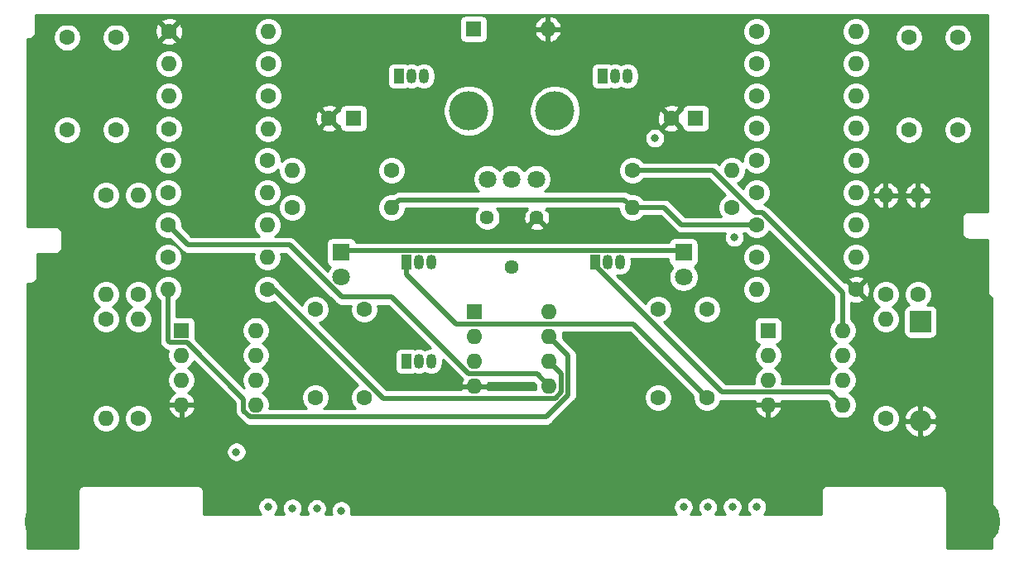
<source format=gbr>
G04 #@! TF.GenerationSoftware,KiCad,Pcbnew,(5.1.7)-1*
G04 #@! TF.CreationDate,2021-07-20T19:06:59-05:00*
G04 #@! TF.ProjectId,ConsolePedalPhaser,436f6e73-6f6c-4655-9065-64616c506861,rev?*
G04 #@! TF.SameCoordinates,Original*
G04 #@! TF.FileFunction,Copper,L3,Inr*
G04 #@! TF.FilePolarity,Positive*
%FSLAX46Y46*%
G04 Gerber Fmt 4.6, Leading zero omitted, Abs format (unit mm)*
G04 Created by KiCad (PCBNEW (5.1.7)-1) date 2021-07-20 19:06:59*
%MOMM*%
%LPD*%
G01*
G04 APERTURE LIST*
G04 #@! TA.AperFunction,ComponentPad*
%ADD10R,1.800000X1.800000*%
G04 #@! TD*
G04 #@! TA.AperFunction,ComponentPad*
%ADD11C,1.800000*%
G04 #@! TD*
G04 #@! TA.AperFunction,ComponentPad*
%ADD12C,5.000000*%
G04 #@! TD*
G04 #@! TA.AperFunction,ComponentPad*
%ADD13C,1.600000*%
G04 #@! TD*
G04 #@! TA.AperFunction,ComponentPad*
%ADD14O,1.600000X1.600000*%
G04 #@! TD*
G04 #@! TA.AperFunction,ComponentPad*
%ADD15R,1.600000X1.600000*%
G04 #@! TD*
G04 #@! TA.AperFunction,ComponentPad*
%ADD16R,2.200000X2.200000*%
G04 #@! TD*
G04 #@! TA.AperFunction,ComponentPad*
%ADD17O,2.200000X2.200000*%
G04 #@! TD*
G04 #@! TA.AperFunction,ComponentPad*
%ADD18R,1.050000X1.500000*%
G04 #@! TD*
G04 #@! TA.AperFunction,ComponentPad*
%ADD19O,1.050000X1.500000*%
G04 #@! TD*
G04 #@! TA.AperFunction,WasherPad*
%ADD20C,4.000000*%
G04 #@! TD*
G04 #@! TA.AperFunction,ComponentPad*
%ADD21C,1.440000*%
G04 #@! TD*
G04 #@! TA.AperFunction,ViaPad*
%ADD22C,0.800000*%
G04 #@! TD*
G04 #@! TA.AperFunction,Conductor*
%ADD23C,0.500000*%
G04 #@! TD*
G04 #@! TA.AperFunction,Conductor*
%ADD24C,0.254000*%
G04 #@! TD*
G04 #@! TA.AperFunction,Conductor*
%ADD25C,0.100000*%
G04 #@! TD*
G04 APERTURE END LIST*
D10*
G04 #@! TO.N,Net-(D3-Pad1)*
G04 #@! TO.C,D3*
X115250000Y-95000000D03*
D11*
G04 #@! TO.N,/LEDPower*
X115250000Y-97540000D03*
G04 #@! TD*
G04 #@! TO.N,/LEDPower*
G04 #@! TO.C,D4*
X150250000Y-97540000D03*
D10*
G04 #@! TO.N,Net-(D3-Pad1)*
X150250000Y-95000000D03*
G04 #@! TD*
D12*
G04 #@! TO.N,GND*
G04 #@! TO.C,H1*
X85350000Y-122600000D03*
G04 #@! TD*
G04 #@! TO.N,GND*
G04 #@! TO.C,H2*
X180150000Y-122600000D03*
G04 #@! TD*
D13*
G04 #@! TO.N,GND*
G04 #@! TO.C,R29*
X167894000Y-98806000D03*
D14*
G04 #@! TO.N,Net-(D3-Pad1)*
X157734000Y-98806000D03*
G04 #@! TD*
D13*
G04 #@! TO.N,/Input*
G04 #@! TO.C,C1*
X87202000Y-73006000D03*
G04 #@! TO.N,Net-(C1-Pad1)*
X92202000Y-73006000D03*
G04 #@! TD*
G04 #@! TO.N,Net-(C2-Pad2)*
G04 #@! TO.C,C2*
X87202000Y-82442000D03*
G04 #@! TO.N,Net-(C2-Pad1)*
X92202000Y-82442000D03*
G04 #@! TD*
G04 #@! TO.N,Net-(C3-Pad1)*
G04 #@! TO.C,C3*
X152654000Y-100844400D03*
G04 #@! TO.N,Net-(C3-Pad2)*
X147654000Y-100844400D03*
G04 #@! TD*
G04 #@! TO.N,Net-(C4-Pad2)*
G04 #@! TO.C,C4*
X147654000Y-109874000D03*
G04 #@! TO.N,Net-(C4-Pad1)*
X152654000Y-109874000D03*
G04 #@! TD*
G04 #@! TO.N,Net-(C5-Pad1)*
G04 #@! TO.C,C5*
X117602000Y-109874000D03*
G04 #@! TO.N,Net-(C5-Pad2)*
X112602000Y-109874000D03*
G04 #@! TD*
G04 #@! TO.N,/Output*
G04 #@! TO.C,C6*
X117602000Y-100844400D03*
G04 #@! TO.N,Net-(C6-Pad2)*
X112602000Y-100844400D03*
G04 #@! TD*
G04 #@! TO.N,GND*
G04 #@! TO.C,C7*
X149000000Y-81280000D03*
D15*
G04 #@! TO.N,+5V*
X151500000Y-81280000D03*
G04 #@! TD*
D13*
G04 #@! TO.N,+5V*
G04 #@! TO.C,C8*
X178291500Y-82442000D03*
G04 #@! TO.N,/VBIAS*
X173291500Y-82442000D03*
G04 #@! TD*
G04 #@! TO.N,Net-(C9-Pad2)*
G04 #@! TO.C,C9*
X173308000Y-73006000D03*
G04 #@! TO.N,Net-(C9-Pad1)*
X178308000Y-73006000D03*
G04 #@! TD*
D15*
G04 #@! TO.N,Net-(C10-Pad1)*
G04 #@! TO.C,C10*
X116500000Y-81280000D03*
D13*
G04 #@! TO.N,GND*
X114000000Y-81280000D03*
G04 #@! TD*
D16*
G04 #@! TO.N,+5V*
G04 #@! TO.C,D1*
X174498000Y-102108000D03*
D17*
G04 #@! TO.N,GND*
X174498000Y-112268000D03*
G04 #@! TD*
D15*
G04 #@! TO.N,+5V*
G04 #@! TO.C,D2*
X128778000Y-72136000D03*
D14*
G04 #@! TO.N,GND*
X136398000Y-72136000D03*
G04 #@! TD*
D18*
G04 #@! TO.N,Net-(C2-Pad1)*
G04 #@! TO.C,Q1*
X121158000Y-76962000D03*
D19*
G04 #@! TO.N,/VBIAS*
X123698000Y-76962000D03*
G04 #@! TO.N,+5V*
X122428000Y-76962000D03*
G04 #@! TD*
G04 #@! TO.N,+5V*
G04 #@! TO.C,Q2*
X143256000Y-76962000D03*
G04 #@! TO.N,/VBIAS*
X144526000Y-76962000D03*
D18*
G04 #@! TO.N,Net-(C3-Pad1)*
X141986000Y-76962000D03*
G04 #@! TD*
D19*
G04 #@! TO.N,+5V*
G04 #@! TO.C,Q3*
X123190000Y-96012000D03*
G04 #@! TO.N,/VBIAS*
X124460000Y-96012000D03*
D18*
G04 #@! TO.N,Net-(C4-Pad1)*
X121920000Y-96012000D03*
G04 #@! TD*
D19*
G04 #@! TO.N,+5V*
G04 #@! TO.C,Q4*
X142494000Y-96012000D03*
G04 #@! TO.N,/VBIAS*
X143764000Y-96012000D03*
D18*
G04 #@! TO.N,Net-(C5-Pad1)*
X141224000Y-96012000D03*
G04 #@! TD*
G04 #@! TO.N,+5V*
G04 #@! TO.C,Q5*
X121920000Y-106172000D03*
D19*
G04 #@! TO.N,Net-(C6-Pad2)*
X124460000Y-106172000D03*
G04 #@! TO.N,Net-(Q5-Pad2)*
X123190000Y-106172000D03*
G04 #@! TD*
D13*
G04 #@! TO.N,GND*
G04 #@! TO.C,R1*
X97635000Y-72390000D03*
D14*
G04 #@! TO.N,/Input*
X107795000Y-72390000D03*
G04 #@! TD*
G04 #@! TO.N,Net-(R2-Pad2)*
G04 #@! TO.C,R2*
X97635000Y-75692000D03*
D13*
G04 #@! TO.N,Net-(C1-Pad1)*
X107795000Y-75692000D03*
G04 #@! TD*
D14*
G04 #@! TO.N,Net-(R2-Pad2)*
G04 #@! TO.C,R3*
X97635000Y-78994000D03*
D13*
G04 #@! TO.N,+5V*
X107795000Y-78994000D03*
G04 #@! TD*
G04 #@! TO.N,Net-(C2-Pad2)*
G04 #@! TO.C,R4*
X97599500Y-82359500D03*
D14*
G04 #@! TO.N,Net-(R4-Pad2)*
X107759500Y-82359500D03*
G04 #@! TD*
G04 #@! TO.N,Net-(C3-Pad2)*
G04 #@! TO.C,R5*
X97536000Y-85598000D03*
D13*
G04 #@! TO.N,Net-(R4-Pad2)*
X107696000Y-85598000D03*
G04 #@! TD*
G04 #@! TO.N,Net-(C2-Pad1)*
G04 #@! TO.C,R6*
X97536000Y-88900000D03*
D14*
G04 #@! TO.N,+5V*
X107696000Y-88900000D03*
G04 #@! TD*
D13*
G04 #@! TO.N,Net-(C3-Pad1)*
G04 #@! TO.C,R7*
X97536000Y-92202000D03*
D14*
G04 #@! TO.N,+5V*
X107696000Y-92202000D03*
G04 #@! TD*
G04 #@! TO.N,Net-(R28-Pad1)*
G04 #@! TO.C,R8*
X107696000Y-95504000D03*
D13*
G04 #@! TO.N,Net-(C3-Pad2)*
X97536000Y-95504000D03*
G04 #@! TD*
G04 #@! TO.N,Net-(R28-Pad1)*
G04 #@! TO.C,R9*
X107696000Y-98806000D03*
D14*
G04 #@! TO.N,Net-(C4-Pad2)*
X97536000Y-98806000D03*
G04 #@! TD*
D13*
G04 #@! TO.N,Net-(C4-Pad2)*
G04 #@! TO.C,R10*
X94488000Y-99314000D03*
D14*
G04 #@! TO.N,Net-(R10-Pad2)*
X94488000Y-89154000D03*
G04 #@! TD*
G04 #@! TO.N,+5V*
G04 #@! TO.C,R11*
X110236000Y-86614000D03*
D13*
G04 #@! TO.N,Net-(C4-Pad1)*
X120396000Y-86614000D03*
G04 #@! TD*
G04 #@! TO.N,Net-(R10-Pad2)*
G04 #@! TO.C,R12*
X91186000Y-89154000D03*
D14*
G04 #@! TO.N,Net-(C5-Pad2)*
X91186000Y-99314000D03*
G04 #@! TD*
D13*
G04 #@! TO.N,Net-(C5-Pad2)*
G04 #@! TO.C,R13*
X91186000Y-101854000D03*
D14*
G04 #@! TO.N,Net-(R13-Pad2)*
X91186000Y-112014000D03*
G04 #@! TD*
G04 #@! TO.N,Net-(R14-Pad2)*
G04 #@! TO.C,R14*
X94488000Y-101854000D03*
D13*
G04 #@! TO.N,Net-(R13-Pad2)*
X94488000Y-112014000D03*
G04 #@! TD*
G04 #@! TO.N,Net-(C5-Pad1)*
G04 #@! TO.C,R15*
X170942000Y-112014000D03*
D14*
G04 #@! TO.N,+5V*
X170942000Y-101854000D03*
G04 #@! TD*
G04 #@! TO.N,Net-(Q5-Pad2)*
G04 #@! TO.C,R16*
X120396000Y-90424000D03*
D13*
G04 #@! TO.N,Net-(C2-Pad2)*
X110236000Y-90424000D03*
G04 #@! TD*
G04 #@! TO.N,Net-(R14-Pad2)*
G04 #@! TO.C,R17*
X155194000Y-90424000D03*
D14*
G04 #@! TO.N,Net-(Q5-Pad2)*
X145034000Y-90424000D03*
G04 #@! TD*
G04 #@! TO.N,GND*
G04 #@! TO.C,R18*
X174244000Y-89154000D03*
D13*
G04 #@! TO.N,Net-(C6-Pad2)*
X174244000Y-99314000D03*
G04 #@! TD*
D14*
G04 #@! TO.N,GND*
G04 #@! TO.C,R19*
X170942000Y-89154000D03*
D13*
G04 #@! TO.N,/Output*
X170942000Y-99314000D03*
G04 #@! TD*
G04 #@! TO.N,+9V*
G04 #@! TO.C,R20*
X145034000Y-86614000D03*
D14*
G04 #@! TO.N,+5V*
X155194000Y-86614000D03*
G04 #@! TD*
G04 #@! TO.N,Net-(C10-Pad1)*
G04 #@! TO.C,R21*
X167894000Y-72390000D03*
D13*
G04 #@! TO.N,/VBIAS*
X157734000Y-72390000D03*
G04 #@! TD*
D14*
G04 #@! TO.N,/VBIAS*
G04 #@! TO.C,R22*
X167894000Y-75692000D03*
D13*
G04 #@! TO.N,Net-(R22-Pad1)*
X157734000Y-75692000D03*
G04 #@! TD*
D14*
G04 #@! TO.N,Net-(C10-Pad1)*
G04 #@! TO.C,R23*
X167894000Y-78994000D03*
D13*
G04 #@! TO.N,Net-(R23-Pad1)*
X157734000Y-78994000D03*
G04 #@! TD*
G04 #@! TO.N,Net-(C9-Pad2)*
G04 #@! TO.C,R24*
X157734000Y-82296000D03*
D14*
G04 #@! TO.N,Net-(C10-Pad1)*
X167894000Y-82296000D03*
G04 #@! TD*
G04 #@! TO.N,Net-(R25-Pad2)*
G04 #@! TO.C,R25*
X167894000Y-85598000D03*
D13*
G04 #@! TO.N,Net-(C9-Pad1)*
X157734000Y-85598000D03*
G04 #@! TD*
G04 #@! TO.N,Net-(R25-Pad2)*
G04 #@! TO.C,R26*
X157734000Y-88900000D03*
D14*
G04 #@! TO.N,+5V*
X167894000Y-88900000D03*
G04 #@! TD*
D13*
G04 #@! TO.N,Net-(Q5-Pad2)*
G04 #@! TO.C,R27*
X157734000Y-92202000D03*
D14*
G04 #@! TO.N,Net-(C6-Pad2)*
X167894000Y-92202000D03*
G04 #@! TD*
G04 #@! TO.N,Net-(R14-Pad2)*
G04 #@! TO.C,R28*
X167894000Y-95504000D03*
D13*
G04 #@! TO.N,Net-(R28-Pad1)*
X157734000Y-95504000D03*
G04 #@! TD*
D11*
G04 #@! TO.N,Net-(C9-Pad1)*
G04 #@! TO.C,RV1*
X130215000Y-87500000D03*
G04 #@! TO.N,Net-(R23-Pad1)*
X132715000Y-87500000D03*
X135215000Y-87500000D03*
D20*
G04 #@! TO.N,*
X128315000Y-80500000D03*
X137115000Y-80500000D03*
G04 #@! TD*
D14*
G04 #@! TO.N,+9V*
G04 #@! TO.C,U1*
X106525000Y-103000000D03*
G04 #@! TO.N,GND*
X98905000Y-110620000D03*
G04 #@! TO.N,Net-(C9-Pad1)*
X106525000Y-105540000D03*
G04 #@! TO.N,Net-(R2-Pad2)*
X98905000Y-108080000D03*
G04 #@! TO.N,Net-(C9-Pad2)*
X106525000Y-108080000D03*
G04 #@! TO.N,Net-(C2-Pad2)*
X98905000Y-105540000D03*
G04 #@! TO.N,Net-(R25-Pad2)*
X106525000Y-110620000D03*
D15*
G04 #@! TO.N,Net-(C2-Pad2)*
X98905000Y-103000000D03*
G04 #@! TD*
G04 #@! TO.N,Net-(C3-Pad2)*
G04 #@! TO.C,U2*
X128905000Y-101092000D03*
D14*
G04 #@! TO.N,Net-(C3-Pad1)*
X136525000Y-108712000D03*
G04 #@! TO.N,Net-(R4-Pad2)*
X128905000Y-103632000D03*
G04 #@! TO.N,Net-(R28-Pad1)*
X136525000Y-106172000D03*
G04 #@! TO.N,Net-(C2-Pad1)*
X128905000Y-106172000D03*
G04 #@! TO.N,Net-(C4-Pad2)*
X136525000Y-103632000D03*
G04 #@! TO.N,GND*
X128905000Y-108712000D03*
G04 #@! TO.N,+9V*
X136525000Y-101092000D03*
G04 #@! TD*
D15*
G04 #@! TO.N,Net-(C5-Pad2)*
G04 #@! TO.C,U3*
X158905000Y-103000000D03*
D14*
G04 #@! TO.N,Net-(C5-Pad1)*
X166525000Y-110620000D03*
G04 #@! TO.N,Net-(R10-Pad2)*
X158905000Y-105540000D03*
G04 #@! TO.N,Net-(R13-Pad2)*
X166525000Y-108080000D03*
G04 #@! TO.N,Net-(C4-Pad1)*
X158905000Y-108080000D03*
G04 #@! TO.N,Net-(R14-Pad2)*
X166525000Y-105540000D03*
G04 #@! TO.N,GND*
X158905000Y-110620000D03*
G04 #@! TO.N,+9V*
X166525000Y-103000000D03*
G04 #@! TD*
D21*
G04 #@! TO.N,GND*
G04 #@! TO.C,RV2*
X135255000Y-91440000D03*
G04 #@! TO.N,Net-(R22-Pad1)*
X132715000Y-96520000D03*
G04 #@! TO.N,+5V*
X130175000Y-91440000D03*
G04 #@! TD*
D22*
G04 #@! TO.N,GND*
X105250000Y-120979000D03*
X160250000Y-120988000D03*
X102750000Y-121038000D03*
X162750000Y-120967000D03*
G04 #@! TO.N,/LEDPower*
X115250000Y-121454000D03*
X150250000Y-121073000D03*
G04 #@! TO.N,/Input*
X107750000Y-121066000D03*
X157750000Y-121066000D03*
G04 #@! TO.N,/Output*
X110250000Y-121195000D03*
X155250000Y-121068000D03*
X104521000Y-115443000D03*
G04 #@! TO.N,+9V*
X112750000Y-121235000D03*
X152750000Y-121108000D03*
G04 #@! TO.N,Net-(C6-Pad2)*
X155448000Y-93472000D03*
G04 #@! TO.N,Net-(R14-Pad2)*
X147320000Y-83312000D03*
G04 #@! TD*
D23*
G04 #@! TO.N,+9V*
X166525000Y-99142998D02*
X166525000Y-103000000D01*
X158334001Y-90951999D02*
X166525000Y-99142998D01*
X157572001Y-90951999D02*
X158334001Y-90951999D01*
X153234002Y-86614000D02*
X157572001Y-90951999D01*
X145034000Y-86614000D02*
X153234002Y-86614000D01*
G04 #@! TO.N,Net-(C3-Pad1)*
X128304999Y-107461999D02*
X135274999Y-107461999D01*
X135274999Y-107461999D02*
X136525000Y-108712000D01*
X120437399Y-99594399D02*
X128304999Y-107461999D01*
X109965997Y-94253999D02*
X115306397Y-99594399D01*
X115306397Y-99594399D02*
X120437399Y-99594399D01*
X99587999Y-94253999D02*
X109965997Y-94253999D01*
X97536000Y-92202000D02*
X99587999Y-94253999D01*
G04 #@! TO.N,Net-(C4-Pad2)*
X138475011Y-109601954D02*
X138475011Y-105582011D01*
X136206963Y-111870001D02*
X138475011Y-109601954D01*
X105924999Y-111870001D02*
X136206963Y-111870001D01*
X105274999Y-111220001D02*
X105924999Y-111870001D01*
X105274999Y-110059997D02*
X105274999Y-111220001D01*
X99465003Y-104250001D02*
X105274999Y-110059997D01*
X97744999Y-104250001D02*
X99465003Y-104250001D01*
X138475011Y-105582011D02*
X136525000Y-103632000D01*
X97536000Y-104041002D02*
X97744999Y-104250001D01*
X97536000Y-98806000D02*
X97536000Y-104041002D01*
G04 #@! TO.N,Net-(C5-Pad1)*
X141224000Y-96345872D02*
X141224000Y-96012000D01*
X154208129Y-109330001D02*
X141224000Y-96345872D01*
X165235001Y-109330001D02*
X154208129Y-109330001D01*
X166525000Y-110620000D02*
X165235001Y-109330001D01*
G04 #@! TO.N,Net-(C4-Pad1)*
X121920000Y-97262000D02*
X121920000Y-96012000D01*
X127000001Y-102342001D02*
X121920000Y-97262000D01*
X145122001Y-102342001D02*
X127000001Y-102342001D01*
X152654000Y-109874000D02*
X145122001Y-102342001D01*
G04 #@! TO.N,Net-(D3-Pad1)*
X150061990Y-94811990D02*
X150250000Y-95000000D01*
X115438010Y-94811990D02*
X150061990Y-94811990D01*
X115250000Y-95000000D02*
X115438010Y-94811990D01*
G04 #@! TO.N,Net-(Q5-Pad2)*
X121195999Y-89624001D02*
X120396000Y-90424000D01*
X144234001Y-89624001D02*
X121195999Y-89624001D01*
X145034000Y-90424000D02*
X144234001Y-89624001D01*
X150062002Y-92202000D02*
X157734000Y-92202000D01*
X148284002Y-90424000D02*
X150062002Y-92202000D01*
X145034000Y-90424000D02*
X148284002Y-90424000D01*
G04 #@! TO.N,Net-(R28-Pad1)*
X108384002Y-98806000D02*
X107696000Y-98806000D01*
X119540003Y-109962001D02*
X108384002Y-98806000D01*
X137125001Y-109962001D02*
X119540003Y-109962001D01*
X137775001Y-107422001D02*
X137775001Y-109312001D01*
X137775001Y-109312001D02*
X137125001Y-109962001D01*
X136525000Y-106172000D02*
X137775001Y-107422001D01*
G04 #@! TD*
D24*
G04 #@! TO.N,GND*
X181323001Y-90823000D02*
X179433252Y-90823000D01*
X179400000Y-90819725D01*
X179366748Y-90823000D01*
X179267285Y-90832796D01*
X179139670Y-90871508D01*
X179022059Y-90934372D01*
X178918973Y-91018973D01*
X178834372Y-91122059D01*
X178771508Y-91239670D01*
X178732796Y-91367285D01*
X178719725Y-91500000D01*
X178723001Y-91533262D01*
X178723000Y-92966747D01*
X178719725Y-93000000D01*
X178732796Y-93132715D01*
X178771508Y-93260330D01*
X178834372Y-93377941D01*
X178918973Y-93481027D01*
X178968013Y-93521273D01*
X179022059Y-93565628D01*
X179139670Y-93628492D01*
X179267285Y-93667204D01*
X179400000Y-93680275D01*
X179433252Y-93677000D01*
X181323000Y-93677000D01*
X181323001Y-98966738D01*
X181319725Y-99000000D01*
X181332796Y-99132715D01*
X181371508Y-99260330D01*
X181434372Y-99377941D01*
X181518973Y-99481027D01*
X181622059Y-99565628D01*
X181739670Y-99628492D01*
X181823001Y-99653770D01*
X181823000Y-125323000D01*
X177177000Y-125323000D01*
X177177000Y-119533252D01*
X177180275Y-119500000D01*
X177167204Y-119367285D01*
X177128492Y-119239670D01*
X177065628Y-119122059D01*
X176981027Y-119018973D01*
X176877941Y-118934372D01*
X176760330Y-118871508D01*
X176632715Y-118832796D01*
X176533252Y-118823000D01*
X176500000Y-118819725D01*
X176466748Y-118823000D01*
X165033252Y-118823000D01*
X165000000Y-118819725D01*
X164966748Y-118823000D01*
X164867285Y-118832796D01*
X164739670Y-118871508D01*
X164622059Y-118934372D01*
X164518973Y-119018973D01*
X164434372Y-119122059D01*
X164371508Y-119239670D01*
X164332796Y-119367285D01*
X164319725Y-119500000D01*
X164323001Y-119533262D01*
X164323001Y-121793000D01*
X158475397Y-121793000D01*
X158547723Y-121720674D01*
X158660115Y-121552467D01*
X158737533Y-121365565D01*
X158777000Y-121167151D01*
X158777000Y-120964849D01*
X158737533Y-120766435D01*
X158660115Y-120579533D01*
X158547723Y-120411326D01*
X158404674Y-120268277D01*
X158236467Y-120155885D01*
X158049565Y-120078467D01*
X157851151Y-120039000D01*
X157648849Y-120039000D01*
X157450435Y-120078467D01*
X157263533Y-120155885D01*
X157095326Y-120268277D01*
X156952277Y-120411326D01*
X156839885Y-120579533D01*
X156762467Y-120766435D01*
X156723000Y-120964849D01*
X156723000Y-121167151D01*
X156762467Y-121365565D01*
X156839885Y-121552467D01*
X156952277Y-121720674D01*
X157024603Y-121793000D01*
X155977397Y-121793000D01*
X156047723Y-121722674D01*
X156160115Y-121554467D01*
X156237533Y-121367565D01*
X156277000Y-121169151D01*
X156277000Y-120966849D01*
X156237533Y-120768435D01*
X156160115Y-120581533D01*
X156047723Y-120413326D01*
X155904674Y-120270277D01*
X155736467Y-120157885D01*
X155549565Y-120080467D01*
X155351151Y-120041000D01*
X155148849Y-120041000D01*
X154950435Y-120080467D01*
X154763533Y-120157885D01*
X154595326Y-120270277D01*
X154452277Y-120413326D01*
X154339885Y-120581533D01*
X154262467Y-120768435D01*
X154223000Y-120966849D01*
X154223000Y-121169151D01*
X154262467Y-121367565D01*
X154339885Y-121554467D01*
X154452277Y-121722674D01*
X154522603Y-121793000D01*
X153517397Y-121793000D01*
X153547723Y-121762674D01*
X153660115Y-121594467D01*
X153737533Y-121407565D01*
X153777000Y-121209151D01*
X153777000Y-121006849D01*
X153737533Y-120808435D01*
X153660115Y-120621533D01*
X153547723Y-120453326D01*
X153404674Y-120310277D01*
X153236467Y-120197885D01*
X153049565Y-120120467D01*
X152851151Y-120081000D01*
X152648849Y-120081000D01*
X152450435Y-120120467D01*
X152263533Y-120197885D01*
X152095326Y-120310277D01*
X151952277Y-120453326D01*
X151839885Y-120621533D01*
X151762467Y-120808435D01*
X151723000Y-121006849D01*
X151723000Y-121209151D01*
X151762467Y-121407565D01*
X151839885Y-121594467D01*
X151952277Y-121762674D01*
X151982603Y-121793000D01*
X150982397Y-121793000D01*
X151047723Y-121727674D01*
X151160115Y-121559467D01*
X151237533Y-121372565D01*
X151277000Y-121174151D01*
X151277000Y-120971849D01*
X151237533Y-120773435D01*
X151160115Y-120586533D01*
X151047723Y-120418326D01*
X150904674Y-120275277D01*
X150736467Y-120162885D01*
X150549565Y-120085467D01*
X150351151Y-120046000D01*
X150148849Y-120046000D01*
X149950435Y-120085467D01*
X149763533Y-120162885D01*
X149595326Y-120275277D01*
X149452277Y-120418326D01*
X149339885Y-120586533D01*
X149262467Y-120773435D01*
X149223000Y-120971849D01*
X149223000Y-121174151D01*
X149262467Y-121372565D01*
X149339885Y-121559467D01*
X149452277Y-121727674D01*
X149517603Y-121793000D01*
X116221198Y-121793000D01*
X116237533Y-121753565D01*
X116277000Y-121555151D01*
X116277000Y-121352849D01*
X116237533Y-121154435D01*
X116160115Y-120967533D01*
X116047723Y-120799326D01*
X115904674Y-120656277D01*
X115736467Y-120543885D01*
X115549565Y-120466467D01*
X115351151Y-120427000D01*
X115148849Y-120427000D01*
X114950435Y-120466467D01*
X114763533Y-120543885D01*
X114595326Y-120656277D01*
X114452277Y-120799326D01*
X114339885Y-120967533D01*
X114262467Y-121154435D01*
X114223000Y-121352849D01*
X114223000Y-121555151D01*
X114262467Y-121753565D01*
X114278802Y-121793000D01*
X113612318Y-121793000D01*
X113660115Y-121721467D01*
X113737533Y-121534565D01*
X113777000Y-121336151D01*
X113777000Y-121133849D01*
X113737533Y-120935435D01*
X113660115Y-120748533D01*
X113547723Y-120580326D01*
X113404674Y-120437277D01*
X113236467Y-120324885D01*
X113049565Y-120247467D01*
X112851151Y-120208000D01*
X112648849Y-120208000D01*
X112450435Y-120247467D01*
X112263533Y-120324885D01*
X112095326Y-120437277D01*
X111952277Y-120580326D01*
X111839885Y-120748533D01*
X111762467Y-120935435D01*
X111723000Y-121133849D01*
X111723000Y-121336151D01*
X111762467Y-121534565D01*
X111839885Y-121721467D01*
X111887682Y-121793000D01*
X111085591Y-121793000D01*
X111160115Y-121681467D01*
X111237533Y-121494565D01*
X111277000Y-121296151D01*
X111277000Y-121093849D01*
X111237533Y-120895435D01*
X111160115Y-120708533D01*
X111047723Y-120540326D01*
X110904674Y-120397277D01*
X110736467Y-120284885D01*
X110549565Y-120207467D01*
X110351151Y-120168000D01*
X110148849Y-120168000D01*
X109950435Y-120207467D01*
X109763533Y-120284885D01*
X109595326Y-120397277D01*
X109452277Y-120540326D01*
X109339885Y-120708533D01*
X109262467Y-120895435D01*
X109223000Y-121093849D01*
X109223000Y-121296151D01*
X109262467Y-121494565D01*
X109339885Y-121681467D01*
X109414409Y-121793000D01*
X108475397Y-121793000D01*
X108547723Y-121720674D01*
X108660115Y-121552467D01*
X108737533Y-121365565D01*
X108777000Y-121167151D01*
X108777000Y-120964849D01*
X108737533Y-120766435D01*
X108660115Y-120579533D01*
X108547723Y-120411326D01*
X108404674Y-120268277D01*
X108236467Y-120155885D01*
X108049565Y-120078467D01*
X107851151Y-120039000D01*
X107648849Y-120039000D01*
X107450435Y-120078467D01*
X107263533Y-120155885D01*
X107095326Y-120268277D01*
X106952277Y-120411326D01*
X106839885Y-120579533D01*
X106762467Y-120766435D01*
X106723000Y-120964849D01*
X106723000Y-121167151D01*
X106762467Y-121365565D01*
X106839885Y-121552467D01*
X106952277Y-121720674D01*
X107024603Y-121793000D01*
X101177000Y-121793000D01*
X101177000Y-119533252D01*
X101180275Y-119500000D01*
X101167204Y-119367285D01*
X101128492Y-119239670D01*
X101065628Y-119122059D01*
X100981027Y-119018973D01*
X100877941Y-118934372D01*
X100760330Y-118871508D01*
X100632715Y-118832796D01*
X100533252Y-118823000D01*
X100500000Y-118819725D01*
X100466748Y-118823000D01*
X89033252Y-118823000D01*
X89000000Y-118819725D01*
X88966748Y-118823000D01*
X88867285Y-118832796D01*
X88739670Y-118871508D01*
X88622059Y-118934372D01*
X88518973Y-119018973D01*
X88434372Y-119122059D01*
X88371508Y-119239670D01*
X88332796Y-119367285D01*
X88319725Y-119500000D01*
X88323000Y-119533252D01*
X88323001Y-125323000D01*
X83177000Y-125323000D01*
X83177000Y-115341849D01*
X103494000Y-115341849D01*
X103494000Y-115544151D01*
X103533467Y-115742565D01*
X103610885Y-115929467D01*
X103723277Y-116097674D01*
X103866326Y-116240723D01*
X104034533Y-116353115D01*
X104221435Y-116430533D01*
X104419849Y-116470000D01*
X104622151Y-116470000D01*
X104820565Y-116430533D01*
X105007467Y-116353115D01*
X105175674Y-116240723D01*
X105318723Y-116097674D01*
X105431115Y-115929467D01*
X105508533Y-115742565D01*
X105548000Y-115544151D01*
X105548000Y-115341849D01*
X105508533Y-115143435D01*
X105431115Y-114956533D01*
X105318723Y-114788326D01*
X105175674Y-114645277D01*
X105007467Y-114532885D01*
X104820565Y-114455467D01*
X104622151Y-114416000D01*
X104419849Y-114416000D01*
X104221435Y-114455467D01*
X104034533Y-114532885D01*
X103866326Y-114645277D01*
X103723277Y-114788326D01*
X103610885Y-114956533D01*
X103533467Y-115143435D01*
X103494000Y-115341849D01*
X83177000Y-115341849D01*
X83177000Y-111873453D01*
X89759000Y-111873453D01*
X89759000Y-112154547D01*
X89813838Y-112430241D01*
X89921409Y-112689938D01*
X90077576Y-112923660D01*
X90276340Y-113122424D01*
X90510062Y-113278591D01*
X90769759Y-113386162D01*
X91045453Y-113441000D01*
X91326547Y-113441000D01*
X91602241Y-113386162D01*
X91861938Y-113278591D01*
X92095660Y-113122424D01*
X92294424Y-112923660D01*
X92450591Y-112689938D01*
X92558162Y-112430241D01*
X92613000Y-112154547D01*
X92613000Y-111873453D01*
X93061000Y-111873453D01*
X93061000Y-112154547D01*
X93115838Y-112430241D01*
X93223409Y-112689938D01*
X93379576Y-112923660D01*
X93578340Y-113122424D01*
X93812062Y-113278591D01*
X94071759Y-113386162D01*
X94347453Y-113441000D01*
X94628547Y-113441000D01*
X94904241Y-113386162D01*
X95163938Y-113278591D01*
X95397660Y-113122424D01*
X95596424Y-112923660D01*
X95752591Y-112689938D01*
X95860162Y-112430241D01*
X95915000Y-112154547D01*
X95915000Y-111873453D01*
X95860162Y-111597759D01*
X95752591Y-111338062D01*
X95596424Y-111104340D01*
X95461123Y-110969039D01*
X97513096Y-110969039D01*
X97553754Y-111103087D01*
X97673963Y-111357420D01*
X97841481Y-111583414D01*
X98049869Y-111772385D01*
X98291119Y-111917070D01*
X98555960Y-112011909D01*
X98778000Y-111890624D01*
X98778000Y-110747000D01*
X99032000Y-110747000D01*
X99032000Y-111890624D01*
X99254040Y-112011909D01*
X99518881Y-111917070D01*
X99760131Y-111772385D01*
X99968519Y-111583414D01*
X100136037Y-111357420D01*
X100256246Y-111103087D01*
X100296904Y-110969039D01*
X100174915Y-110747000D01*
X99032000Y-110747000D01*
X98778000Y-110747000D01*
X97635085Y-110747000D01*
X97513096Y-110969039D01*
X95461123Y-110969039D01*
X95397660Y-110905576D01*
X95163938Y-110749409D01*
X94904241Y-110641838D01*
X94628547Y-110587000D01*
X94347453Y-110587000D01*
X94071759Y-110641838D01*
X93812062Y-110749409D01*
X93578340Y-110905576D01*
X93379576Y-111104340D01*
X93223409Y-111338062D01*
X93115838Y-111597759D01*
X93061000Y-111873453D01*
X92613000Y-111873453D01*
X92558162Y-111597759D01*
X92450591Y-111338062D01*
X92294424Y-111104340D01*
X92095660Y-110905576D01*
X91861938Y-110749409D01*
X91602241Y-110641838D01*
X91326547Y-110587000D01*
X91045453Y-110587000D01*
X90769759Y-110641838D01*
X90510062Y-110749409D01*
X90276340Y-110905576D01*
X90077576Y-111104340D01*
X89921409Y-111338062D01*
X89813838Y-111597759D01*
X89759000Y-111873453D01*
X83177000Y-111873453D01*
X83177000Y-99173453D01*
X89759000Y-99173453D01*
X89759000Y-99454547D01*
X89813838Y-99730241D01*
X89921409Y-99989938D01*
X90077576Y-100223660D01*
X90276340Y-100422424D01*
X90510062Y-100578591D01*
X90523120Y-100584000D01*
X90510062Y-100589409D01*
X90276340Y-100745576D01*
X90077576Y-100944340D01*
X89921409Y-101178062D01*
X89813838Y-101437759D01*
X89759000Y-101713453D01*
X89759000Y-101994547D01*
X89813838Y-102270241D01*
X89921409Y-102529938D01*
X90077576Y-102763660D01*
X90276340Y-102962424D01*
X90510062Y-103118591D01*
X90769759Y-103226162D01*
X91045453Y-103281000D01*
X91326547Y-103281000D01*
X91602241Y-103226162D01*
X91861938Y-103118591D01*
X92095660Y-102962424D01*
X92294424Y-102763660D01*
X92450591Y-102529938D01*
X92558162Y-102270241D01*
X92613000Y-101994547D01*
X92613000Y-101713453D01*
X92558162Y-101437759D01*
X92450591Y-101178062D01*
X92294424Y-100944340D01*
X92095660Y-100745576D01*
X91861938Y-100589409D01*
X91848880Y-100584000D01*
X91861938Y-100578591D01*
X92095660Y-100422424D01*
X92294424Y-100223660D01*
X92450591Y-99989938D01*
X92558162Y-99730241D01*
X92613000Y-99454547D01*
X92613000Y-99173453D01*
X93061000Y-99173453D01*
X93061000Y-99454547D01*
X93115838Y-99730241D01*
X93223409Y-99989938D01*
X93379576Y-100223660D01*
X93578340Y-100422424D01*
X93812062Y-100578591D01*
X93825120Y-100584000D01*
X93812062Y-100589409D01*
X93578340Y-100745576D01*
X93379576Y-100944340D01*
X93223409Y-101178062D01*
X93115838Y-101437759D01*
X93061000Y-101713453D01*
X93061000Y-101994547D01*
X93115838Y-102270241D01*
X93223409Y-102529938D01*
X93379576Y-102763660D01*
X93578340Y-102962424D01*
X93812062Y-103118591D01*
X94071759Y-103226162D01*
X94347453Y-103281000D01*
X94628547Y-103281000D01*
X94904241Y-103226162D01*
X95163938Y-103118591D01*
X95397660Y-102962424D01*
X95596424Y-102763660D01*
X95752591Y-102529938D01*
X95860162Y-102270241D01*
X95915000Y-101994547D01*
X95915000Y-101713453D01*
X95860162Y-101437759D01*
X95752591Y-101178062D01*
X95596424Y-100944340D01*
X95397660Y-100745576D01*
X95163938Y-100589409D01*
X95150880Y-100584000D01*
X95163938Y-100578591D01*
X95397660Y-100422424D01*
X95596424Y-100223660D01*
X95752591Y-99989938D01*
X95860162Y-99730241D01*
X95915000Y-99454547D01*
X95915000Y-99173453D01*
X95860162Y-98897759D01*
X95752591Y-98638062D01*
X95596424Y-98404340D01*
X95397660Y-98205576D01*
X95163938Y-98049409D01*
X94904241Y-97941838D01*
X94628547Y-97887000D01*
X94347453Y-97887000D01*
X94071759Y-97941838D01*
X93812062Y-98049409D01*
X93578340Y-98205576D01*
X93379576Y-98404340D01*
X93223409Y-98638062D01*
X93115838Y-98897759D01*
X93061000Y-99173453D01*
X92613000Y-99173453D01*
X92558162Y-98897759D01*
X92450591Y-98638062D01*
X92294424Y-98404340D01*
X92095660Y-98205576D01*
X91861938Y-98049409D01*
X91602241Y-97941838D01*
X91326547Y-97887000D01*
X91045453Y-97887000D01*
X90769759Y-97941838D01*
X90510062Y-98049409D01*
X90276340Y-98205576D01*
X90077576Y-98404340D01*
X89921409Y-98638062D01*
X89813838Y-98897759D01*
X89759000Y-99173453D01*
X83177000Y-99173453D01*
X83177000Y-98177000D01*
X83466748Y-98177000D01*
X83500000Y-98180275D01*
X83533252Y-98177000D01*
X83632715Y-98167204D01*
X83760330Y-98128492D01*
X83877941Y-98065628D01*
X83981027Y-97981027D01*
X84065628Y-97877941D01*
X84128492Y-97760330D01*
X84167204Y-97632715D01*
X84180275Y-97500000D01*
X84177000Y-97466748D01*
X84177000Y-95363453D01*
X96109000Y-95363453D01*
X96109000Y-95644547D01*
X96163838Y-95920241D01*
X96271409Y-96179938D01*
X96427576Y-96413660D01*
X96626340Y-96612424D01*
X96860062Y-96768591D01*
X97119759Y-96876162D01*
X97395453Y-96931000D01*
X97676547Y-96931000D01*
X97952241Y-96876162D01*
X98211938Y-96768591D01*
X98445660Y-96612424D01*
X98644424Y-96413660D01*
X98800591Y-96179938D01*
X98908162Y-95920241D01*
X98963000Y-95644547D01*
X98963000Y-95363453D01*
X98908162Y-95087759D01*
X98800591Y-94828062D01*
X98644424Y-94594340D01*
X98445660Y-94395576D01*
X98211938Y-94239409D01*
X97952241Y-94131838D01*
X97676547Y-94077000D01*
X97395453Y-94077000D01*
X97119759Y-94131838D01*
X96860062Y-94239409D01*
X96626340Y-94395576D01*
X96427576Y-94594340D01*
X96271409Y-94828062D01*
X96163838Y-95087759D01*
X96109000Y-95363453D01*
X84177000Y-95363453D01*
X84177000Y-95177000D01*
X85966748Y-95177000D01*
X86000000Y-95180275D01*
X86033252Y-95177000D01*
X86132715Y-95167204D01*
X86260330Y-95128492D01*
X86377941Y-95065628D01*
X86481027Y-94981027D01*
X86565628Y-94877941D01*
X86628492Y-94760330D01*
X86667204Y-94632715D01*
X86680275Y-94500000D01*
X86677000Y-94466748D01*
X86677000Y-93033251D01*
X86680275Y-93000000D01*
X86667204Y-92867285D01*
X86628492Y-92739670D01*
X86565628Y-92622059D01*
X86481027Y-92518973D01*
X86377941Y-92434372D01*
X86260330Y-92371508D01*
X86132715Y-92332796D01*
X86033252Y-92323000D01*
X86000000Y-92319725D01*
X85966748Y-92323000D01*
X83177000Y-92323000D01*
X83177000Y-92061453D01*
X96109000Y-92061453D01*
X96109000Y-92342547D01*
X96163838Y-92618241D01*
X96271409Y-92877938D01*
X96427576Y-93111660D01*
X96626340Y-93310424D01*
X96860062Y-93466591D01*
X97119759Y-93574162D01*
X97395453Y-93629000D01*
X97676547Y-93629000D01*
X97715072Y-93621337D01*
X98937407Y-94843673D01*
X98964866Y-94877132D01*
X98998325Y-94904591D01*
X98998327Y-94904593D01*
X99063426Y-94958018D01*
X99098407Y-94986726D01*
X99162337Y-95020897D01*
X99250762Y-95068161D01*
X99416076Y-95118309D01*
X99587999Y-95135242D01*
X99631078Y-95130999D01*
X106315237Y-95130999D01*
X106269000Y-95363453D01*
X106269000Y-95644547D01*
X106323838Y-95920241D01*
X106431409Y-96179938D01*
X106587576Y-96413660D01*
X106786340Y-96612424D01*
X107020062Y-96768591D01*
X107279759Y-96876162D01*
X107555453Y-96931000D01*
X107836547Y-96931000D01*
X108112241Y-96876162D01*
X108371938Y-96768591D01*
X108605660Y-96612424D01*
X108804424Y-96413660D01*
X108960591Y-96179938D01*
X109068162Y-95920241D01*
X109123000Y-95644547D01*
X109123000Y-95363453D01*
X109076763Y-95130999D01*
X109602732Y-95130999D01*
X114655805Y-100184073D01*
X114683264Y-100217532D01*
X114716723Y-100244991D01*
X114716725Y-100244993D01*
X114774004Y-100292000D01*
X114816805Y-100327126D01*
X114969160Y-100408561D01*
X115134475Y-100458709D01*
X115263318Y-100471399D01*
X115263319Y-100471399D01*
X115306396Y-100475642D01*
X115349473Y-100471399D01*
X116221237Y-100471399D01*
X116175000Y-100703853D01*
X116175000Y-100984947D01*
X116229838Y-101260641D01*
X116337409Y-101520338D01*
X116493576Y-101754060D01*
X116692340Y-101952824D01*
X116926062Y-102108991D01*
X117185759Y-102216562D01*
X117461453Y-102271400D01*
X117742547Y-102271400D01*
X118018241Y-102216562D01*
X118277938Y-102108991D01*
X118511660Y-101952824D01*
X118710424Y-101754060D01*
X118866591Y-101520338D01*
X118974162Y-101260641D01*
X119029000Y-100984947D01*
X119029000Y-100703853D01*
X118982763Y-100471399D01*
X120074134Y-100471399D01*
X124398243Y-104795508D01*
X124234169Y-104811668D01*
X124017016Y-104877541D01*
X123825000Y-104980175D01*
X123632983Y-104877541D01*
X123415830Y-104811668D01*
X123190000Y-104789426D01*
X122964169Y-104811668D01*
X122753052Y-104875710D01*
X122686103Y-104839925D01*
X122567913Y-104804073D01*
X122445000Y-104791967D01*
X121395000Y-104791967D01*
X121272087Y-104804073D01*
X121153897Y-104839925D01*
X121044972Y-104898147D01*
X120949499Y-104976499D01*
X120871147Y-105071972D01*
X120812925Y-105180897D01*
X120777073Y-105299087D01*
X120764967Y-105422000D01*
X120764967Y-106922000D01*
X120777073Y-107044913D01*
X120812925Y-107163103D01*
X120871147Y-107272028D01*
X120949499Y-107367501D01*
X121044972Y-107445853D01*
X121153897Y-107504075D01*
X121272087Y-107539927D01*
X121395000Y-107552033D01*
X122445000Y-107552033D01*
X122567913Y-107539927D01*
X122686103Y-107504075D01*
X122753052Y-107468290D01*
X122964170Y-107532332D01*
X123190000Y-107554574D01*
X123415831Y-107532332D01*
X123632984Y-107466459D01*
X123825001Y-107363825D01*
X124017017Y-107466459D01*
X124234170Y-107532332D01*
X124460000Y-107554574D01*
X124685831Y-107532332D01*
X124902984Y-107466459D01*
X125103114Y-107359488D01*
X125278528Y-107215528D01*
X125422488Y-107040114D01*
X125529459Y-106839983D01*
X125595332Y-106622830D01*
X125612000Y-106453594D01*
X125612000Y-106009265D01*
X127642944Y-108040209D01*
X127553754Y-108228913D01*
X127513096Y-108362961D01*
X127635085Y-108585000D01*
X128778000Y-108585000D01*
X128778000Y-108565000D01*
X129032000Y-108565000D01*
X129032000Y-108585000D01*
X130174915Y-108585000D01*
X130296904Y-108362961D01*
X130289636Y-108338999D01*
X134911734Y-108338999D01*
X135105663Y-108532928D01*
X135098000Y-108571453D01*
X135098000Y-108852547D01*
X135144237Y-109085001D01*
X130289636Y-109085001D01*
X130296904Y-109061039D01*
X130174915Y-108839000D01*
X129032000Y-108839000D01*
X129032000Y-108859000D01*
X128778000Y-108859000D01*
X128778000Y-108839000D01*
X127635085Y-108839000D01*
X127513096Y-109061039D01*
X127520364Y-109085001D01*
X119903269Y-109085001D01*
X113029971Y-102211703D01*
X113277938Y-102108991D01*
X113511660Y-101952824D01*
X113710424Y-101754060D01*
X113866591Y-101520338D01*
X113974162Y-101260641D01*
X114029000Y-100984947D01*
X114029000Y-100703853D01*
X113974162Y-100428159D01*
X113866591Y-100168462D01*
X113710424Y-99934740D01*
X113511660Y-99735976D01*
X113277938Y-99579809D01*
X113018241Y-99472238D01*
X112742547Y-99417400D01*
X112461453Y-99417400D01*
X112185759Y-99472238D01*
X111926062Y-99579809D01*
X111692340Y-99735976D01*
X111493576Y-99934740D01*
X111337409Y-100168462D01*
X111234697Y-100416429D01*
X109034599Y-98216332D01*
X109007135Y-98182867D01*
X108969758Y-98152192D01*
X108960591Y-98130062D01*
X108804424Y-97896340D01*
X108605660Y-97697576D01*
X108371938Y-97541409D01*
X108112241Y-97433838D01*
X107836547Y-97379000D01*
X107555453Y-97379000D01*
X107279759Y-97433838D01*
X107020062Y-97541409D01*
X106786340Y-97697576D01*
X106587576Y-97896340D01*
X106431409Y-98130062D01*
X106323838Y-98389759D01*
X106269000Y-98665453D01*
X106269000Y-98946547D01*
X106323838Y-99222241D01*
X106431409Y-99481938D01*
X106587576Y-99715660D01*
X106786340Y-99914424D01*
X107020062Y-100070591D01*
X107279759Y-100178162D01*
X107555453Y-100233000D01*
X107836547Y-100233000D01*
X108112241Y-100178162D01*
X108371938Y-100070591D01*
X108393752Y-100056015D01*
X116940970Y-108603234D01*
X116926062Y-108609409D01*
X116692340Y-108765576D01*
X116493576Y-108964340D01*
X116337409Y-109198062D01*
X116229838Y-109457759D01*
X116175000Y-109733453D01*
X116175000Y-110014547D01*
X116229838Y-110290241D01*
X116337409Y-110549938D01*
X116493576Y-110783660D01*
X116692340Y-110982424D01*
X116708170Y-110993001D01*
X113495830Y-110993001D01*
X113511660Y-110982424D01*
X113710424Y-110783660D01*
X113866591Y-110549938D01*
X113974162Y-110290241D01*
X114029000Y-110014547D01*
X114029000Y-109733453D01*
X113974162Y-109457759D01*
X113866591Y-109198062D01*
X113710424Y-108964340D01*
X113511660Y-108765576D01*
X113277938Y-108609409D01*
X113018241Y-108501838D01*
X112742547Y-108447000D01*
X112461453Y-108447000D01*
X112185759Y-108501838D01*
X111926062Y-108609409D01*
X111692340Y-108765576D01*
X111493576Y-108964340D01*
X111337409Y-109198062D01*
X111229838Y-109457759D01*
X111175000Y-109733453D01*
X111175000Y-110014547D01*
X111229838Y-110290241D01*
X111337409Y-110549938D01*
X111493576Y-110783660D01*
X111692340Y-110982424D01*
X111708170Y-110993001D01*
X107905763Y-110993001D01*
X107952000Y-110760547D01*
X107952000Y-110479453D01*
X107897162Y-110203759D01*
X107789591Y-109944062D01*
X107633424Y-109710340D01*
X107434660Y-109511576D01*
X107200938Y-109355409D01*
X107187880Y-109350000D01*
X107200938Y-109344591D01*
X107434660Y-109188424D01*
X107633424Y-108989660D01*
X107789591Y-108755938D01*
X107897162Y-108496241D01*
X107952000Y-108220547D01*
X107952000Y-107939453D01*
X107897162Y-107663759D01*
X107789591Y-107404062D01*
X107633424Y-107170340D01*
X107434660Y-106971576D01*
X107200938Y-106815409D01*
X107187880Y-106810000D01*
X107200938Y-106804591D01*
X107434660Y-106648424D01*
X107633424Y-106449660D01*
X107789591Y-106215938D01*
X107897162Y-105956241D01*
X107952000Y-105680547D01*
X107952000Y-105399453D01*
X107897162Y-105123759D01*
X107789591Y-104864062D01*
X107633424Y-104630340D01*
X107434660Y-104431576D01*
X107200938Y-104275409D01*
X107187880Y-104270000D01*
X107200938Y-104264591D01*
X107434660Y-104108424D01*
X107633424Y-103909660D01*
X107789591Y-103675938D01*
X107897162Y-103416241D01*
X107952000Y-103140547D01*
X107952000Y-102859453D01*
X107897162Y-102583759D01*
X107789591Y-102324062D01*
X107633424Y-102090340D01*
X107434660Y-101891576D01*
X107200938Y-101735409D01*
X106941241Y-101627838D01*
X106665547Y-101573000D01*
X106384453Y-101573000D01*
X106108759Y-101627838D01*
X105849062Y-101735409D01*
X105615340Y-101891576D01*
X105416576Y-102090340D01*
X105260409Y-102324062D01*
X105152838Y-102583759D01*
X105098000Y-102859453D01*
X105098000Y-103140547D01*
X105152838Y-103416241D01*
X105260409Y-103675938D01*
X105416576Y-103909660D01*
X105615340Y-104108424D01*
X105849062Y-104264591D01*
X105862120Y-104270000D01*
X105849062Y-104275409D01*
X105615340Y-104431576D01*
X105416576Y-104630340D01*
X105260409Y-104864062D01*
X105152838Y-105123759D01*
X105098000Y-105399453D01*
X105098000Y-105680547D01*
X105152838Y-105956241D01*
X105260409Y-106215938D01*
X105416576Y-106449660D01*
X105615340Y-106648424D01*
X105849062Y-106804591D01*
X105862120Y-106810000D01*
X105849062Y-106815409D01*
X105615340Y-106971576D01*
X105416576Y-107170340D01*
X105260409Y-107404062D01*
X105152838Y-107663759D01*
X105098000Y-107939453D01*
X105098000Y-108220547D01*
X105152838Y-108496241D01*
X105260409Y-108755938D01*
X105359486Y-108904218D01*
X100327881Y-103872614D01*
X100335033Y-103800000D01*
X100335033Y-102200000D01*
X100322927Y-102077087D01*
X100287075Y-101958897D01*
X100228853Y-101849972D01*
X100150501Y-101754499D01*
X100055028Y-101676147D01*
X99946103Y-101617925D01*
X99827913Y-101582073D01*
X99705000Y-101569967D01*
X98413000Y-101569967D01*
X98413000Y-99936247D01*
X98445660Y-99914424D01*
X98644424Y-99715660D01*
X98800591Y-99481938D01*
X98908162Y-99222241D01*
X98963000Y-98946547D01*
X98963000Y-98665453D01*
X98908162Y-98389759D01*
X98800591Y-98130062D01*
X98644424Y-97896340D01*
X98445660Y-97697576D01*
X98211938Y-97541409D01*
X97952241Y-97433838D01*
X97676547Y-97379000D01*
X97395453Y-97379000D01*
X97119759Y-97433838D01*
X96860062Y-97541409D01*
X96626340Y-97697576D01*
X96427576Y-97896340D01*
X96271409Y-98130062D01*
X96163838Y-98389759D01*
X96109000Y-98665453D01*
X96109000Y-98946547D01*
X96163838Y-99222241D01*
X96271409Y-99481938D01*
X96427576Y-99715660D01*
X96626340Y-99914424D01*
X96659000Y-99936247D01*
X96659001Y-103997913D01*
X96654757Y-104041002D01*
X96671690Y-104212924D01*
X96721838Y-104378238D01*
X96803274Y-104530594D01*
X96885406Y-104630673D01*
X96885409Y-104630676D01*
X96912868Y-104664135D01*
X96946328Y-104691595D01*
X97094399Y-104839665D01*
X97121866Y-104873134D01*
X97255407Y-104982728D01*
X97407762Y-105064163D01*
X97540806Y-105104522D01*
X97532838Y-105123759D01*
X97478000Y-105399453D01*
X97478000Y-105680547D01*
X97532838Y-105956241D01*
X97640409Y-106215938D01*
X97796576Y-106449660D01*
X97995340Y-106648424D01*
X98229062Y-106804591D01*
X98242120Y-106810000D01*
X98229062Y-106815409D01*
X97995340Y-106971576D01*
X97796576Y-107170340D01*
X97640409Y-107404062D01*
X97532838Y-107663759D01*
X97478000Y-107939453D01*
X97478000Y-108220547D01*
X97532838Y-108496241D01*
X97640409Y-108755938D01*
X97796576Y-108989660D01*
X97995340Y-109188424D01*
X98229062Y-109344591D01*
X98244404Y-109350946D01*
X98049869Y-109467615D01*
X97841481Y-109656586D01*
X97673963Y-109882580D01*
X97553754Y-110136913D01*
X97513096Y-110270961D01*
X97635085Y-110493000D01*
X98778000Y-110493000D01*
X98778000Y-110473000D01*
X99032000Y-110473000D01*
X99032000Y-110493000D01*
X100174915Y-110493000D01*
X100296904Y-110270961D01*
X100256246Y-110136913D01*
X100136037Y-109882580D01*
X99968519Y-109656586D01*
X99760131Y-109467615D01*
X99565596Y-109350946D01*
X99580938Y-109344591D01*
X99814660Y-109188424D01*
X100013424Y-108989660D01*
X100169591Y-108755938D01*
X100277162Y-108496241D01*
X100332000Y-108220547D01*
X100332000Y-107939453D01*
X100277162Y-107663759D01*
X100169591Y-107404062D01*
X100013424Y-107170340D01*
X99814660Y-106971576D01*
X99580938Y-106815409D01*
X99567880Y-106810000D01*
X99580938Y-106804591D01*
X99814660Y-106648424D01*
X100013424Y-106449660D01*
X100169591Y-106215938D01*
X100175766Y-106201030D01*
X104397999Y-110423263D01*
X104398000Y-111176912D01*
X104393756Y-111220001D01*
X104410689Y-111391923D01*
X104460837Y-111557237D01*
X104542273Y-111709593D01*
X104624405Y-111809672D01*
X104624408Y-111809675D01*
X104651867Y-111843134D01*
X104685326Y-111870593D01*
X105274406Y-112459674D01*
X105301866Y-112493134D01*
X105435407Y-112602728D01*
X105550270Y-112664123D01*
X105587762Y-112684163D01*
X105753076Y-112734311D01*
X105924999Y-112751244D01*
X105968078Y-112747001D01*
X136163884Y-112747001D01*
X136206963Y-112751244D01*
X136250042Y-112747001D01*
X136378885Y-112734311D01*
X136544200Y-112684163D01*
X136696555Y-112602728D01*
X136830096Y-112493134D01*
X136857559Y-112459670D01*
X139064686Y-110252545D01*
X139098144Y-110225087D01*
X139138174Y-110176311D01*
X139207737Y-110091547D01*
X139207739Y-110091545D01*
X139289173Y-109939191D01*
X139339321Y-109773876D01*
X139343302Y-109733453D01*
X146227000Y-109733453D01*
X146227000Y-110014547D01*
X146281838Y-110290241D01*
X146389409Y-110549938D01*
X146545576Y-110783660D01*
X146744340Y-110982424D01*
X146978062Y-111138591D01*
X147237759Y-111246162D01*
X147513453Y-111301000D01*
X147794547Y-111301000D01*
X148070241Y-111246162D01*
X148329938Y-111138591D01*
X148563660Y-110982424D01*
X148762424Y-110783660D01*
X148918591Y-110549938D01*
X149026162Y-110290241D01*
X149081000Y-110014547D01*
X149081000Y-109733453D01*
X149026162Y-109457759D01*
X148918591Y-109198062D01*
X148762424Y-108964340D01*
X148563660Y-108765576D01*
X148329938Y-108609409D01*
X148070241Y-108501838D01*
X147794547Y-108447000D01*
X147513453Y-108447000D01*
X147237759Y-108501838D01*
X146978062Y-108609409D01*
X146744340Y-108765576D01*
X146545576Y-108964340D01*
X146389409Y-109198062D01*
X146281838Y-109457759D01*
X146227000Y-109733453D01*
X139343302Y-109733453D01*
X139344356Y-109722761D01*
X139356254Y-109601954D01*
X139352011Y-109558875D01*
X139352011Y-105625090D01*
X139356254Y-105582010D01*
X139339321Y-105410088D01*
X139289173Y-105244774D01*
X139255030Y-105180897D01*
X139207738Y-105092419D01*
X139098144Y-104958878D01*
X139064685Y-104931419D01*
X137944337Y-103811072D01*
X137952000Y-103772547D01*
X137952000Y-103491453D01*
X137897807Y-103219001D01*
X144758736Y-103219001D01*
X151234663Y-109694929D01*
X151227000Y-109733453D01*
X151227000Y-110014547D01*
X151281838Y-110290241D01*
X151389409Y-110549938D01*
X151545576Y-110783660D01*
X151744340Y-110982424D01*
X151978062Y-111138591D01*
X152237759Y-111246162D01*
X152513453Y-111301000D01*
X152794547Y-111301000D01*
X153070241Y-111246162D01*
X153329938Y-111138591D01*
X153563660Y-110982424D01*
X153577045Y-110969039D01*
X157513096Y-110969039D01*
X157553754Y-111103087D01*
X157673963Y-111357420D01*
X157841481Y-111583414D01*
X158049869Y-111772385D01*
X158291119Y-111917070D01*
X158555960Y-112011909D01*
X158778000Y-111890624D01*
X158778000Y-110747000D01*
X159032000Y-110747000D01*
X159032000Y-111890624D01*
X159254040Y-112011909D01*
X159518881Y-111917070D01*
X159760131Y-111772385D01*
X159968519Y-111583414D01*
X160136037Y-111357420D01*
X160256246Y-111103087D01*
X160296904Y-110969039D01*
X160174915Y-110747000D01*
X159032000Y-110747000D01*
X158778000Y-110747000D01*
X157635085Y-110747000D01*
X157513096Y-110969039D01*
X153577045Y-110969039D01*
X153762424Y-110783660D01*
X153918591Y-110549938D01*
X154026162Y-110290241D01*
X154045070Y-110195184D01*
X154165050Y-110207001D01*
X154165059Y-110207001D01*
X154208128Y-110211243D01*
X154251198Y-110207001D01*
X157532496Y-110207001D01*
X157513096Y-110270961D01*
X157635085Y-110493000D01*
X158778000Y-110493000D01*
X158778000Y-110473000D01*
X159032000Y-110473000D01*
X159032000Y-110493000D01*
X160174915Y-110493000D01*
X160296904Y-110270961D01*
X160277504Y-110207001D01*
X164871736Y-110207001D01*
X165105663Y-110440928D01*
X165098000Y-110479453D01*
X165098000Y-110760547D01*
X165152838Y-111036241D01*
X165260409Y-111295938D01*
X165416576Y-111529660D01*
X165615340Y-111728424D01*
X165849062Y-111884591D01*
X166108759Y-111992162D01*
X166384453Y-112047000D01*
X166665547Y-112047000D01*
X166941241Y-111992162D01*
X167200938Y-111884591D01*
X167217607Y-111873453D01*
X169515000Y-111873453D01*
X169515000Y-112154547D01*
X169569838Y-112430241D01*
X169677409Y-112689938D01*
X169833576Y-112923660D01*
X170032340Y-113122424D01*
X170266062Y-113278591D01*
X170525759Y-113386162D01*
X170801453Y-113441000D01*
X171082547Y-113441000D01*
X171358241Y-113386162D01*
X171617938Y-113278591D01*
X171851660Y-113122424D01*
X172050424Y-112923660D01*
X172206591Y-112689938D01*
X172217284Y-112664123D01*
X172808821Y-112664123D01*
X172918558Y-112986054D01*
X173088992Y-113280391D01*
X173313573Y-113535822D01*
X173583671Y-113742531D01*
X173888906Y-113892575D01*
X174101878Y-113957175D01*
X174371000Y-113839125D01*
X174371000Y-112395000D01*
X174625000Y-112395000D01*
X174625000Y-113839125D01*
X174894122Y-113957175D01*
X175107094Y-113892575D01*
X175412329Y-113742531D01*
X175682427Y-113535822D01*
X175907008Y-113280391D01*
X176077442Y-112986054D01*
X176187179Y-112664123D01*
X176069600Y-112395000D01*
X174625000Y-112395000D01*
X174371000Y-112395000D01*
X172926400Y-112395000D01*
X172808821Y-112664123D01*
X172217284Y-112664123D01*
X172314162Y-112430241D01*
X172369000Y-112154547D01*
X172369000Y-111873453D01*
X172368687Y-111871877D01*
X172808821Y-111871877D01*
X172926400Y-112141000D01*
X174371000Y-112141000D01*
X174371000Y-110696875D01*
X174625000Y-110696875D01*
X174625000Y-112141000D01*
X176069600Y-112141000D01*
X176187179Y-111871877D01*
X176077442Y-111549946D01*
X175907008Y-111255609D01*
X175682427Y-111000178D01*
X175412329Y-110793469D01*
X175107094Y-110643425D01*
X174894122Y-110578825D01*
X174625000Y-110696875D01*
X174371000Y-110696875D01*
X174101878Y-110578825D01*
X173888906Y-110643425D01*
X173583671Y-110793469D01*
X173313573Y-111000178D01*
X173088992Y-111255609D01*
X172918558Y-111549946D01*
X172808821Y-111871877D01*
X172368687Y-111871877D01*
X172314162Y-111597759D01*
X172206591Y-111338062D01*
X172050424Y-111104340D01*
X171851660Y-110905576D01*
X171617938Y-110749409D01*
X171358241Y-110641838D01*
X171082547Y-110587000D01*
X170801453Y-110587000D01*
X170525759Y-110641838D01*
X170266062Y-110749409D01*
X170032340Y-110905576D01*
X169833576Y-111104340D01*
X169677409Y-111338062D01*
X169569838Y-111597759D01*
X169515000Y-111873453D01*
X167217607Y-111873453D01*
X167434660Y-111728424D01*
X167633424Y-111529660D01*
X167789591Y-111295938D01*
X167897162Y-111036241D01*
X167952000Y-110760547D01*
X167952000Y-110479453D01*
X167897162Y-110203759D01*
X167789591Y-109944062D01*
X167633424Y-109710340D01*
X167434660Y-109511576D01*
X167200938Y-109355409D01*
X167187880Y-109350000D01*
X167200938Y-109344591D01*
X167434660Y-109188424D01*
X167633424Y-108989660D01*
X167789591Y-108755938D01*
X167897162Y-108496241D01*
X167952000Y-108220547D01*
X167952000Y-107939453D01*
X167897162Y-107663759D01*
X167789591Y-107404062D01*
X167633424Y-107170340D01*
X167434660Y-106971576D01*
X167200938Y-106815409D01*
X167187880Y-106810000D01*
X167200938Y-106804591D01*
X167434660Y-106648424D01*
X167633424Y-106449660D01*
X167789591Y-106215938D01*
X167897162Y-105956241D01*
X167952000Y-105680547D01*
X167952000Y-105399453D01*
X167897162Y-105123759D01*
X167789591Y-104864062D01*
X167633424Y-104630340D01*
X167434660Y-104431576D01*
X167200938Y-104275409D01*
X167187880Y-104270000D01*
X167200938Y-104264591D01*
X167434660Y-104108424D01*
X167633424Y-103909660D01*
X167789591Y-103675938D01*
X167897162Y-103416241D01*
X167952000Y-103140547D01*
X167952000Y-102859453D01*
X167897162Y-102583759D01*
X167789591Y-102324062D01*
X167633424Y-102090340D01*
X167434660Y-101891576D01*
X167402000Y-101869753D01*
X167402000Y-100160734D01*
X167407996Y-100163571D01*
X167682184Y-100232300D01*
X167964512Y-100246217D01*
X168244130Y-100204787D01*
X168510292Y-100109603D01*
X168635514Y-100042671D01*
X168707097Y-99798702D01*
X167894000Y-98985605D01*
X167879858Y-98999748D01*
X167700253Y-98820143D01*
X167714395Y-98806000D01*
X168073605Y-98806000D01*
X168886702Y-99619097D01*
X169130671Y-99547514D01*
X169251571Y-99292004D01*
X169281287Y-99173453D01*
X169515000Y-99173453D01*
X169515000Y-99454547D01*
X169569838Y-99730241D01*
X169677409Y-99989938D01*
X169833576Y-100223660D01*
X170032340Y-100422424D01*
X170266062Y-100578591D01*
X170279120Y-100584000D01*
X170266062Y-100589409D01*
X170032340Y-100745576D01*
X169833576Y-100944340D01*
X169677409Y-101178062D01*
X169569838Y-101437759D01*
X169515000Y-101713453D01*
X169515000Y-101994547D01*
X169569838Y-102270241D01*
X169677409Y-102529938D01*
X169833576Y-102763660D01*
X170032340Y-102962424D01*
X170266062Y-103118591D01*
X170525759Y-103226162D01*
X170801453Y-103281000D01*
X171082547Y-103281000D01*
X171358241Y-103226162D01*
X171617938Y-103118591D01*
X171851660Y-102962424D01*
X172050424Y-102763660D01*
X172206591Y-102529938D01*
X172314162Y-102270241D01*
X172369000Y-101994547D01*
X172369000Y-101713453D01*
X172314162Y-101437759D01*
X172206591Y-101178062D01*
X172092960Y-101008000D01*
X172767967Y-101008000D01*
X172767967Y-103208000D01*
X172780073Y-103330913D01*
X172815925Y-103449103D01*
X172874147Y-103558028D01*
X172952499Y-103653501D01*
X173047972Y-103731853D01*
X173156897Y-103790075D01*
X173275087Y-103825927D01*
X173398000Y-103838033D01*
X175598000Y-103838033D01*
X175720913Y-103825927D01*
X175839103Y-103790075D01*
X175948028Y-103731853D01*
X176043501Y-103653501D01*
X176121853Y-103558028D01*
X176180075Y-103449103D01*
X176215927Y-103330913D01*
X176228033Y-103208000D01*
X176228033Y-101008000D01*
X176215927Y-100885087D01*
X176180075Y-100766897D01*
X176121853Y-100657972D01*
X176043501Y-100562499D01*
X175948028Y-100484147D01*
X175839103Y-100425925D01*
X175720913Y-100390073D01*
X175598000Y-100377967D01*
X175198117Y-100377967D01*
X175352424Y-100223660D01*
X175508591Y-99989938D01*
X175616162Y-99730241D01*
X175671000Y-99454547D01*
X175671000Y-99173453D01*
X175616162Y-98897759D01*
X175508591Y-98638062D01*
X175352424Y-98404340D01*
X175153660Y-98205576D01*
X174919938Y-98049409D01*
X174660241Y-97941838D01*
X174384547Y-97887000D01*
X174103453Y-97887000D01*
X173827759Y-97941838D01*
X173568062Y-98049409D01*
X173334340Y-98205576D01*
X173135576Y-98404340D01*
X172979409Y-98638062D01*
X172871838Y-98897759D01*
X172817000Y-99173453D01*
X172817000Y-99454547D01*
X172871838Y-99730241D01*
X172979409Y-99989938D01*
X173135576Y-100223660D01*
X173299577Y-100387661D01*
X173275087Y-100390073D01*
X173156897Y-100425925D01*
X173047972Y-100484147D01*
X172952499Y-100562499D01*
X172874147Y-100657972D01*
X172815925Y-100766897D01*
X172780073Y-100885087D01*
X172767967Y-101008000D01*
X172092960Y-101008000D01*
X172050424Y-100944340D01*
X171851660Y-100745576D01*
X171617938Y-100589409D01*
X171604880Y-100584000D01*
X171617938Y-100578591D01*
X171851660Y-100422424D01*
X172050424Y-100223660D01*
X172206591Y-99989938D01*
X172314162Y-99730241D01*
X172369000Y-99454547D01*
X172369000Y-99173453D01*
X172314162Y-98897759D01*
X172206591Y-98638062D01*
X172050424Y-98404340D01*
X171851660Y-98205576D01*
X171617938Y-98049409D01*
X171358241Y-97941838D01*
X171082547Y-97887000D01*
X170801453Y-97887000D01*
X170525759Y-97941838D01*
X170266062Y-98049409D01*
X170032340Y-98205576D01*
X169833576Y-98404340D01*
X169677409Y-98638062D01*
X169569838Y-98897759D01*
X169515000Y-99173453D01*
X169281287Y-99173453D01*
X169320300Y-99017816D01*
X169334217Y-98735488D01*
X169292787Y-98455870D01*
X169197603Y-98189708D01*
X169130671Y-98064486D01*
X168886702Y-97992903D01*
X168073605Y-98806000D01*
X167714395Y-98806000D01*
X166901298Y-97992903D01*
X166680079Y-98057811D01*
X166435566Y-97813298D01*
X167080903Y-97813298D01*
X167894000Y-98626395D01*
X168707097Y-97813298D01*
X168635514Y-97569329D01*
X168380004Y-97448429D01*
X168105816Y-97379700D01*
X167823488Y-97365783D01*
X167543870Y-97407213D01*
X167277708Y-97502397D01*
X167152486Y-97569329D01*
X167080903Y-97813298D01*
X166435566Y-97813298D01*
X163985721Y-95363453D01*
X166467000Y-95363453D01*
X166467000Y-95644547D01*
X166521838Y-95920241D01*
X166629409Y-96179938D01*
X166785576Y-96413660D01*
X166984340Y-96612424D01*
X167218062Y-96768591D01*
X167477759Y-96876162D01*
X167753453Y-96931000D01*
X168034547Y-96931000D01*
X168310241Y-96876162D01*
X168569938Y-96768591D01*
X168803660Y-96612424D01*
X169002424Y-96413660D01*
X169158591Y-96179938D01*
X169266162Y-95920241D01*
X169321000Y-95644547D01*
X169321000Y-95363453D01*
X169266162Y-95087759D01*
X169158591Y-94828062D01*
X169002424Y-94594340D01*
X168803660Y-94395576D01*
X168569938Y-94239409D01*
X168310241Y-94131838D01*
X168034547Y-94077000D01*
X167753453Y-94077000D01*
X167477759Y-94131838D01*
X167218062Y-94239409D01*
X166984340Y-94395576D01*
X166785576Y-94594340D01*
X166629409Y-94828062D01*
X166521838Y-95087759D01*
X166467000Y-95363453D01*
X163985721Y-95363453D01*
X160683721Y-92061453D01*
X166467000Y-92061453D01*
X166467000Y-92342547D01*
X166521838Y-92618241D01*
X166629409Y-92877938D01*
X166785576Y-93111660D01*
X166984340Y-93310424D01*
X167218062Y-93466591D01*
X167477759Y-93574162D01*
X167753453Y-93629000D01*
X168034547Y-93629000D01*
X168310241Y-93574162D01*
X168569938Y-93466591D01*
X168803660Y-93310424D01*
X169002424Y-93111660D01*
X169158591Y-92877938D01*
X169266162Y-92618241D01*
X169321000Y-92342547D01*
X169321000Y-92061453D01*
X169266162Y-91785759D01*
X169158591Y-91526062D01*
X169002424Y-91292340D01*
X168803660Y-91093576D01*
X168569938Y-90937409D01*
X168310241Y-90829838D01*
X168034547Y-90775000D01*
X167753453Y-90775000D01*
X167477759Y-90829838D01*
X167218062Y-90937409D01*
X166984340Y-91093576D01*
X166785576Y-91292340D01*
X166629409Y-91526062D01*
X166521838Y-91785759D01*
X166467000Y-92061453D01*
X160683721Y-92061453D01*
X158984598Y-90362331D01*
X158957134Y-90328866D01*
X158823593Y-90219272D01*
X158671238Y-90137837D01*
X158519065Y-90091675D01*
X158643660Y-90008424D01*
X158842424Y-89809660D01*
X158998591Y-89575938D01*
X159106162Y-89316241D01*
X159161000Y-89040547D01*
X159161000Y-88759453D01*
X166467000Y-88759453D01*
X166467000Y-89040547D01*
X166521838Y-89316241D01*
X166629409Y-89575938D01*
X166785576Y-89809660D01*
X166984340Y-90008424D01*
X167218062Y-90164591D01*
X167477759Y-90272162D01*
X167753453Y-90327000D01*
X168034547Y-90327000D01*
X168310241Y-90272162D01*
X168569938Y-90164591D01*
X168803660Y-90008424D01*
X169002424Y-89809660D01*
X169158591Y-89575938D01*
X169188786Y-89503040D01*
X169550091Y-89503040D01*
X169644930Y-89767881D01*
X169789615Y-90009131D01*
X169978586Y-90217519D01*
X170204580Y-90385037D01*
X170458913Y-90505246D01*
X170592961Y-90545904D01*
X170815000Y-90423915D01*
X170815000Y-89281000D01*
X171069000Y-89281000D01*
X171069000Y-90423915D01*
X171291039Y-90545904D01*
X171425087Y-90505246D01*
X171679420Y-90385037D01*
X171905414Y-90217519D01*
X172094385Y-90009131D01*
X172239070Y-89767881D01*
X172333909Y-89503040D01*
X172852091Y-89503040D01*
X172946930Y-89767881D01*
X173091615Y-90009131D01*
X173280586Y-90217519D01*
X173506580Y-90385037D01*
X173760913Y-90505246D01*
X173894961Y-90545904D01*
X174117000Y-90423915D01*
X174117000Y-89281000D01*
X174371000Y-89281000D01*
X174371000Y-90423915D01*
X174593039Y-90545904D01*
X174727087Y-90505246D01*
X174981420Y-90385037D01*
X175207414Y-90217519D01*
X175396385Y-90009131D01*
X175541070Y-89767881D01*
X175635909Y-89503040D01*
X175514624Y-89281000D01*
X174371000Y-89281000D01*
X174117000Y-89281000D01*
X172973376Y-89281000D01*
X172852091Y-89503040D01*
X172333909Y-89503040D01*
X172212624Y-89281000D01*
X171069000Y-89281000D01*
X170815000Y-89281000D01*
X169671376Y-89281000D01*
X169550091Y-89503040D01*
X169188786Y-89503040D01*
X169266162Y-89316241D01*
X169321000Y-89040547D01*
X169321000Y-88804960D01*
X169550091Y-88804960D01*
X169671376Y-89027000D01*
X170815000Y-89027000D01*
X170815000Y-87884085D01*
X171069000Y-87884085D01*
X171069000Y-89027000D01*
X172212624Y-89027000D01*
X172333909Y-88804960D01*
X172852091Y-88804960D01*
X172973376Y-89027000D01*
X174117000Y-89027000D01*
X174117000Y-87884085D01*
X174371000Y-87884085D01*
X174371000Y-89027000D01*
X175514624Y-89027000D01*
X175635909Y-88804960D01*
X175541070Y-88540119D01*
X175396385Y-88298869D01*
X175207414Y-88090481D01*
X174981420Y-87922963D01*
X174727087Y-87802754D01*
X174593039Y-87762096D01*
X174371000Y-87884085D01*
X174117000Y-87884085D01*
X173894961Y-87762096D01*
X173760913Y-87802754D01*
X173506580Y-87922963D01*
X173280586Y-88090481D01*
X173091615Y-88298869D01*
X172946930Y-88540119D01*
X172852091Y-88804960D01*
X172333909Y-88804960D01*
X172239070Y-88540119D01*
X172094385Y-88298869D01*
X171905414Y-88090481D01*
X171679420Y-87922963D01*
X171425087Y-87802754D01*
X171291039Y-87762096D01*
X171069000Y-87884085D01*
X170815000Y-87884085D01*
X170592961Y-87762096D01*
X170458913Y-87802754D01*
X170204580Y-87922963D01*
X169978586Y-88090481D01*
X169789615Y-88298869D01*
X169644930Y-88540119D01*
X169550091Y-88804960D01*
X169321000Y-88804960D01*
X169321000Y-88759453D01*
X169266162Y-88483759D01*
X169158591Y-88224062D01*
X169002424Y-87990340D01*
X168803660Y-87791576D01*
X168569938Y-87635409D01*
X168310241Y-87527838D01*
X168034547Y-87473000D01*
X167753453Y-87473000D01*
X167477759Y-87527838D01*
X167218062Y-87635409D01*
X166984340Y-87791576D01*
X166785576Y-87990340D01*
X166629409Y-88224062D01*
X166521838Y-88483759D01*
X166467000Y-88759453D01*
X159161000Y-88759453D01*
X159106162Y-88483759D01*
X158998591Y-88224062D01*
X158842424Y-87990340D01*
X158643660Y-87791576D01*
X158409938Y-87635409D01*
X158150241Y-87527838D01*
X157874547Y-87473000D01*
X157593453Y-87473000D01*
X157317759Y-87527838D01*
X157058062Y-87635409D01*
X156824340Y-87791576D01*
X156625576Y-87990340D01*
X156469409Y-88224062D01*
X156361838Y-88483759D01*
X156358883Y-88498615D01*
X155777251Y-87916984D01*
X155869938Y-87878591D01*
X156103660Y-87722424D01*
X156302424Y-87523660D01*
X156458591Y-87289938D01*
X156566162Y-87030241D01*
X156621000Y-86754547D01*
X156621000Y-86500811D01*
X156625576Y-86507660D01*
X156824340Y-86706424D01*
X157058062Y-86862591D01*
X157317759Y-86970162D01*
X157593453Y-87025000D01*
X157874547Y-87025000D01*
X158150241Y-86970162D01*
X158409938Y-86862591D01*
X158643660Y-86706424D01*
X158842424Y-86507660D01*
X158998591Y-86273938D01*
X159106162Y-86014241D01*
X159161000Y-85738547D01*
X159161000Y-85457453D01*
X166467000Y-85457453D01*
X166467000Y-85738547D01*
X166521838Y-86014241D01*
X166629409Y-86273938D01*
X166785576Y-86507660D01*
X166984340Y-86706424D01*
X167218062Y-86862591D01*
X167477759Y-86970162D01*
X167753453Y-87025000D01*
X168034547Y-87025000D01*
X168310241Y-86970162D01*
X168569938Y-86862591D01*
X168803660Y-86706424D01*
X169002424Y-86507660D01*
X169158591Y-86273938D01*
X169266162Y-86014241D01*
X169321000Y-85738547D01*
X169321000Y-85457453D01*
X169266162Y-85181759D01*
X169158591Y-84922062D01*
X169002424Y-84688340D01*
X168803660Y-84489576D01*
X168569938Y-84333409D01*
X168310241Y-84225838D01*
X168034547Y-84171000D01*
X167753453Y-84171000D01*
X167477759Y-84225838D01*
X167218062Y-84333409D01*
X166984340Y-84489576D01*
X166785576Y-84688340D01*
X166629409Y-84922062D01*
X166521838Y-85181759D01*
X166467000Y-85457453D01*
X159161000Y-85457453D01*
X159106162Y-85181759D01*
X158998591Y-84922062D01*
X158842424Y-84688340D01*
X158643660Y-84489576D01*
X158409938Y-84333409D01*
X158150241Y-84225838D01*
X157874547Y-84171000D01*
X157593453Y-84171000D01*
X157317759Y-84225838D01*
X157058062Y-84333409D01*
X156824340Y-84489576D01*
X156625576Y-84688340D01*
X156469409Y-84922062D01*
X156361838Y-85181759D01*
X156307000Y-85457453D01*
X156307000Y-85711189D01*
X156302424Y-85704340D01*
X156103660Y-85505576D01*
X155869938Y-85349409D01*
X155610241Y-85241838D01*
X155334547Y-85187000D01*
X155053453Y-85187000D01*
X154777759Y-85241838D01*
X154518062Y-85349409D01*
X154284340Y-85505576D01*
X154085576Y-85704340D01*
X153929409Y-85938062D01*
X153891016Y-86030749D01*
X153884599Y-86024332D01*
X153857135Y-85990867D01*
X153723594Y-85881273D01*
X153571239Y-85799838D01*
X153405924Y-85749690D01*
X153277081Y-85737000D01*
X153234002Y-85732757D01*
X153190923Y-85737000D01*
X146164247Y-85737000D01*
X146142424Y-85704340D01*
X145943660Y-85505576D01*
X145709938Y-85349409D01*
X145450241Y-85241838D01*
X145174547Y-85187000D01*
X144893453Y-85187000D01*
X144617759Y-85241838D01*
X144358062Y-85349409D01*
X144124340Y-85505576D01*
X143925576Y-85704340D01*
X143769409Y-85938062D01*
X143661838Y-86197759D01*
X143607000Y-86473453D01*
X143607000Y-86754547D01*
X143661838Y-87030241D01*
X143769409Y-87289938D01*
X143925576Y-87523660D01*
X144124340Y-87722424D01*
X144358062Y-87878591D01*
X144617759Y-87986162D01*
X144893453Y-88041000D01*
X145174547Y-88041000D01*
X145450241Y-87986162D01*
X145709938Y-87878591D01*
X145943660Y-87722424D01*
X146142424Y-87523660D01*
X146164247Y-87491000D01*
X152870737Y-87491000D01*
X154532970Y-89153234D01*
X154518062Y-89159409D01*
X154284340Y-89315576D01*
X154085576Y-89514340D01*
X153929409Y-89748062D01*
X153821838Y-90007759D01*
X153767000Y-90283453D01*
X153767000Y-90564547D01*
X153821838Y-90840241D01*
X153929409Y-91099938D01*
X154079790Y-91325000D01*
X150425267Y-91325000D01*
X148934596Y-89834329D01*
X148907135Y-89800867D01*
X148773594Y-89691273D01*
X148621239Y-89609838D01*
X148455924Y-89559690D01*
X148327081Y-89547000D01*
X148284002Y-89542757D01*
X148240923Y-89547000D01*
X146164247Y-89547000D01*
X146142424Y-89514340D01*
X145943660Y-89315576D01*
X145709938Y-89159409D01*
X145450241Y-89051838D01*
X145174547Y-88997000D01*
X144893453Y-88997000D01*
X144859502Y-89003753D01*
X144857134Y-89000868D01*
X144723593Y-88891274D01*
X144571238Y-88809839D01*
X144405923Y-88759691D01*
X144277080Y-88747001D01*
X144234001Y-88742758D01*
X144190922Y-88747001D01*
X136097259Y-88747001D01*
X136188406Y-88686099D01*
X136401099Y-88473406D01*
X136568210Y-88223306D01*
X136683319Y-87945410D01*
X136742000Y-87650396D01*
X136742000Y-87349604D01*
X136683319Y-87054590D01*
X136568210Y-86776694D01*
X136401099Y-86526594D01*
X136188406Y-86313901D01*
X135938306Y-86146790D01*
X135660410Y-86031681D01*
X135365396Y-85973000D01*
X135064604Y-85973000D01*
X134769590Y-86031681D01*
X134491694Y-86146790D01*
X134241594Y-86313901D01*
X134028901Y-86526594D01*
X133965000Y-86622229D01*
X133901099Y-86526594D01*
X133688406Y-86313901D01*
X133438306Y-86146790D01*
X133160410Y-86031681D01*
X132865396Y-85973000D01*
X132564604Y-85973000D01*
X132269590Y-86031681D01*
X131991694Y-86146790D01*
X131741594Y-86313901D01*
X131528901Y-86526594D01*
X131465000Y-86622229D01*
X131401099Y-86526594D01*
X131188406Y-86313901D01*
X130938306Y-86146790D01*
X130660410Y-86031681D01*
X130365396Y-85973000D01*
X130064604Y-85973000D01*
X129769590Y-86031681D01*
X129491694Y-86146790D01*
X129241594Y-86313901D01*
X129028901Y-86526594D01*
X128861790Y-86776694D01*
X128746681Y-87054590D01*
X128688000Y-87349604D01*
X128688000Y-87650396D01*
X128746681Y-87945410D01*
X128861790Y-88223306D01*
X129028901Y-88473406D01*
X129241594Y-88686099D01*
X129332741Y-88747001D01*
X121239068Y-88747001D01*
X121195998Y-88742759D01*
X121152929Y-88747001D01*
X121152920Y-88747001D01*
X121024077Y-88759691D01*
X120858762Y-88809839D01*
X120706407Y-88891274D01*
X120572866Y-89000868D01*
X120570498Y-89003753D01*
X120536547Y-88997000D01*
X120255453Y-88997000D01*
X119979759Y-89051838D01*
X119720062Y-89159409D01*
X119486340Y-89315576D01*
X119287576Y-89514340D01*
X119131409Y-89748062D01*
X119023838Y-90007759D01*
X118969000Y-90283453D01*
X118969000Y-90564547D01*
X119023838Y-90840241D01*
X119131409Y-91099938D01*
X119287576Y-91333660D01*
X119486340Y-91532424D01*
X119720062Y-91688591D01*
X119979759Y-91796162D01*
X120255453Y-91851000D01*
X120536547Y-91851000D01*
X120812241Y-91796162D01*
X121071938Y-91688591D01*
X121305660Y-91532424D01*
X121504424Y-91333660D01*
X121660591Y-91099938D01*
X121768162Y-90840241D01*
X121823000Y-90564547D01*
X121823000Y-90501001D01*
X129209052Y-90501001D01*
X129128716Y-90581337D01*
X128981304Y-90801956D01*
X128879764Y-91047094D01*
X128828000Y-91307332D01*
X128828000Y-91572668D01*
X128879764Y-91832906D01*
X128981304Y-92078044D01*
X129128716Y-92298663D01*
X129316337Y-92486284D01*
X129536956Y-92633696D01*
X129782094Y-92735236D01*
X130042332Y-92787000D01*
X130307668Y-92787000D01*
X130567906Y-92735236D01*
X130813044Y-92633696D01*
X131033663Y-92486284D01*
X131144387Y-92375560D01*
X134499045Y-92375560D01*
X134560932Y-92611368D01*
X134802790Y-92724266D01*
X135062027Y-92787811D01*
X135328680Y-92799561D01*
X135592501Y-92759063D01*
X135843353Y-92667875D01*
X135949068Y-92611368D01*
X136010955Y-92375560D01*
X135255000Y-91619605D01*
X134499045Y-92375560D01*
X131144387Y-92375560D01*
X131221284Y-92298663D01*
X131368696Y-92078044D01*
X131470236Y-91832906D01*
X131522000Y-91572668D01*
X131522000Y-91307332D01*
X131470236Y-91047094D01*
X131368696Y-90801956D01*
X131221284Y-90581337D01*
X131140948Y-90501001D01*
X134269337Y-90501001D01*
X134202865Y-90567473D01*
X134319438Y-90684046D01*
X134083632Y-90745932D01*
X133970734Y-90987790D01*
X133907189Y-91247027D01*
X133895439Y-91513680D01*
X133935937Y-91777501D01*
X134027125Y-92028353D01*
X134083632Y-92134068D01*
X134319440Y-92195955D01*
X135075395Y-91440000D01*
X135061253Y-91425858D01*
X135240858Y-91246253D01*
X135255000Y-91260395D01*
X135269143Y-91246253D01*
X135448748Y-91425858D01*
X135434605Y-91440000D01*
X136190560Y-92195955D01*
X136426368Y-92134068D01*
X136539266Y-91892210D01*
X136602811Y-91632973D01*
X136614561Y-91366320D01*
X136574063Y-91102499D01*
X136482875Y-90851647D01*
X136426368Y-90745932D01*
X136190562Y-90684046D01*
X136307135Y-90567473D01*
X136240663Y-90501001D01*
X143607000Y-90501001D01*
X143607000Y-90564547D01*
X143661838Y-90840241D01*
X143769409Y-91099938D01*
X143925576Y-91333660D01*
X144124340Y-91532424D01*
X144358062Y-91688591D01*
X144617759Y-91796162D01*
X144893453Y-91851000D01*
X145174547Y-91851000D01*
X145450241Y-91796162D01*
X145709938Y-91688591D01*
X145943660Y-91532424D01*
X146142424Y-91333660D01*
X146164247Y-91301000D01*
X147920737Y-91301000D01*
X149411405Y-92791668D01*
X149438869Y-92825133D01*
X149572410Y-92934727D01*
X149667462Y-92985533D01*
X149724765Y-93016162D01*
X149890079Y-93066310D01*
X150062002Y-93083243D01*
X150105081Y-93079000D01*
X154499169Y-93079000D01*
X154460467Y-93172435D01*
X154421000Y-93370849D01*
X154421000Y-93573151D01*
X154460467Y-93771565D01*
X154537885Y-93958467D01*
X154650277Y-94126674D01*
X154793326Y-94269723D01*
X154961533Y-94382115D01*
X155148435Y-94459533D01*
X155346849Y-94499000D01*
X155549151Y-94499000D01*
X155747565Y-94459533D01*
X155934467Y-94382115D01*
X156102674Y-94269723D01*
X156245723Y-94126674D01*
X156358115Y-93958467D01*
X156435533Y-93771565D01*
X156475000Y-93573151D01*
X156475000Y-93370849D01*
X156435533Y-93172435D01*
X156396831Y-93079000D01*
X156603753Y-93079000D01*
X156625576Y-93111660D01*
X156824340Y-93310424D01*
X157058062Y-93466591D01*
X157317759Y-93574162D01*
X157593453Y-93629000D01*
X157874547Y-93629000D01*
X158150241Y-93574162D01*
X158409938Y-93466591D01*
X158643660Y-93310424D01*
X158842424Y-93111660D01*
X158998591Y-92877938D01*
X159004766Y-92863030D01*
X165648000Y-99506264D01*
X165648001Y-101869753D01*
X165615340Y-101891576D01*
X165416576Y-102090340D01*
X165260409Y-102324062D01*
X165152838Y-102583759D01*
X165098000Y-102859453D01*
X165098000Y-103140547D01*
X165152838Y-103416241D01*
X165260409Y-103675938D01*
X165416576Y-103909660D01*
X165615340Y-104108424D01*
X165849062Y-104264591D01*
X165862120Y-104270000D01*
X165849062Y-104275409D01*
X165615340Y-104431576D01*
X165416576Y-104630340D01*
X165260409Y-104864062D01*
X165152838Y-105123759D01*
X165098000Y-105399453D01*
X165098000Y-105680547D01*
X165152838Y-105956241D01*
X165260409Y-106215938D01*
X165416576Y-106449660D01*
X165615340Y-106648424D01*
X165849062Y-106804591D01*
X165862120Y-106810000D01*
X165849062Y-106815409D01*
X165615340Y-106971576D01*
X165416576Y-107170340D01*
X165260409Y-107404062D01*
X165152838Y-107663759D01*
X165098000Y-107939453D01*
X165098000Y-108220547D01*
X165144237Y-108453001D01*
X160285763Y-108453001D01*
X160332000Y-108220547D01*
X160332000Y-107939453D01*
X160277162Y-107663759D01*
X160169591Y-107404062D01*
X160013424Y-107170340D01*
X159814660Y-106971576D01*
X159580938Y-106815409D01*
X159567880Y-106810000D01*
X159580938Y-106804591D01*
X159814660Y-106648424D01*
X160013424Y-106449660D01*
X160169591Y-106215938D01*
X160277162Y-105956241D01*
X160332000Y-105680547D01*
X160332000Y-105399453D01*
X160277162Y-105123759D01*
X160169591Y-104864062D01*
X160013424Y-104630340D01*
X159814660Y-104431576D01*
X159798560Y-104420818D01*
X159827913Y-104417927D01*
X159946103Y-104382075D01*
X160055028Y-104323853D01*
X160150501Y-104245501D01*
X160228853Y-104150028D01*
X160287075Y-104041103D01*
X160322927Y-103922913D01*
X160335033Y-103800000D01*
X160335033Y-102200000D01*
X160322927Y-102077087D01*
X160287075Y-101958897D01*
X160228853Y-101849972D01*
X160150501Y-101754499D01*
X160055028Y-101676147D01*
X159946103Y-101617925D01*
X159827913Y-101582073D01*
X159705000Y-101569967D01*
X158105000Y-101569967D01*
X157982087Y-101582073D01*
X157863897Y-101617925D01*
X157754972Y-101676147D01*
X157659499Y-101754499D01*
X157581147Y-101849972D01*
X157522925Y-101958897D01*
X157487073Y-102077087D01*
X157474967Y-102200000D01*
X157474967Y-103800000D01*
X157487073Y-103922913D01*
X157522925Y-104041103D01*
X157581147Y-104150028D01*
X157659499Y-104245501D01*
X157754972Y-104323853D01*
X157863897Y-104382075D01*
X157982087Y-104417927D01*
X158011440Y-104420818D01*
X157995340Y-104431576D01*
X157796576Y-104630340D01*
X157640409Y-104864062D01*
X157532838Y-105123759D01*
X157478000Y-105399453D01*
X157478000Y-105680547D01*
X157532838Y-105956241D01*
X157640409Y-106215938D01*
X157796576Y-106449660D01*
X157995340Y-106648424D01*
X158229062Y-106804591D01*
X158242120Y-106810000D01*
X158229062Y-106815409D01*
X157995340Y-106971576D01*
X157796576Y-107170340D01*
X157640409Y-107404062D01*
X157532838Y-107663759D01*
X157478000Y-107939453D01*
X157478000Y-108220547D01*
X157524237Y-108453001D01*
X154571394Y-108453001D01*
X148257422Y-102139029D01*
X148329938Y-102108991D01*
X148563660Y-101952824D01*
X148762424Y-101754060D01*
X148918591Y-101520338D01*
X149026162Y-101260641D01*
X149081000Y-100984947D01*
X149081000Y-100703853D01*
X151227000Y-100703853D01*
X151227000Y-100984947D01*
X151281838Y-101260641D01*
X151389409Y-101520338D01*
X151545576Y-101754060D01*
X151744340Y-101952824D01*
X151978062Y-102108991D01*
X152237759Y-102216562D01*
X152513453Y-102271400D01*
X152794547Y-102271400D01*
X153070241Y-102216562D01*
X153329938Y-102108991D01*
X153563660Y-101952824D01*
X153762424Y-101754060D01*
X153918591Y-101520338D01*
X154026162Y-101260641D01*
X154081000Y-100984947D01*
X154081000Y-100703853D01*
X154026162Y-100428159D01*
X153918591Y-100168462D01*
X153762424Y-99934740D01*
X153563660Y-99735976D01*
X153329938Y-99579809D01*
X153070241Y-99472238D01*
X152794547Y-99417400D01*
X152513453Y-99417400D01*
X152237759Y-99472238D01*
X151978062Y-99579809D01*
X151744340Y-99735976D01*
X151545576Y-99934740D01*
X151389409Y-100168462D01*
X151281838Y-100428159D01*
X151227000Y-100703853D01*
X149081000Y-100703853D01*
X149026162Y-100428159D01*
X148918591Y-100168462D01*
X148762424Y-99934740D01*
X148563660Y-99735976D01*
X148329938Y-99579809D01*
X148070241Y-99472238D01*
X147794547Y-99417400D01*
X147513453Y-99417400D01*
X147237759Y-99472238D01*
X146978062Y-99579809D01*
X146744340Y-99735976D01*
X146545576Y-99934740D01*
X146389409Y-100168462D01*
X146359371Y-100240978D01*
X143470066Y-97351673D01*
X143538170Y-97372332D01*
X143764000Y-97394574D01*
X143989831Y-97372332D01*
X144206984Y-97306459D01*
X144407114Y-97199488D01*
X144582528Y-97055528D01*
X144726488Y-96880114D01*
X144833459Y-96679983D01*
X144899332Y-96462830D01*
X144916000Y-96293594D01*
X144916000Y-95730405D01*
X144911921Y-95688990D01*
X148719967Y-95688990D01*
X148719967Y-95900000D01*
X148732073Y-96022913D01*
X148767925Y-96141103D01*
X148826147Y-96250028D01*
X148904499Y-96345501D01*
X148999972Y-96423853D01*
X149108897Y-96482075D01*
X149139221Y-96491274D01*
X149063901Y-96566594D01*
X148896790Y-96816694D01*
X148781681Y-97094590D01*
X148723000Y-97389604D01*
X148723000Y-97690396D01*
X148781681Y-97985410D01*
X148896790Y-98263306D01*
X149063901Y-98513406D01*
X149276594Y-98726099D01*
X149526694Y-98893210D01*
X149804590Y-99008319D01*
X150099604Y-99067000D01*
X150400396Y-99067000D01*
X150695410Y-99008319D01*
X150973306Y-98893210D01*
X151223406Y-98726099D01*
X151284052Y-98665453D01*
X156307000Y-98665453D01*
X156307000Y-98946547D01*
X156361838Y-99222241D01*
X156469409Y-99481938D01*
X156625576Y-99715660D01*
X156824340Y-99914424D01*
X157058062Y-100070591D01*
X157317759Y-100178162D01*
X157593453Y-100233000D01*
X157874547Y-100233000D01*
X158150241Y-100178162D01*
X158409938Y-100070591D01*
X158643660Y-99914424D01*
X158842424Y-99715660D01*
X158998591Y-99481938D01*
X159106162Y-99222241D01*
X159161000Y-98946547D01*
X159161000Y-98665453D01*
X159106162Y-98389759D01*
X158998591Y-98130062D01*
X158842424Y-97896340D01*
X158643660Y-97697576D01*
X158409938Y-97541409D01*
X158150241Y-97433838D01*
X157874547Y-97379000D01*
X157593453Y-97379000D01*
X157317759Y-97433838D01*
X157058062Y-97541409D01*
X156824340Y-97697576D01*
X156625576Y-97896340D01*
X156469409Y-98130062D01*
X156361838Y-98389759D01*
X156307000Y-98665453D01*
X151284052Y-98665453D01*
X151436099Y-98513406D01*
X151603210Y-98263306D01*
X151718319Y-97985410D01*
X151777000Y-97690396D01*
X151777000Y-97389604D01*
X151718319Y-97094590D01*
X151603210Y-96816694D01*
X151436099Y-96566594D01*
X151360779Y-96491274D01*
X151391103Y-96482075D01*
X151500028Y-96423853D01*
X151595501Y-96345501D01*
X151673853Y-96250028D01*
X151732075Y-96141103D01*
X151767927Y-96022913D01*
X151780033Y-95900000D01*
X151780033Y-95363453D01*
X156307000Y-95363453D01*
X156307000Y-95644547D01*
X156361838Y-95920241D01*
X156469409Y-96179938D01*
X156625576Y-96413660D01*
X156824340Y-96612424D01*
X157058062Y-96768591D01*
X157317759Y-96876162D01*
X157593453Y-96931000D01*
X157874547Y-96931000D01*
X158150241Y-96876162D01*
X158409938Y-96768591D01*
X158643660Y-96612424D01*
X158842424Y-96413660D01*
X158998591Y-96179938D01*
X159106162Y-95920241D01*
X159161000Y-95644547D01*
X159161000Y-95363453D01*
X159106162Y-95087759D01*
X158998591Y-94828062D01*
X158842424Y-94594340D01*
X158643660Y-94395576D01*
X158409938Y-94239409D01*
X158150241Y-94131838D01*
X157874547Y-94077000D01*
X157593453Y-94077000D01*
X157317759Y-94131838D01*
X157058062Y-94239409D01*
X156824340Y-94395576D01*
X156625576Y-94594340D01*
X156469409Y-94828062D01*
X156361838Y-95087759D01*
X156307000Y-95363453D01*
X151780033Y-95363453D01*
X151780033Y-94100000D01*
X151767927Y-93977087D01*
X151732075Y-93858897D01*
X151673853Y-93749972D01*
X151595501Y-93654499D01*
X151500028Y-93576147D01*
X151391103Y-93517925D01*
X151272913Y-93482073D01*
X151150000Y-93469967D01*
X149350000Y-93469967D01*
X149227087Y-93482073D01*
X149108897Y-93517925D01*
X148999972Y-93576147D01*
X148904499Y-93654499D01*
X148826147Y-93749972D01*
X148767925Y-93858897D01*
X148744843Y-93934990D01*
X116755157Y-93934990D01*
X116732075Y-93858897D01*
X116673853Y-93749972D01*
X116595501Y-93654499D01*
X116500028Y-93576147D01*
X116391103Y-93517925D01*
X116272913Y-93482073D01*
X116150000Y-93469967D01*
X114350000Y-93469967D01*
X114227087Y-93482073D01*
X114108897Y-93517925D01*
X113999972Y-93576147D01*
X113904499Y-93654499D01*
X113826147Y-93749972D01*
X113767925Y-93858897D01*
X113732073Y-93977087D01*
X113719967Y-94100000D01*
X113719967Y-95900000D01*
X113732073Y-96022913D01*
X113767925Y-96141103D01*
X113826147Y-96250028D01*
X113904499Y-96345501D01*
X113999972Y-96423853D01*
X114108897Y-96482075D01*
X114139221Y-96491274D01*
X114063901Y-96566594D01*
X113896790Y-96816694D01*
X113859349Y-96907085D01*
X110616594Y-93664331D01*
X110589130Y-93630866D01*
X110455589Y-93521272D01*
X110303234Y-93439837D01*
X110137919Y-93389689D01*
X109965997Y-93372756D01*
X109922918Y-93376999D01*
X108506023Y-93376999D01*
X108605660Y-93310424D01*
X108804424Y-93111660D01*
X108960591Y-92877938D01*
X109068162Y-92618241D01*
X109123000Y-92342547D01*
X109123000Y-92061453D01*
X109068162Y-91785759D01*
X108960591Y-91526062D01*
X108804424Y-91292340D01*
X108605660Y-91093576D01*
X108371938Y-90937409D01*
X108112241Y-90829838D01*
X107836547Y-90775000D01*
X107555453Y-90775000D01*
X107279759Y-90829838D01*
X107020062Y-90937409D01*
X106786340Y-91093576D01*
X106587576Y-91292340D01*
X106431409Y-91526062D01*
X106323838Y-91785759D01*
X106269000Y-92061453D01*
X106269000Y-92342547D01*
X106323838Y-92618241D01*
X106431409Y-92877938D01*
X106587576Y-93111660D01*
X106786340Y-93310424D01*
X106885977Y-93376999D01*
X99951265Y-93376999D01*
X98955337Y-92381072D01*
X98963000Y-92342547D01*
X98963000Y-92061453D01*
X98908162Y-91785759D01*
X98800591Y-91526062D01*
X98644424Y-91292340D01*
X98445660Y-91093576D01*
X98211938Y-90937409D01*
X97952241Y-90829838D01*
X97676547Y-90775000D01*
X97395453Y-90775000D01*
X97119759Y-90829838D01*
X96860062Y-90937409D01*
X96626340Y-91093576D01*
X96427576Y-91292340D01*
X96271409Y-91526062D01*
X96163838Y-91785759D01*
X96109000Y-92061453D01*
X83177000Y-92061453D01*
X83177000Y-89013453D01*
X89759000Y-89013453D01*
X89759000Y-89294547D01*
X89813838Y-89570241D01*
X89921409Y-89829938D01*
X90077576Y-90063660D01*
X90276340Y-90262424D01*
X90510062Y-90418591D01*
X90769759Y-90526162D01*
X91045453Y-90581000D01*
X91326547Y-90581000D01*
X91602241Y-90526162D01*
X91861938Y-90418591D01*
X92095660Y-90262424D01*
X92294424Y-90063660D01*
X92450591Y-89829938D01*
X92558162Y-89570241D01*
X92613000Y-89294547D01*
X92613000Y-89013453D01*
X93061000Y-89013453D01*
X93061000Y-89294547D01*
X93115838Y-89570241D01*
X93223409Y-89829938D01*
X93379576Y-90063660D01*
X93578340Y-90262424D01*
X93812062Y-90418591D01*
X94071759Y-90526162D01*
X94347453Y-90581000D01*
X94628547Y-90581000D01*
X94904241Y-90526162D01*
X95163938Y-90418591D01*
X95397660Y-90262424D01*
X95596424Y-90063660D01*
X95752591Y-89829938D01*
X95860162Y-89570241D01*
X95915000Y-89294547D01*
X95915000Y-89013453D01*
X95864478Y-88759453D01*
X96109000Y-88759453D01*
X96109000Y-89040547D01*
X96163838Y-89316241D01*
X96271409Y-89575938D01*
X96427576Y-89809660D01*
X96626340Y-90008424D01*
X96860062Y-90164591D01*
X97119759Y-90272162D01*
X97395453Y-90327000D01*
X97676547Y-90327000D01*
X97952241Y-90272162D01*
X98211938Y-90164591D01*
X98445660Y-90008424D01*
X98644424Y-89809660D01*
X98800591Y-89575938D01*
X98908162Y-89316241D01*
X98963000Y-89040547D01*
X98963000Y-88759453D01*
X106269000Y-88759453D01*
X106269000Y-89040547D01*
X106323838Y-89316241D01*
X106431409Y-89575938D01*
X106587576Y-89809660D01*
X106786340Y-90008424D01*
X107020062Y-90164591D01*
X107279759Y-90272162D01*
X107555453Y-90327000D01*
X107836547Y-90327000D01*
X108055476Y-90283453D01*
X108809000Y-90283453D01*
X108809000Y-90564547D01*
X108863838Y-90840241D01*
X108971409Y-91099938D01*
X109127576Y-91333660D01*
X109326340Y-91532424D01*
X109560062Y-91688591D01*
X109819759Y-91796162D01*
X110095453Y-91851000D01*
X110376547Y-91851000D01*
X110652241Y-91796162D01*
X110911938Y-91688591D01*
X111145660Y-91532424D01*
X111344424Y-91333660D01*
X111500591Y-91099938D01*
X111608162Y-90840241D01*
X111663000Y-90564547D01*
X111663000Y-90283453D01*
X111608162Y-90007759D01*
X111500591Y-89748062D01*
X111344424Y-89514340D01*
X111145660Y-89315576D01*
X110911938Y-89159409D01*
X110652241Y-89051838D01*
X110376547Y-88997000D01*
X110095453Y-88997000D01*
X109819759Y-89051838D01*
X109560062Y-89159409D01*
X109326340Y-89315576D01*
X109127576Y-89514340D01*
X108971409Y-89748062D01*
X108863838Y-90007759D01*
X108809000Y-90283453D01*
X108055476Y-90283453D01*
X108112241Y-90272162D01*
X108371938Y-90164591D01*
X108605660Y-90008424D01*
X108804424Y-89809660D01*
X108960591Y-89575938D01*
X109068162Y-89316241D01*
X109123000Y-89040547D01*
X109123000Y-88759453D01*
X109068162Y-88483759D01*
X108960591Y-88224062D01*
X108804424Y-87990340D01*
X108605660Y-87791576D01*
X108371938Y-87635409D01*
X108112241Y-87527838D01*
X107836547Y-87473000D01*
X107555453Y-87473000D01*
X107279759Y-87527838D01*
X107020062Y-87635409D01*
X106786340Y-87791576D01*
X106587576Y-87990340D01*
X106431409Y-88224062D01*
X106323838Y-88483759D01*
X106269000Y-88759453D01*
X98963000Y-88759453D01*
X98908162Y-88483759D01*
X98800591Y-88224062D01*
X98644424Y-87990340D01*
X98445660Y-87791576D01*
X98211938Y-87635409D01*
X97952241Y-87527838D01*
X97676547Y-87473000D01*
X97395453Y-87473000D01*
X97119759Y-87527838D01*
X96860062Y-87635409D01*
X96626340Y-87791576D01*
X96427576Y-87990340D01*
X96271409Y-88224062D01*
X96163838Y-88483759D01*
X96109000Y-88759453D01*
X95864478Y-88759453D01*
X95860162Y-88737759D01*
X95752591Y-88478062D01*
X95596424Y-88244340D01*
X95397660Y-88045576D01*
X95163938Y-87889409D01*
X94904241Y-87781838D01*
X94628547Y-87727000D01*
X94347453Y-87727000D01*
X94071759Y-87781838D01*
X93812062Y-87889409D01*
X93578340Y-88045576D01*
X93379576Y-88244340D01*
X93223409Y-88478062D01*
X93115838Y-88737759D01*
X93061000Y-89013453D01*
X92613000Y-89013453D01*
X92558162Y-88737759D01*
X92450591Y-88478062D01*
X92294424Y-88244340D01*
X92095660Y-88045576D01*
X91861938Y-87889409D01*
X91602241Y-87781838D01*
X91326547Y-87727000D01*
X91045453Y-87727000D01*
X90769759Y-87781838D01*
X90510062Y-87889409D01*
X90276340Y-88045576D01*
X90077576Y-88244340D01*
X89921409Y-88478062D01*
X89813838Y-88737759D01*
X89759000Y-89013453D01*
X83177000Y-89013453D01*
X83177000Y-85457453D01*
X96109000Y-85457453D01*
X96109000Y-85738547D01*
X96163838Y-86014241D01*
X96271409Y-86273938D01*
X96427576Y-86507660D01*
X96626340Y-86706424D01*
X96860062Y-86862591D01*
X97119759Y-86970162D01*
X97395453Y-87025000D01*
X97676547Y-87025000D01*
X97952241Y-86970162D01*
X98211938Y-86862591D01*
X98445660Y-86706424D01*
X98644424Y-86507660D01*
X98800591Y-86273938D01*
X98908162Y-86014241D01*
X98963000Y-85738547D01*
X98963000Y-85457453D01*
X106269000Y-85457453D01*
X106269000Y-85738547D01*
X106323838Y-86014241D01*
X106431409Y-86273938D01*
X106587576Y-86507660D01*
X106786340Y-86706424D01*
X107020062Y-86862591D01*
X107279759Y-86970162D01*
X107555453Y-87025000D01*
X107836547Y-87025000D01*
X108112241Y-86970162D01*
X108371938Y-86862591D01*
X108605660Y-86706424D01*
X108804424Y-86507660D01*
X108809000Y-86500811D01*
X108809000Y-86754547D01*
X108863838Y-87030241D01*
X108971409Y-87289938D01*
X109127576Y-87523660D01*
X109326340Y-87722424D01*
X109560062Y-87878591D01*
X109819759Y-87986162D01*
X110095453Y-88041000D01*
X110376547Y-88041000D01*
X110652241Y-87986162D01*
X110911938Y-87878591D01*
X111145660Y-87722424D01*
X111344424Y-87523660D01*
X111500591Y-87289938D01*
X111608162Y-87030241D01*
X111663000Y-86754547D01*
X111663000Y-86473453D01*
X118969000Y-86473453D01*
X118969000Y-86754547D01*
X119023838Y-87030241D01*
X119131409Y-87289938D01*
X119287576Y-87523660D01*
X119486340Y-87722424D01*
X119720062Y-87878591D01*
X119979759Y-87986162D01*
X120255453Y-88041000D01*
X120536547Y-88041000D01*
X120812241Y-87986162D01*
X121071938Y-87878591D01*
X121305660Y-87722424D01*
X121504424Y-87523660D01*
X121660591Y-87289938D01*
X121768162Y-87030241D01*
X121823000Y-86754547D01*
X121823000Y-86473453D01*
X121768162Y-86197759D01*
X121660591Y-85938062D01*
X121504424Y-85704340D01*
X121305660Y-85505576D01*
X121071938Y-85349409D01*
X120812241Y-85241838D01*
X120536547Y-85187000D01*
X120255453Y-85187000D01*
X119979759Y-85241838D01*
X119720062Y-85349409D01*
X119486340Y-85505576D01*
X119287576Y-85704340D01*
X119131409Y-85938062D01*
X119023838Y-86197759D01*
X118969000Y-86473453D01*
X111663000Y-86473453D01*
X111608162Y-86197759D01*
X111500591Y-85938062D01*
X111344424Y-85704340D01*
X111145660Y-85505576D01*
X110911938Y-85349409D01*
X110652241Y-85241838D01*
X110376547Y-85187000D01*
X110095453Y-85187000D01*
X109819759Y-85241838D01*
X109560062Y-85349409D01*
X109326340Y-85505576D01*
X109127576Y-85704340D01*
X109123000Y-85711189D01*
X109123000Y-85457453D01*
X109068162Y-85181759D01*
X108960591Y-84922062D01*
X108804424Y-84688340D01*
X108605660Y-84489576D01*
X108371938Y-84333409D01*
X108112241Y-84225838D01*
X107836547Y-84171000D01*
X107555453Y-84171000D01*
X107279759Y-84225838D01*
X107020062Y-84333409D01*
X106786340Y-84489576D01*
X106587576Y-84688340D01*
X106431409Y-84922062D01*
X106323838Y-85181759D01*
X106269000Y-85457453D01*
X98963000Y-85457453D01*
X98908162Y-85181759D01*
X98800591Y-84922062D01*
X98644424Y-84688340D01*
X98445660Y-84489576D01*
X98211938Y-84333409D01*
X97952241Y-84225838D01*
X97676547Y-84171000D01*
X97395453Y-84171000D01*
X97119759Y-84225838D01*
X96860062Y-84333409D01*
X96626340Y-84489576D01*
X96427576Y-84688340D01*
X96271409Y-84922062D01*
X96163838Y-85181759D01*
X96109000Y-85457453D01*
X83177000Y-85457453D01*
X83177000Y-82301453D01*
X85775000Y-82301453D01*
X85775000Y-82582547D01*
X85829838Y-82858241D01*
X85937409Y-83117938D01*
X86093576Y-83351660D01*
X86292340Y-83550424D01*
X86526062Y-83706591D01*
X86785759Y-83814162D01*
X87061453Y-83869000D01*
X87342547Y-83869000D01*
X87618241Y-83814162D01*
X87877938Y-83706591D01*
X88111660Y-83550424D01*
X88310424Y-83351660D01*
X88466591Y-83117938D01*
X88574162Y-82858241D01*
X88629000Y-82582547D01*
X88629000Y-82301453D01*
X90775000Y-82301453D01*
X90775000Y-82582547D01*
X90829838Y-82858241D01*
X90937409Y-83117938D01*
X91093576Y-83351660D01*
X91292340Y-83550424D01*
X91526062Y-83706591D01*
X91785759Y-83814162D01*
X92061453Y-83869000D01*
X92342547Y-83869000D01*
X92618241Y-83814162D01*
X92877938Y-83706591D01*
X93111660Y-83550424D01*
X93310424Y-83351660D01*
X93466591Y-83117938D01*
X93574162Y-82858241D01*
X93629000Y-82582547D01*
X93629000Y-82301453D01*
X93612591Y-82218953D01*
X96172500Y-82218953D01*
X96172500Y-82500047D01*
X96227338Y-82775741D01*
X96334909Y-83035438D01*
X96491076Y-83269160D01*
X96689840Y-83467924D01*
X96923562Y-83624091D01*
X97183259Y-83731662D01*
X97458953Y-83786500D01*
X97740047Y-83786500D01*
X98015741Y-83731662D01*
X98275438Y-83624091D01*
X98509160Y-83467924D01*
X98707924Y-83269160D01*
X98864091Y-83035438D01*
X98971662Y-82775741D01*
X99026500Y-82500047D01*
X99026500Y-82218953D01*
X106332500Y-82218953D01*
X106332500Y-82500047D01*
X106387338Y-82775741D01*
X106494909Y-83035438D01*
X106651076Y-83269160D01*
X106849840Y-83467924D01*
X107083562Y-83624091D01*
X107343259Y-83731662D01*
X107618953Y-83786500D01*
X107900047Y-83786500D01*
X108175741Y-83731662D01*
X108435438Y-83624091D01*
X108669160Y-83467924D01*
X108867924Y-83269160D01*
X108906885Y-83210849D01*
X146293000Y-83210849D01*
X146293000Y-83413151D01*
X146332467Y-83611565D01*
X146409885Y-83798467D01*
X146522277Y-83966674D01*
X146665326Y-84109723D01*
X146833533Y-84222115D01*
X147020435Y-84299533D01*
X147218849Y-84339000D01*
X147421151Y-84339000D01*
X147619565Y-84299533D01*
X147806467Y-84222115D01*
X147974674Y-84109723D01*
X148117723Y-83966674D01*
X148230115Y-83798467D01*
X148307533Y-83611565D01*
X148347000Y-83413151D01*
X148347000Y-83210849D01*
X148307533Y-83012435D01*
X148230115Y-82825533D01*
X148117723Y-82657326D01*
X147974674Y-82514277D01*
X147806467Y-82401885D01*
X147619565Y-82324467D01*
X147421151Y-82285000D01*
X147218849Y-82285000D01*
X147020435Y-82324467D01*
X146833533Y-82401885D01*
X146665326Y-82514277D01*
X146522277Y-82657326D01*
X146409885Y-82825533D01*
X146332467Y-83012435D01*
X146293000Y-83210849D01*
X108906885Y-83210849D01*
X109024091Y-83035438D01*
X109131662Y-82775741D01*
X109186500Y-82500047D01*
X109186500Y-82272702D01*
X113186903Y-82272702D01*
X113258486Y-82516671D01*
X113513996Y-82637571D01*
X113788184Y-82706300D01*
X114070512Y-82720217D01*
X114350130Y-82678787D01*
X114616292Y-82583603D01*
X114741514Y-82516671D01*
X114813097Y-82272702D01*
X114000000Y-81459605D01*
X113186903Y-82272702D01*
X109186500Y-82272702D01*
X109186500Y-82218953D01*
X109131662Y-81943259D01*
X109024091Y-81683562D01*
X108867924Y-81449840D01*
X108768596Y-81350512D01*
X112559783Y-81350512D01*
X112601213Y-81630130D01*
X112696397Y-81896292D01*
X112763329Y-82021514D01*
X113007298Y-82093097D01*
X113820395Y-81280000D01*
X114179605Y-81280000D01*
X114992702Y-82093097D01*
X115069967Y-82070427D01*
X115069967Y-82080000D01*
X115082073Y-82202913D01*
X115117925Y-82321103D01*
X115176147Y-82430028D01*
X115254499Y-82525501D01*
X115349972Y-82603853D01*
X115458897Y-82662075D01*
X115577087Y-82697927D01*
X115700000Y-82710033D01*
X117300000Y-82710033D01*
X117422913Y-82697927D01*
X117541103Y-82662075D01*
X117650028Y-82603853D01*
X117745501Y-82525501D01*
X117823853Y-82430028D01*
X117882075Y-82321103D01*
X117917927Y-82202913D01*
X117930033Y-82080000D01*
X117930033Y-80480000D01*
X117917927Y-80357087D01*
X117882793Y-80241263D01*
X125688000Y-80241263D01*
X125688000Y-80758737D01*
X125788954Y-81266268D01*
X125986983Y-81744351D01*
X126274476Y-82174615D01*
X126640385Y-82540524D01*
X127070649Y-82828017D01*
X127548732Y-83026046D01*
X128056263Y-83127000D01*
X128573737Y-83127000D01*
X129081268Y-83026046D01*
X129559351Y-82828017D01*
X129989615Y-82540524D01*
X130355524Y-82174615D01*
X130643017Y-81744351D01*
X130841046Y-81266268D01*
X130942000Y-80758737D01*
X130942000Y-80241263D01*
X134488000Y-80241263D01*
X134488000Y-80758737D01*
X134588954Y-81266268D01*
X134786983Y-81744351D01*
X135074476Y-82174615D01*
X135440385Y-82540524D01*
X135870649Y-82828017D01*
X136348732Y-83026046D01*
X136856263Y-83127000D01*
X137373737Y-83127000D01*
X137881268Y-83026046D01*
X138359351Y-82828017D01*
X138789615Y-82540524D01*
X139057437Y-82272702D01*
X148186903Y-82272702D01*
X148258486Y-82516671D01*
X148513996Y-82637571D01*
X148788184Y-82706300D01*
X149070512Y-82720217D01*
X149350130Y-82678787D01*
X149616292Y-82583603D01*
X149741514Y-82516671D01*
X149813097Y-82272702D01*
X149000000Y-81459605D01*
X148186903Y-82272702D01*
X139057437Y-82272702D01*
X139155524Y-82174615D01*
X139443017Y-81744351D01*
X139606150Y-81350512D01*
X147559783Y-81350512D01*
X147601213Y-81630130D01*
X147696397Y-81896292D01*
X147763329Y-82021514D01*
X148007298Y-82093097D01*
X148820395Y-81280000D01*
X149179605Y-81280000D01*
X149992702Y-82093097D01*
X150069967Y-82070427D01*
X150069967Y-82080000D01*
X150082073Y-82202913D01*
X150117925Y-82321103D01*
X150176147Y-82430028D01*
X150254499Y-82525501D01*
X150349972Y-82603853D01*
X150458897Y-82662075D01*
X150577087Y-82697927D01*
X150700000Y-82710033D01*
X152300000Y-82710033D01*
X152422913Y-82697927D01*
X152541103Y-82662075D01*
X152650028Y-82603853D01*
X152745501Y-82525501D01*
X152823853Y-82430028D01*
X152882075Y-82321103D01*
X152917927Y-82202913D01*
X152922601Y-82155453D01*
X156307000Y-82155453D01*
X156307000Y-82436547D01*
X156361838Y-82712241D01*
X156469409Y-82971938D01*
X156625576Y-83205660D01*
X156824340Y-83404424D01*
X157058062Y-83560591D01*
X157317759Y-83668162D01*
X157593453Y-83723000D01*
X157874547Y-83723000D01*
X158150241Y-83668162D01*
X158409938Y-83560591D01*
X158643660Y-83404424D01*
X158842424Y-83205660D01*
X158998591Y-82971938D01*
X159106162Y-82712241D01*
X159161000Y-82436547D01*
X159161000Y-82155453D01*
X166467000Y-82155453D01*
X166467000Y-82436547D01*
X166521838Y-82712241D01*
X166629409Y-82971938D01*
X166785576Y-83205660D01*
X166984340Y-83404424D01*
X167218062Y-83560591D01*
X167477759Y-83668162D01*
X167753453Y-83723000D01*
X168034547Y-83723000D01*
X168310241Y-83668162D01*
X168569938Y-83560591D01*
X168803660Y-83404424D01*
X169002424Y-83205660D01*
X169158591Y-82971938D01*
X169266162Y-82712241D01*
X169321000Y-82436547D01*
X169321000Y-82301453D01*
X171864500Y-82301453D01*
X171864500Y-82582547D01*
X171919338Y-82858241D01*
X172026909Y-83117938D01*
X172183076Y-83351660D01*
X172381840Y-83550424D01*
X172615562Y-83706591D01*
X172875259Y-83814162D01*
X173150953Y-83869000D01*
X173432047Y-83869000D01*
X173707741Y-83814162D01*
X173967438Y-83706591D01*
X174201160Y-83550424D01*
X174399924Y-83351660D01*
X174556091Y-83117938D01*
X174663662Y-82858241D01*
X174718500Y-82582547D01*
X174718500Y-82301453D01*
X176864500Y-82301453D01*
X176864500Y-82582547D01*
X176919338Y-82858241D01*
X177026909Y-83117938D01*
X177183076Y-83351660D01*
X177381840Y-83550424D01*
X177615562Y-83706591D01*
X177875259Y-83814162D01*
X178150953Y-83869000D01*
X178432047Y-83869000D01*
X178707741Y-83814162D01*
X178967438Y-83706591D01*
X179201160Y-83550424D01*
X179399924Y-83351660D01*
X179556091Y-83117938D01*
X179663662Y-82858241D01*
X179718500Y-82582547D01*
X179718500Y-82301453D01*
X179663662Y-82025759D01*
X179556091Y-81766062D01*
X179399924Y-81532340D01*
X179201160Y-81333576D01*
X178967438Y-81177409D01*
X178707741Y-81069838D01*
X178432047Y-81015000D01*
X178150953Y-81015000D01*
X177875259Y-81069838D01*
X177615562Y-81177409D01*
X177381840Y-81333576D01*
X177183076Y-81532340D01*
X177026909Y-81766062D01*
X176919338Y-82025759D01*
X176864500Y-82301453D01*
X174718500Y-82301453D01*
X174663662Y-82025759D01*
X174556091Y-81766062D01*
X174399924Y-81532340D01*
X174201160Y-81333576D01*
X173967438Y-81177409D01*
X173707741Y-81069838D01*
X173432047Y-81015000D01*
X173150953Y-81015000D01*
X172875259Y-81069838D01*
X172615562Y-81177409D01*
X172381840Y-81333576D01*
X172183076Y-81532340D01*
X172026909Y-81766062D01*
X171919338Y-82025759D01*
X171864500Y-82301453D01*
X169321000Y-82301453D01*
X169321000Y-82155453D01*
X169266162Y-81879759D01*
X169158591Y-81620062D01*
X169002424Y-81386340D01*
X168803660Y-81187576D01*
X168569938Y-81031409D01*
X168310241Y-80923838D01*
X168034547Y-80869000D01*
X167753453Y-80869000D01*
X167477759Y-80923838D01*
X167218062Y-81031409D01*
X166984340Y-81187576D01*
X166785576Y-81386340D01*
X166629409Y-81620062D01*
X166521838Y-81879759D01*
X166467000Y-82155453D01*
X159161000Y-82155453D01*
X159106162Y-81879759D01*
X158998591Y-81620062D01*
X158842424Y-81386340D01*
X158643660Y-81187576D01*
X158409938Y-81031409D01*
X158150241Y-80923838D01*
X157874547Y-80869000D01*
X157593453Y-80869000D01*
X157317759Y-80923838D01*
X157058062Y-81031409D01*
X156824340Y-81187576D01*
X156625576Y-81386340D01*
X156469409Y-81620062D01*
X156361838Y-81879759D01*
X156307000Y-82155453D01*
X152922601Y-82155453D01*
X152930033Y-82080000D01*
X152930033Y-80480000D01*
X152917927Y-80357087D01*
X152882075Y-80238897D01*
X152823853Y-80129972D01*
X152745501Y-80034499D01*
X152650028Y-79956147D01*
X152541103Y-79897925D01*
X152422913Y-79862073D01*
X152300000Y-79849967D01*
X150700000Y-79849967D01*
X150577087Y-79862073D01*
X150458897Y-79897925D01*
X150349972Y-79956147D01*
X150254499Y-80034499D01*
X150176147Y-80129972D01*
X150117925Y-80238897D01*
X150082073Y-80357087D01*
X150069967Y-80480000D01*
X150069967Y-80489573D01*
X149992702Y-80466903D01*
X149179605Y-81280000D01*
X148820395Y-81280000D01*
X148007298Y-80466903D01*
X147763329Y-80538486D01*
X147642429Y-80793996D01*
X147573700Y-81068184D01*
X147559783Y-81350512D01*
X139606150Y-81350512D01*
X139641046Y-81266268D01*
X139742000Y-80758737D01*
X139742000Y-80287298D01*
X148186903Y-80287298D01*
X149000000Y-81100395D01*
X149813097Y-80287298D01*
X149741514Y-80043329D01*
X149486004Y-79922429D01*
X149211816Y-79853700D01*
X148929488Y-79839783D01*
X148649870Y-79881213D01*
X148383708Y-79976397D01*
X148258486Y-80043329D01*
X148186903Y-80287298D01*
X139742000Y-80287298D01*
X139742000Y-80241263D01*
X139641046Y-79733732D01*
X139443017Y-79255649D01*
X139174279Y-78853453D01*
X156307000Y-78853453D01*
X156307000Y-79134547D01*
X156361838Y-79410241D01*
X156469409Y-79669938D01*
X156625576Y-79903660D01*
X156824340Y-80102424D01*
X157058062Y-80258591D01*
X157317759Y-80366162D01*
X157593453Y-80421000D01*
X157874547Y-80421000D01*
X158150241Y-80366162D01*
X158409938Y-80258591D01*
X158643660Y-80102424D01*
X158842424Y-79903660D01*
X158998591Y-79669938D01*
X159106162Y-79410241D01*
X159161000Y-79134547D01*
X159161000Y-78853453D01*
X166467000Y-78853453D01*
X166467000Y-79134547D01*
X166521838Y-79410241D01*
X166629409Y-79669938D01*
X166785576Y-79903660D01*
X166984340Y-80102424D01*
X167218062Y-80258591D01*
X167477759Y-80366162D01*
X167753453Y-80421000D01*
X168034547Y-80421000D01*
X168310241Y-80366162D01*
X168569938Y-80258591D01*
X168803660Y-80102424D01*
X169002424Y-79903660D01*
X169158591Y-79669938D01*
X169266162Y-79410241D01*
X169321000Y-79134547D01*
X169321000Y-78853453D01*
X169266162Y-78577759D01*
X169158591Y-78318062D01*
X169002424Y-78084340D01*
X168803660Y-77885576D01*
X168569938Y-77729409D01*
X168310241Y-77621838D01*
X168034547Y-77567000D01*
X167753453Y-77567000D01*
X167477759Y-77621838D01*
X167218062Y-77729409D01*
X166984340Y-77885576D01*
X166785576Y-78084340D01*
X166629409Y-78318062D01*
X166521838Y-78577759D01*
X166467000Y-78853453D01*
X159161000Y-78853453D01*
X159106162Y-78577759D01*
X158998591Y-78318062D01*
X158842424Y-78084340D01*
X158643660Y-77885576D01*
X158409938Y-77729409D01*
X158150241Y-77621838D01*
X157874547Y-77567000D01*
X157593453Y-77567000D01*
X157317759Y-77621838D01*
X157058062Y-77729409D01*
X156824340Y-77885576D01*
X156625576Y-78084340D01*
X156469409Y-78318062D01*
X156361838Y-78577759D01*
X156307000Y-78853453D01*
X139174279Y-78853453D01*
X139155524Y-78825385D01*
X138789615Y-78459476D01*
X138359351Y-78171983D01*
X137881268Y-77973954D01*
X137373737Y-77873000D01*
X136856263Y-77873000D01*
X136348732Y-77973954D01*
X135870649Y-78171983D01*
X135440385Y-78459476D01*
X135074476Y-78825385D01*
X134786983Y-79255649D01*
X134588954Y-79733732D01*
X134488000Y-80241263D01*
X130942000Y-80241263D01*
X130841046Y-79733732D01*
X130643017Y-79255649D01*
X130355524Y-78825385D01*
X129989615Y-78459476D01*
X129559351Y-78171983D01*
X129081268Y-77973954D01*
X128573737Y-77873000D01*
X128056263Y-77873000D01*
X127548732Y-77973954D01*
X127070649Y-78171983D01*
X126640385Y-78459476D01*
X126274476Y-78825385D01*
X125986983Y-79255649D01*
X125788954Y-79733732D01*
X125688000Y-80241263D01*
X117882793Y-80241263D01*
X117882075Y-80238897D01*
X117823853Y-80129972D01*
X117745501Y-80034499D01*
X117650028Y-79956147D01*
X117541103Y-79897925D01*
X117422913Y-79862073D01*
X117300000Y-79849967D01*
X115700000Y-79849967D01*
X115577087Y-79862073D01*
X115458897Y-79897925D01*
X115349972Y-79956147D01*
X115254499Y-80034499D01*
X115176147Y-80129972D01*
X115117925Y-80238897D01*
X115082073Y-80357087D01*
X115069967Y-80480000D01*
X115069967Y-80489573D01*
X114992702Y-80466903D01*
X114179605Y-81280000D01*
X113820395Y-81280000D01*
X113007298Y-80466903D01*
X112763329Y-80538486D01*
X112642429Y-80793996D01*
X112573700Y-81068184D01*
X112559783Y-81350512D01*
X108768596Y-81350512D01*
X108669160Y-81251076D01*
X108435438Y-81094909D01*
X108175741Y-80987338D01*
X107900047Y-80932500D01*
X107618953Y-80932500D01*
X107343259Y-80987338D01*
X107083562Y-81094909D01*
X106849840Y-81251076D01*
X106651076Y-81449840D01*
X106494909Y-81683562D01*
X106387338Y-81943259D01*
X106332500Y-82218953D01*
X99026500Y-82218953D01*
X98971662Y-81943259D01*
X98864091Y-81683562D01*
X98707924Y-81449840D01*
X98509160Y-81251076D01*
X98275438Y-81094909D01*
X98015741Y-80987338D01*
X97740047Y-80932500D01*
X97458953Y-80932500D01*
X97183259Y-80987338D01*
X96923562Y-81094909D01*
X96689840Y-81251076D01*
X96491076Y-81449840D01*
X96334909Y-81683562D01*
X96227338Y-81943259D01*
X96172500Y-82218953D01*
X93612591Y-82218953D01*
X93574162Y-82025759D01*
X93466591Y-81766062D01*
X93310424Y-81532340D01*
X93111660Y-81333576D01*
X92877938Y-81177409D01*
X92618241Y-81069838D01*
X92342547Y-81015000D01*
X92061453Y-81015000D01*
X91785759Y-81069838D01*
X91526062Y-81177409D01*
X91292340Y-81333576D01*
X91093576Y-81532340D01*
X90937409Y-81766062D01*
X90829838Y-82025759D01*
X90775000Y-82301453D01*
X88629000Y-82301453D01*
X88574162Y-82025759D01*
X88466591Y-81766062D01*
X88310424Y-81532340D01*
X88111660Y-81333576D01*
X87877938Y-81177409D01*
X87618241Y-81069838D01*
X87342547Y-81015000D01*
X87061453Y-81015000D01*
X86785759Y-81069838D01*
X86526062Y-81177409D01*
X86292340Y-81333576D01*
X86093576Y-81532340D01*
X85937409Y-81766062D01*
X85829838Y-82025759D01*
X85775000Y-82301453D01*
X83177000Y-82301453D01*
X83177000Y-78853453D01*
X96208000Y-78853453D01*
X96208000Y-79134547D01*
X96262838Y-79410241D01*
X96370409Y-79669938D01*
X96526576Y-79903660D01*
X96725340Y-80102424D01*
X96959062Y-80258591D01*
X97218759Y-80366162D01*
X97494453Y-80421000D01*
X97775547Y-80421000D01*
X98051241Y-80366162D01*
X98310938Y-80258591D01*
X98544660Y-80102424D01*
X98743424Y-79903660D01*
X98899591Y-79669938D01*
X99007162Y-79410241D01*
X99062000Y-79134547D01*
X99062000Y-78853453D01*
X106368000Y-78853453D01*
X106368000Y-79134547D01*
X106422838Y-79410241D01*
X106530409Y-79669938D01*
X106686576Y-79903660D01*
X106885340Y-80102424D01*
X107119062Y-80258591D01*
X107378759Y-80366162D01*
X107654453Y-80421000D01*
X107935547Y-80421000D01*
X108211241Y-80366162D01*
X108401633Y-80287298D01*
X113186903Y-80287298D01*
X114000000Y-81100395D01*
X114813097Y-80287298D01*
X114741514Y-80043329D01*
X114486004Y-79922429D01*
X114211816Y-79853700D01*
X113929488Y-79839783D01*
X113649870Y-79881213D01*
X113383708Y-79976397D01*
X113258486Y-80043329D01*
X113186903Y-80287298D01*
X108401633Y-80287298D01*
X108470938Y-80258591D01*
X108704660Y-80102424D01*
X108903424Y-79903660D01*
X109059591Y-79669938D01*
X109167162Y-79410241D01*
X109222000Y-79134547D01*
X109222000Y-78853453D01*
X109167162Y-78577759D01*
X109059591Y-78318062D01*
X108903424Y-78084340D01*
X108704660Y-77885576D01*
X108470938Y-77729409D01*
X108211241Y-77621838D01*
X107935547Y-77567000D01*
X107654453Y-77567000D01*
X107378759Y-77621838D01*
X107119062Y-77729409D01*
X106885340Y-77885576D01*
X106686576Y-78084340D01*
X106530409Y-78318062D01*
X106422838Y-78577759D01*
X106368000Y-78853453D01*
X99062000Y-78853453D01*
X99007162Y-78577759D01*
X98899591Y-78318062D01*
X98743424Y-78084340D01*
X98544660Y-77885576D01*
X98310938Y-77729409D01*
X98051241Y-77621838D01*
X97775547Y-77567000D01*
X97494453Y-77567000D01*
X97218759Y-77621838D01*
X96959062Y-77729409D01*
X96725340Y-77885576D01*
X96526576Y-78084340D01*
X96370409Y-78318062D01*
X96262838Y-78577759D01*
X96208000Y-78853453D01*
X83177000Y-78853453D01*
X83177000Y-75551453D01*
X96208000Y-75551453D01*
X96208000Y-75832547D01*
X96262838Y-76108241D01*
X96370409Y-76367938D01*
X96526576Y-76601660D01*
X96725340Y-76800424D01*
X96959062Y-76956591D01*
X97218759Y-77064162D01*
X97494453Y-77119000D01*
X97775547Y-77119000D01*
X98051241Y-77064162D01*
X98310938Y-76956591D01*
X98544660Y-76800424D01*
X98743424Y-76601660D01*
X98899591Y-76367938D01*
X99007162Y-76108241D01*
X99062000Y-75832547D01*
X99062000Y-75551453D01*
X106368000Y-75551453D01*
X106368000Y-75832547D01*
X106422838Y-76108241D01*
X106530409Y-76367938D01*
X106686576Y-76601660D01*
X106885340Y-76800424D01*
X107119062Y-76956591D01*
X107378759Y-77064162D01*
X107654453Y-77119000D01*
X107935547Y-77119000D01*
X108211241Y-77064162D01*
X108470938Y-76956591D01*
X108704660Y-76800424D01*
X108903424Y-76601660D01*
X109059591Y-76367938D01*
X109124183Y-76212000D01*
X120002967Y-76212000D01*
X120002967Y-77712000D01*
X120015073Y-77834913D01*
X120050925Y-77953103D01*
X120109147Y-78062028D01*
X120187499Y-78157501D01*
X120282972Y-78235853D01*
X120391897Y-78294075D01*
X120510087Y-78329927D01*
X120633000Y-78342033D01*
X121683000Y-78342033D01*
X121805913Y-78329927D01*
X121924103Y-78294075D01*
X121991052Y-78258290D01*
X122202170Y-78322332D01*
X122428000Y-78344574D01*
X122653831Y-78322332D01*
X122870984Y-78256459D01*
X123063000Y-78153825D01*
X123255017Y-78256459D01*
X123472170Y-78322332D01*
X123698000Y-78344574D01*
X123923831Y-78322332D01*
X124140984Y-78256459D01*
X124341114Y-78149488D01*
X124516528Y-78005528D01*
X124660488Y-77830114D01*
X124767459Y-77629983D01*
X124833332Y-77412830D01*
X124850000Y-77243594D01*
X124850000Y-76680405D01*
X124833332Y-76511169D01*
X124767459Y-76294016D01*
X124723621Y-76212000D01*
X140830967Y-76212000D01*
X140830967Y-77712000D01*
X140843073Y-77834913D01*
X140878925Y-77953103D01*
X140937147Y-78062028D01*
X141015499Y-78157501D01*
X141110972Y-78235853D01*
X141219897Y-78294075D01*
X141338087Y-78329927D01*
X141461000Y-78342033D01*
X142511000Y-78342033D01*
X142633913Y-78329927D01*
X142752103Y-78294075D01*
X142819052Y-78258290D01*
X143030170Y-78322332D01*
X143256000Y-78344574D01*
X143481831Y-78322332D01*
X143698984Y-78256459D01*
X143891000Y-78153825D01*
X144083017Y-78256459D01*
X144300170Y-78322332D01*
X144526000Y-78344574D01*
X144751831Y-78322332D01*
X144968984Y-78256459D01*
X145169114Y-78149488D01*
X145344528Y-78005528D01*
X145488488Y-77830114D01*
X145595459Y-77629983D01*
X145661332Y-77412830D01*
X145678000Y-77243594D01*
X145678000Y-76680405D01*
X145661332Y-76511169D01*
X145595459Y-76294016D01*
X145488488Y-76093886D01*
X145344528Y-75918472D01*
X145169113Y-75774512D01*
X144968983Y-75667541D01*
X144751830Y-75601668D01*
X144526000Y-75579426D01*
X144300169Y-75601668D01*
X144083016Y-75667541D01*
X143891000Y-75770175D01*
X143698983Y-75667541D01*
X143481830Y-75601668D01*
X143256000Y-75579426D01*
X143030169Y-75601668D01*
X142819052Y-75665710D01*
X142752103Y-75629925D01*
X142633913Y-75594073D01*
X142511000Y-75581967D01*
X141461000Y-75581967D01*
X141338087Y-75594073D01*
X141219897Y-75629925D01*
X141110972Y-75688147D01*
X141015499Y-75766499D01*
X140937147Y-75861972D01*
X140878925Y-75970897D01*
X140843073Y-76089087D01*
X140830967Y-76212000D01*
X124723621Y-76212000D01*
X124660488Y-76093886D01*
X124516528Y-75918472D01*
X124341113Y-75774512D01*
X124140983Y-75667541D01*
X123923830Y-75601668D01*
X123698000Y-75579426D01*
X123472169Y-75601668D01*
X123255016Y-75667541D01*
X123063000Y-75770175D01*
X122870983Y-75667541D01*
X122653830Y-75601668D01*
X122428000Y-75579426D01*
X122202169Y-75601668D01*
X121991052Y-75665710D01*
X121924103Y-75629925D01*
X121805913Y-75594073D01*
X121683000Y-75581967D01*
X120633000Y-75581967D01*
X120510087Y-75594073D01*
X120391897Y-75629925D01*
X120282972Y-75688147D01*
X120187499Y-75766499D01*
X120109147Y-75861972D01*
X120050925Y-75970897D01*
X120015073Y-76089087D01*
X120002967Y-76212000D01*
X109124183Y-76212000D01*
X109167162Y-76108241D01*
X109222000Y-75832547D01*
X109222000Y-75551453D01*
X156307000Y-75551453D01*
X156307000Y-75832547D01*
X156361838Y-76108241D01*
X156469409Y-76367938D01*
X156625576Y-76601660D01*
X156824340Y-76800424D01*
X157058062Y-76956591D01*
X157317759Y-77064162D01*
X157593453Y-77119000D01*
X157874547Y-77119000D01*
X158150241Y-77064162D01*
X158409938Y-76956591D01*
X158643660Y-76800424D01*
X158842424Y-76601660D01*
X158998591Y-76367938D01*
X159106162Y-76108241D01*
X159161000Y-75832547D01*
X159161000Y-75551453D01*
X166467000Y-75551453D01*
X166467000Y-75832547D01*
X166521838Y-76108241D01*
X166629409Y-76367938D01*
X166785576Y-76601660D01*
X166984340Y-76800424D01*
X167218062Y-76956591D01*
X167477759Y-77064162D01*
X167753453Y-77119000D01*
X168034547Y-77119000D01*
X168310241Y-77064162D01*
X168569938Y-76956591D01*
X168803660Y-76800424D01*
X169002424Y-76601660D01*
X169158591Y-76367938D01*
X169266162Y-76108241D01*
X169321000Y-75832547D01*
X169321000Y-75551453D01*
X169266162Y-75275759D01*
X169158591Y-75016062D01*
X169002424Y-74782340D01*
X168803660Y-74583576D01*
X168569938Y-74427409D01*
X168310241Y-74319838D01*
X168034547Y-74265000D01*
X167753453Y-74265000D01*
X167477759Y-74319838D01*
X167218062Y-74427409D01*
X166984340Y-74583576D01*
X166785576Y-74782340D01*
X166629409Y-75016062D01*
X166521838Y-75275759D01*
X166467000Y-75551453D01*
X159161000Y-75551453D01*
X159106162Y-75275759D01*
X158998591Y-75016062D01*
X158842424Y-74782340D01*
X158643660Y-74583576D01*
X158409938Y-74427409D01*
X158150241Y-74319838D01*
X157874547Y-74265000D01*
X157593453Y-74265000D01*
X157317759Y-74319838D01*
X157058062Y-74427409D01*
X156824340Y-74583576D01*
X156625576Y-74782340D01*
X156469409Y-75016062D01*
X156361838Y-75275759D01*
X156307000Y-75551453D01*
X109222000Y-75551453D01*
X109167162Y-75275759D01*
X109059591Y-75016062D01*
X108903424Y-74782340D01*
X108704660Y-74583576D01*
X108470938Y-74427409D01*
X108211241Y-74319838D01*
X107935547Y-74265000D01*
X107654453Y-74265000D01*
X107378759Y-74319838D01*
X107119062Y-74427409D01*
X106885340Y-74583576D01*
X106686576Y-74782340D01*
X106530409Y-75016062D01*
X106422838Y-75275759D01*
X106368000Y-75551453D01*
X99062000Y-75551453D01*
X99007162Y-75275759D01*
X98899591Y-75016062D01*
X98743424Y-74782340D01*
X98544660Y-74583576D01*
X98310938Y-74427409D01*
X98051241Y-74319838D01*
X97775547Y-74265000D01*
X97494453Y-74265000D01*
X97218759Y-74319838D01*
X96959062Y-74427409D01*
X96725340Y-74583576D01*
X96526576Y-74782340D01*
X96370409Y-75016062D01*
X96262838Y-75275759D01*
X96208000Y-75551453D01*
X83177000Y-75551453D01*
X83177000Y-73177000D01*
X83266748Y-73177000D01*
X83300000Y-73180275D01*
X83333252Y-73177000D01*
X83432715Y-73167204D01*
X83560330Y-73128492D01*
X83677941Y-73065628D01*
X83781027Y-72981027D01*
X83865628Y-72877941D01*
X83872302Y-72865453D01*
X85775000Y-72865453D01*
X85775000Y-73146547D01*
X85829838Y-73422241D01*
X85937409Y-73681938D01*
X86093576Y-73915660D01*
X86292340Y-74114424D01*
X86526062Y-74270591D01*
X86785759Y-74378162D01*
X87061453Y-74433000D01*
X87342547Y-74433000D01*
X87618241Y-74378162D01*
X87877938Y-74270591D01*
X88111660Y-74114424D01*
X88310424Y-73915660D01*
X88466591Y-73681938D01*
X88574162Y-73422241D01*
X88629000Y-73146547D01*
X88629000Y-72865453D01*
X90775000Y-72865453D01*
X90775000Y-73146547D01*
X90829838Y-73422241D01*
X90937409Y-73681938D01*
X91093576Y-73915660D01*
X91292340Y-74114424D01*
X91526062Y-74270591D01*
X91785759Y-74378162D01*
X92061453Y-74433000D01*
X92342547Y-74433000D01*
X92618241Y-74378162D01*
X92877938Y-74270591D01*
X93111660Y-74114424D01*
X93310424Y-73915660D01*
X93466591Y-73681938D01*
X93574162Y-73422241D01*
X93582026Y-73382702D01*
X96821903Y-73382702D01*
X96893486Y-73626671D01*
X97148996Y-73747571D01*
X97423184Y-73816300D01*
X97705512Y-73830217D01*
X97985130Y-73788787D01*
X98251292Y-73693603D01*
X98376514Y-73626671D01*
X98448097Y-73382702D01*
X97635000Y-72569605D01*
X96821903Y-73382702D01*
X93582026Y-73382702D01*
X93629000Y-73146547D01*
X93629000Y-72865453D01*
X93574162Y-72589759D01*
X93520626Y-72460512D01*
X96194783Y-72460512D01*
X96236213Y-72740130D01*
X96331397Y-73006292D01*
X96398329Y-73131514D01*
X96642298Y-73203097D01*
X97455395Y-72390000D01*
X97814605Y-72390000D01*
X98627702Y-73203097D01*
X98871671Y-73131514D01*
X98992571Y-72876004D01*
X99061300Y-72601816D01*
X99075217Y-72319488D01*
X99064841Y-72249453D01*
X106368000Y-72249453D01*
X106368000Y-72530547D01*
X106422838Y-72806241D01*
X106530409Y-73065938D01*
X106686576Y-73299660D01*
X106885340Y-73498424D01*
X107119062Y-73654591D01*
X107378759Y-73762162D01*
X107654453Y-73817000D01*
X107935547Y-73817000D01*
X108211241Y-73762162D01*
X108470938Y-73654591D01*
X108704660Y-73498424D01*
X108903424Y-73299660D01*
X109059591Y-73065938D01*
X109167162Y-72806241D01*
X109222000Y-72530547D01*
X109222000Y-72249453D01*
X109167162Y-71973759D01*
X109059591Y-71714062D01*
X108903424Y-71480340D01*
X108759084Y-71336000D01*
X127347967Y-71336000D01*
X127347967Y-72936000D01*
X127360073Y-73058913D01*
X127395925Y-73177103D01*
X127454147Y-73286028D01*
X127532499Y-73381501D01*
X127627972Y-73459853D01*
X127736897Y-73518075D01*
X127855087Y-73553927D01*
X127978000Y-73566033D01*
X129578000Y-73566033D01*
X129700913Y-73553927D01*
X129819103Y-73518075D01*
X129928028Y-73459853D01*
X130023501Y-73381501D01*
X130101853Y-73286028D01*
X130160075Y-73177103D01*
X130195927Y-73058913D01*
X130208033Y-72936000D01*
X130208033Y-72485039D01*
X135006096Y-72485039D01*
X135046754Y-72619087D01*
X135166963Y-72873420D01*
X135334481Y-73099414D01*
X135542869Y-73288385D01*
X135784119Y-73433070D01*
X136048960Y-73527909D01*
X136271000Y-73406624D01*
X136271000Y-72263000D01*
X136525000Y-72263000D01*
X136525000Y-73406624D01*
X136747040Y-73527909D01*
X137011881Y-73433070D01*
X137253131Y-73288385D01*
X137461519Y-73099414D01*
X137629037Y-72873420D01*
X137749246Y-72619087D01*
X137789904Y-72485039D01*
X137667915Y-72263000D01*
X136525000Y-72263000D01*
X136271000Y-72263000D01*
X135128085Y-72263000D01*
X135006096Y-72485039D01*
X130208033Y-72485039D01*
X130208033Y-72249453D01*
X156307000Y-72249453D01*
X156307000Y-72530547D01*
X156361838Y-72806241D01*
X156469409Y-73065938D01*
X156625576Y-73299660D01*
X156824340Y-73498424D01*
X157058062Y-73654591D01*
X157317759Y-73762162D01*
X157593453Y-73817000D01*
X157874547Y-73817000D01*
X158150241Y-73762162D01*
X158409938Y-73654591D01*
X158643660Y-73498424D01*
X158842424Y-73299660D01*
X158998591Y-73065938D01*
X159106162Y-72806241D01*
X159161000Y-72530547D01*
X159161000Y-72249453D01*
X166467000Y-72249453D01*
X166467000Y-72530547D01*
X166521838Y-72806241D01*
X166629409Y-73065938D01*
X166785576Y-73299660D01*
X166984340Y-73498424D01*
X167218062Y-73654591D01*
X167477759Y-73762162D01*
X167753453Y-73817000D01*
X168034547Y-73817000D01*
X168310241Y-73762162D01*
X168569938Y-73654591D01*
X168803660Y-73498424D01*
X169002424Y-73299660D01*
X169158591Y-73065938D01*
X169241635Y-72865453D01*
X171881000Y-72865453D01*
X171881000Y-73146547D01*
X171935838Y-73422241D01*
X172043409Y-73681938D01*
X172199576Y-73915660D01*
X172398340Y-74114424D01*
X172632062Y-74270591D01*
X172891759Y-74378162D01*
X173167453Y-74433000D01*
X173448547Y-74433000D01*
X173724241Y-74378162D01*
X173983938Y-74270591D01*
X174217660Y-74114424D01*
X174416424Y-73915660D01*
X174572591Y-73681938D01*
X174680162Y-73422241D01*
X174735000Y-73146547D01*
X174735000Y-72865453D01*
X176881000Y-72865453D01*
X176881000Y-73146547D01*
X176935838Y-73422241D01*
X177043409Y-73681938D01*
X177199576Y-73915660D01*
X177398340Y-74114424D01*
X177632062Y-74270591D01*
X177891759Y-74378162D01*
X178167453Y-74433000D01*
X178448547Y-74433000D01*
X178724241Y-74378162D01*
X178983938Y-74270591D01*
X179217660Y-74114424D01*
X179416424Y-73915660D01*
X179572591Y-73681938D01*
X179680162Y-73422241D01*
X179735000Y-73146547D01*
X179735000Y-72865453D01*
X179680162Y-72589759D01*
X179572591Y-72330062D01*
X179416424Y-72096340D01*
X179217660Y-71897576D01*
X178983938Y-71741409D01*
X178724241Y-71633838D01*
X178448547Y-71579000D01*
X178167453Y-71579000D01*
X177891759Y-71633838D01*
X177632062Y-71741409D01*
X177398340Y-71897576D01*
X177199576Y-72096340D01*
X177043409Y-72330062D01*
X176935838Y-72589759D01*
X176881000Y-72865453D01*
X174735000Y-72865453D01*
X174680162Y-72589759D01*
X174572591Y-72330062D01*
X174416424Y-72096340D01*
X174217660Y-71897576D01*
X173983938Y-71741409D01*
X173724241Y-71633838D01*
X173448547Y-71579000D01*
X173167453Y-71579000D01*
X172891759Y-71633838D01*
X172632062Y-71741409D01*
X172398340Y-71897576D01*
X172199576Y-72096340D01*
X172043409Y-72330062D01*
X171935838Y-72589759D01*
X171881000Y-72865453D01*
X169241635Y-72865453D01*
X169266162Y-72806241D01*
X169321000Y-72530547D01*
X169321000Y-72249453D01*
X169266162Y-71973759D01*
X169158591Y-71714062D01*
X169002424Y-71480340D01*
X168803660Y-71281576D01*
X168569938Y-71125409D01*
X168310241Y-71017838D01*
X168034547Y-70963000D01*
X167753453Y-70963000D01*
X167477759Y-71017838D01*
X167218062Y-71125409D01*
X166984340Y-71281576D01*
X166785576Y-71480340D01*
X166629409Y-71714062D01*
X166521838Y-71973759D01*
X166467000Y-72249453D01*
X159161000Y-72249453D01*
X159106162Y-71973759D01*
X158998591Y-71714062D01*
X158842424Y-71480340D01*
X158643660Y-71281576D01*
X158409938Y-71125409D01*
X158150241Y-71017838D01*
X157874547Y-70963000D01*
X157593453Y-70963000D01*
X157317759Y-71017838D01*
X157058062Y-71125409D01*
X156824340Y-71281576D01*
X156625576Y-71480340D01*
X156469409Y-71714062D01*
X156361838Y-71973759D01*
X156307000Y-72249453D01*
X130208033Y-72249453D01*
X130208033Y-71786961D01*
X135006096Y-71786961D01*
X135128085Y-72009000D01*
X136271000Y-72009000D01*
X136271000Y-70865376D01*
X136525000Y-70865376D01*
X136525000Y-72009000D01*
X137667915Y-72009000D01*
X137789904Y-71786961D01*
X137749246Y-71652913D01*
X137629037Y-71398580D01*
X137461519Y-71172586D01*
X137253131Y-70983615D01*
X137011881Y-70838930D01*
X136747040Y-70744091D01*
X136525000Y-70865376D01*
X136271000Y-70865376D01*
X136048960Y-70744091D01*
X135784119Y-70838930D01*
X135542869Y-70983615D01*
X135334481Y-71172586D01*
X135166963Y-71398580D01*
X135046754Y-71652913D01*
X135006096Y-71786961D01*
X130208033Y-71786961D01*
X130208033Y-71336000D01*
X130195927Y-71213087D01*
X130160075Y-71094897D01*
X130101853Y-70985972D01*
X130023501Y-70890499D01*
X129928028Y-70812147D01*
X129819103Y-70753925D01*
X129700913Y-70718073D01*
X129578000Y-70705967D01*
X127978000Y-70705967D01*
X127855087Y-70718073D01*
X127736897Y-70753925D01*
X127627972Y-70812147D01*
X127532499Y-70890499D01*
X127454147Y-70985972D01*
X127395925Y-71094897D01*
X127360073Y-71213087D01*
X127347967Y-71336000D01*
X108759084Y-71336000D01*
X108704660Y-71281576D01*
X108470938Y-71125409D01*
X108211241Y-71017838D01*
X107935547Y-70963000D01*
X107654453Y-70963000D01*
X107378759Y-71017838D01*
X107119062Y-71125409D01*
X106885340Y-71281576D01*
X106686576Y-71480340D01*
X106530409Y-71714062D01*
X106422838Y-71973759D01*
X106368000Y-72249453D01*
X99064841Y-72249453D01*
X99033787Y-72039870D01*
X98938603Y-71773708D01*
X98871671Y-71648486D01*
X98627702Y-71576903D01*
X97814605Y-72390000D01*
X97455395Y-72390000D01*
X96642298Y-71576903D01*
X96398329Y-71648486D01*
X96277429Y-71903996D01*
X96208700Y-72178184D01*
X96194783Y-72460512D01*
X93520626Y-72460512D01*
X93466591Y-72330062D01*
X93310424Y-72096340D01*
X93111660Y-71897576D01*
X92877938Y-71741409D01*
X92618241Y-71633838D01*
X92342547Y-71579000D01*
X92061453Y-71579000D01*
X91785759Y-71633838D01*
X91526062Y-71741409D01*
X91292340Y-71897576D01*
X91093576Y-72096340D01*
X90937409Y-72330062D01*
X90829838Y-72589759D01*
X90775000Y-72865453D01*
X88629000Y-72865453D01*
X88574162Y-72589759D01*
X88466591Y-72330062D01*
X88310424Y-72096340D01*
X88111660Y-71897576D01*
X87877938Y-71741409D01*
X87618241Y-71633838D01*
X87342547Y-71579000D01*
X87061453Y-71579000D01*
X86785759Y-71633838D01*
X86526062Y-71741409D01*
X86292340Y-71897576D01*
X86093576Y-72096340D01*
X85937409Y-72330062D01*
X85829838Y-72589759D01*
X85775000Y-72865453D01*
X83872302Y-72865453D01*
X83928492Y-72760330D01*
X83967204Y-72632715D01*
X83980275Y-72500000D01*
X83977000Y-72466748D01*
X83977000Y-71397298D01*
X96821903Y-71397298D01*
X97635000Y-72210395D01*
X98448097Y-71397298D01*
X98376514Y-71153329D01*
X98121004Y-71032429D01*
X97846816Y-70963700D01*
X97564488Y-70949783D01*
X97284870Y-70991213D01*
X97018708Y-71086397D01*
X96893486Y-71153329D01*
X96821903Y-71397298D01*
X83977000Y-71397298D01*
X83977000Y-70677000D01*
X181323000Y-70677000D01*
X181323001Y-90823000D01*
G04 #@! TA.AperFunction,Conductor*
D25*
G36*
X181323001Y-90823000D02*
G01*
X179433252Y-90823000D01*
X179400000Y-90819725D01*
X179366748Y-90823000D01*
X179267285Y-90832796D01*
X179139670Y-90871508D01*
X179022059Y-90934372D01*
X178918973Y-91018973D01*
X178834372Y-91122059D01*
X178771508Y-91239670D01*
X178732796Y-91367285D01*
X178719725Y-91500000D01*
X178723001Y-91533262D01*
X178723000Y-92966747D01*
X178719725Y-93000000D01*
X178732796Y-93132715D01*
X178771508Y-93260330D01*
X178834372Y-93377941D01*
X178918973Y-93481027D01*
X178968013Y-93521273D01*
X179022059Y-93565628D01*
X179139670Y-93628492D01*
X179267285Y-93667204D01*
X179400000Y-93680275D01*
X179433252Y-93677000D01*
X181323000Y-93677000D01*
X181323001Y-98966738D01*
X181319725Y-99000000D01*
X181332796Y-99132715D01*
X181371508Y-99260330D01*
X181434372Y-99377941D01*
X181518973Y-99481027D01*
X181622059Y-99565628D01*
X181739670Y-99628492D01*
X181823001Y-99653770D01*
X181823000Y-125323000D01*
X177177000Y-125323000D01*
X177177000Y-119533252D01*
X177180275Y-119500000D01*
X177167204Y-119367285D01*
X177128492Y-119239670D01*
X177065628Y-119122059D01*
X176981027Y-119018973D01*
X176877941Y-118934372D01*
X176760330Y-118871508D01*
X176632715Y-118832796D01*
X176533252Y-118823000D01*
X176500000Y-118819725D01*
X176466748Y-118823000D01*
X165033252Y-118823000D01*
X165000000Y-118819725D01*
X164966748Y-118823000D01*
X164867285Y-118832796D01*
X164739670Y-118871508D01*
X164622059Y-118934372D01*
X164518973Y-119018973D01*
X164434372Y-119122059D01*
X164371508Y-119239670D01*
X164332796Y-119367285D01*
X164319725Y-119500000D01*
X164323001Y-119533262D01*
X164323001Y-121793000D01*
X158475397Y-121793000D01*
X158547723Y-121720674D01*
X158660115Y-121552467D01*
X158737533Y-121365565D01*
X158777000Y-121167151D01*
X158777000Y-120964849D01*
X158737533Y-120766435D01*
X158660115Y-120579533D01*
X158547723Y-120411326D01*
X158404674Y-120268277D01*
X158236467Y-120155885D01*
X158049565Y-120078467D01*
X157851151Y-120039000D01*
X157648849Y-120039000D01*
X157450435Y-120078467D01*
X157263533Y-120155885D01*
X157095326Y-120268277D01*
X156952277Y-120411326D01*
X156839885Y-120579533D01*
X156762467Y-120766435D01*
X156723000Y-120964849D01*
X156723000Y-121167151D01*
X156762467Y-121365565D01*
X156839885Y-121552467D01*
X156952277Y-121720674D01*
X157024603Y-121793000D01*
X155977397Y-121793000D01*
X156047723Y-121722674D01*
X156160115Y-121554467D01*
X156237533Y-121367565D01*
X156277000Y-121169151D01*
X156277000Y-120966849D01*
X156237533Y-120768435D01*
X156160115Y-120581533D01*
X156047723Y-120413326D01*
X155904674Y-120270277D01*
X155736467Y-120157885D01*
X155549565Y-120080467D01*
X155351151Y-120041000D01*
X155148849Y-120041000D01*
X154950435Y-120080467D01*
X154763533Y-120157885D01*
X154595326Y-120270277D01*
X154452277Y-120413326D01*
X154339885Y-120581533D01*
X154262467Y-120768435D01*
X154223000Y-120966849D01*
X154223000Y-121169151D01*
X154262467Y-121367565D01*
X154339885Y-121554467D01*
X154452277Y-121722674D01*
X154522603Y-121793000D01*
X153517397Y-121793000D01*
X153547723Y-121762674D01*
X153660115Y-121594467D01*
X153737533Y-121407565D01*
X153777000Y-121209151D01*
X153777000Y-121006849D01*
X153737533Y-120808435D01*
X153660115Y-120621533D01*
X153547723Y-120453326D01*
X153404674Y-120310277D01*
X153236467Y-120197885D01*
X153049565Y-120120467D01*
X152851151Y-120081000D01*
X152648849Y-120081000D01*
X152450435Y-120120467D01*
X152263533Y-120197885D01*
X152095326Y-120310277D01*
X151952277Y-120453326D01*
X151839885Y-120621533D01*
X151762467Y-120808435D01*
X151723000Y-121006849D01*
X151723000Y-121209151D01*
X151762467Y-121407565D01*
X151839885Y-121594467D01*
X151952277Y-121762674D01*
X151982603Y-121793000D01*
X150982397Y-121793000D01*
X151047723Y-121727674D01*
X151160115Y-121559467D01*
X151237533Y-121372565D01*
X151277000Y-121174151D01*
X151277000Y-120971849D01*
X151237533Y-120773435D01*
X151160115Y-120586533D01*
X151047723Y-120418326D01*
X150904674Y-120275277D01*
X150736467Y-120162885D01*
X150549565Y-120085467D01*
X150351151Y-120046000D01*
X150148849Y-120046000D01*
X149950435Y-120085467D01*
X149763533Y-120162885D01*
X149595326Y-120275277D01*
X149452277Y-120418326D01*
X149339885Y-120586533D01*
X149262467Y-120773435D01*
X149223000Y-120971849D01*
X149223000Y-121174151D01*
X149262467Y-121372565D01*
X149339885Y-121559467D01*
X149452277Y-121727674D01*
X149517603Y-121793000D01*
X116221198Y-121793000D01*
X116237533Y-121753565D01*
X116277000Y-121555151D01*
X116277000Y-121352849D01*
X116237533Y-121154435D01*
X116160115Y-120967533D01*
X116047723Y-120799326D01*
X115904674Y-120656277D01*
X115736467Y-120543885D01*
X115549565Y-120466467D01*
X115351151Y-120427000D01*
X115148849Y-120427000D01*
X114950435Y-120466467D01*
X114763533Y-120543885D01*
X114595326Y-120656277D01*
X114452277Y-120799326D01*
X114339885Y-120967533D01*
X114262467Y-121154435D01*
X114223000Y-121352849D01*
X114223000Y-121555151D01*
X114262467Y-121753565D01*
X114278802Y-121793000D01*
X113612318Y-121793000D01*
X113660115Y-121721467D01*
X113737533Y-121534565D01*
X113777000Y-121336151D01*
X113777000Y-121133849D01*
X113737533Y-120935435D01*
X113660115Y-120748533D01*
X113547723Y-120580326D01*
X113404674Y-120437277D01*
X113236467Y-120324885D01*
X113049565Y-120247467D01*
X112851151Y-120208000D01*
X112648849Y-120208000D01*
X112450435Y-120247467D01*
X112263533Y-120324885D01*
X112095326Y-120437277D01*
X111952277Y-120580326D01*
X111839885Y-120748533D01*
X111762467Y-120935435D01*
X111723000Y-121133849D01*
X111723000Y-121336151D01*
X111762467Y-121534565D01*
X111839885Y-121721467D01*
X111887682Y-121793000D01*
X111085591Y-121793000D01*
X111160115Y-121681467D01*
X111237533Y-121494565D01*
X111277000Y-121296151D01*
X111277000Y-121093849D01*
X111237533Y-120895435D01*
X111160115Y-120708533D01*
X111047723Y-120540326D01*
X110904674Y-120397277D01*
X110736467Y-120284885D01*
X110549565Y-120207467D01*
X110351151Y-120168000D01*
X110148849Y-120168000D01*
X109950435Y-120207467D01*
X109763533Y-120284885D01*
X109595326Y-120397277D01*
X109452277Y-120540326D01*
X109339885Y-120708533D01*
X109262467Y-120895435D01*
X109223000Y-121093849D01*
X109223000Y-121296151D01*
X109262467Y-121494565D01*
X109339885Y-121681467D01*
X109414409Y-121793000D01*
X108475397Y-121793000D01*
X108547723Y-121720674D01*
X108660115Y-121552467D01*
X108737533Y-121365565D01*
X108777000Y-121167151D01*
X108777000Y-120964849D01*
X108737533Y-120766435D01*
X108660115Y-120579533D01*
X108547723Y-120411326D01*
X108404674Y-120268277D01*
X108236467Y-120155885D01*
X108049565Y-120078467D01*
X107851151Y-120039000D01*
X107648849Y-120039000D01*
X107450435Y-120078467D01*
X107263533Y-120155885D01*
X107095326Y-120268277D01*
X106952277Y-120411326D01*
X106839885Y-120579533D01*
X106762467Y-120766435D01*
X106723000Y-120964849D01*
X106723000Y-121167151D01*
X106762467Y-121365565D01*
X106839885Y-121552467D01*
X106952277Y-121720674D01*
X107024603Y-121793000D01*
X101177000Y-121793000D01*
X101177000Y-119533252D01*
X101180275Y-119500000D01*
X101167204Y-119367285D01*
X101128492Y-119239670D01*
X101065628Y-119122059D01*
X100981027Y-119018973D01*
X100877941Y-118934372D01*
X100760330Y-118871508D01*
X100632715Y-118832796D01*
X100533252Y-118823000D01*
X100500000Y-118819725D01*
X100466748Y-118823000D01*
X89033252Y-118823000D01*
X89000000Y-118819725D01*
X88966748Y-118823000D01*
X88867285Y-118832796D01*
X88739670Y-118871508D01*
X88622059Y-118934372D01*
X88518973Y-119018973D01*
X88434372Y-119122059D01*
X88371508Y-119239670D01*
X88332796Y-119367285D01*
X88319725Y-119500000D01*
X88323000Y-119533252D01*
X88323001Y-125323000D01*
X83177000Y-125323000D01*
X83177000Y-115341849D01*
X103494000Y-115341849D01*
X103494000Y-115544151D01*
X103533467Y-115742565D01*
X103610885Y-115929467D01*
X103723277Y-116097674D01*
X103866326Y-116240723D01*
X104034533Y-116353115D01*
X104221435Y-116430533D01*
X104419849Y-116470000D01*
X104622151Y-116470000D01*
X104820565Y-116430533D01*
X105007467Y-116353115D01*
X105175674Y-116240723D01*
X105318723Y-116097674D01*
X105431115Y-115929467D01*
X105508533Y-115742565D01*
X105548000Y-115544151D01*
X105548000Y-115341849D01*
X105508533Y-115143435D01*
X105431115Y-114956533D01*
X105318723Y-114788326D01*
X105175674Y-114645277D01*
X105007467Y-114532885D01*
X104820565Y-114455467D01*
X104622151Y-114416000D01*
X104419849Y-114416000D01*
X104221435Y-114455467D01*
X104034533Y-114532885D01*
X103866326Y-114645277D01*
X103723277Y-114788326D01*
X103610885Y-114956533D01*
X103533467Y-115143435D01*
X103494000Y-115341849D01*
X83177000Y-115341849D01*
X83177000Y-111873453D01*
X89759000Y-111873453D01*
X89759000Y-112154547D01*
X89813838Y-112430241D01*
X89921409Y-112689938D01*
X90077576Y-112923660D01*
X90276340Y-113122424D01*
X90510062Y-113278591D01*
X90769759Y-113386162D01*
X91045453Y-113441000D01*
X91326547Y-113441000D01*
X91602241Y-113386162D01*
X91861938Y-113278591D01*
X92095660Y-113122424D01*
X92294424Y-112923660D01*
X92450591Y-112689938D01*
X92558162Y-112430241D01*
X92613000Y-112154547D01*
X92613000Y-111873453D01*
X93061000Y-111873453D01*
X93061000Y-112154547D01*
X93115838Y-112430241D01*
X93223409Y-112689938D01*
X93379576Y-112923660D01*
X93578340Y-113122424D01*
X93812062Y-113278591D01*
X94071759Y-113386162D01*
X94347453Y-113441000D01*
X94628547Y-113441000D01*
X94904241Y-113386162D01*
X95163938Y-113278591D01*
X95397660Y-113122424D01*
X95596424Y-112923660D01*
X95752591Y-112689938D01*
X95860162Y-112430241D01*
X95915000Y-112154547D01*
X95915000Y-111873453D01*
X95860162Y-111597759D01*
X95752591Y-111338062D01*
X95596424Y-111104340D01*
X95461123Y-110969039D01*
X97513096Y-110969039D01*
X97553754Y-111103087D01*
X97673963Y-111357420D01*
X97841481Y-111583414D01*
X98049869Y-111772385D01*
X98291119Y-111917070D01*
X98555960Y-112011909D01*
X98778000Y-111890624D01*
X98778000Y-110747000D01*
X99032000Y-110747000D01*
X99032000Y-111890624D01*
X99254040Y-112011909D01*
X99518881Y-111917070D01*
X99760131Y-111772385D01*
X99968519Y-111583414D01*
X100136037Y-111357420D01*
X100256246Y-111103087D01*
X100296904Y-110969039D01*
X100174915Y-110747000D01*
X99032000Y-110747000D01*
X98778000Y-110747000D01*
X97635085Y-110747000D01*
X97513096Y-110969039D01*
X95461123Y-110969039D01*
X95397660Y-110905576D01*
X95163938Y-110749409D01*
X94904241Y-110641838D01*
X94628547Y-110587000D01*
X94347453Y-110587000D01*
X94071759Y-110641838D01*
X93812062Y-110749409D01*
X93578340Y-110905576D01*
X93379576Y-111104340D01*
X93223409Y-111338062D01*
X93115838Y-111597759D01*
X93061000Y-111873453D01*
X92613000Y-111873453D01*
X92558162Y-111597759D01*
X92450591Y-111338062D01*
X92294424Y-111104340D01*
X92095660Y-110905576D01*
X91861938Y-110749409D01*
X91602241Y-110641838D01*
X91326547Y-110587000D01*
X91045453Y-110587000D01*
X90769759Y-110641838D01*
X90510062Y-110749409D01*
X90276340Y-110905576D01*
X90077576Y-111104340D01*
X89921409Y-111338062D01*
X89813838Y-111597759D01*
X89759000Y-111873453D01*
X83177000Y-111873453D01*
X83177000Y-99173453D01*
X89759000Y-99173453D01*
X89759000Y-99454547D01*
X89813838Y-99730241D01*
X89921409Y-99989938D01*
X90077576Y-100223660D01*
X90276340Y-100422424D01*
X90510062Y-100578591D01*
X90523120Y-100584000D01*
X90510062Y-100589409D01*
X90276340Y-100745576D01*
X90077576Y-100944340D01*
X89921409Y-101178062D01*
X89813838Y-101437759D01*
X89759000Y-101713453D01*
X89759000Y-101994547D01*
X89813838Y-102270241D01*
X89921409Y-102529938D01*
X90077576Y-102763660D01*
X90276340Y-102962424D01*
X90510062Y-103118591D01*
X90769759Y-103226162D01*
X91045453Y-103281000D01*
X91326547Y-103281000D01*
X91602241Y-103226162D01*
X91861938Y-103118591D01*
X92095660Y-102962424D01*
X92294424Y-102763660D01*
X92450591Y-102529938D01*
X92558162Y-102270241D01*
X92613000Y-101994547D01*
X92613000Y-101713453D01*
X92558162Y-101437759D01*
X92450591Y-101178062D01*
X92294424Y-100944340D01*
X92095660Y-100745576D01*
X91861938Y-100589409D01*
X91848880Y-100584000D01*
X91861938Y-100578591D01*
X92095660Y-100422424D01*
X92294424Y-100223660D01*
X92450591Y-99989938D01*
X92558162Y-99730241D01*
X92613000Y-99454547D01*
X92613000Y-99173453D01*
X93061000Y-99173453D01*
X93061000Y-99454547D01*
X93115838Y-99730241D01*
X93223409Y-99989938D01*
X93379576Y-100223660D01*
X93578340Y-100422424D01*
X93812062Y-100578591D01*
X93825120Y-100584000D01*
X93812062Y-100589409D01*
X93578340Y-100745576D01*
X93379576Y-100944340D01*
X93223409Y-101178062D01*
X93115838Y-101437759D01*
X93061000Y-101713453D01*
X93061000Y-101994547D01*
X93115838Y-102270241D01*
X93223409Y-102529938D01*
X93379576Y-102763660D01*
X93578340Y-102962424D01*
X93812062Y-103118591D01*
X94071759Y-103226162D01*
X94347453Y-103281000D01*
X94628547Y-103281000D01*
X94904241Y-103226162D01*
X95163938Y-103118591D01*
X95397660Y-102962424D01*
X95596424Y-102763660D01*
X95752591Y-102529938D01*
X95860162Y-102270241D01*
X95915000Y-101994547D01*
X95915000Y-101713453D01*
X95860162Y-101437759D01*
X95752591Y-101178062D01*
X95596424Y-100944340D01*
X95397660Y-100745576D01*
X95163938Y-100589409D01*
X95150880Y-100584000D01*
X95163938Y-100578591D01*
X95397660Y-100422424D01*
X95596424Y-100223660D01*
X95752591Y-99989938D01*
X95860162Y-99730241D01*
X95915000Y-99454547D01*
X95915000Y-99173453D01*
X95860162Y-98897759D01*
X95752591Y-98638062D01*
X95596424Y-98404340D01*
X95397660Y-98205576D01*
X95163938Y-98049409D01*
X94904241Y-97941838D01*
X94628547Y-97887000D01*
X94347453Y-97887000D01*
X94071759Y-97941838D01*
X93812062Y-98049409D01*
X93578340Y-98205576D01*
X93379576Y-98404340D01*
X93223409Y-98638062D01*
X93115838Y-98897759D01*
X93061000Y-99173453D01*
X92613000Y-99173453D01*
X92558162Y-98897759D01*
X92450591Y-98638062D01*
X92294424Y-98404340D01*
X92095660Y-98205576D01*
X91861938Y-98049409D01*
X91602241Y-97941838D01*
X91326547Y-97887000D01*
X91045453Y-97887000D01*
X90769759Y-97941838D01*
X90510062Y-98049409D01*
X90276340Y-98205576D01*
X90077576Y-98404340D01*
X89921409Y-98638062D01*
X89813838Y-98897759D01*
X89759000Y-99173453D01*
X83177000Y-99173453D01*
X83177000Y-98177000D01*
X83466748Y-98177000D01*
X83500000Y-98180275D01*
X83533252Y-98177000D01*
X83632715Y-98167204D01*
X83760330Y-98128492D01*
X83877941Y-98065628D01*
X83981027Y-97981027D01*
X84065628Y-97877941D01*
X84128492Y-97760330D01*
X84167204Y-97632715D01*
X84180275Y-97500000D01*
X84177000Y-97466748D01*
X84177000Y-95363453D01*
X96109000Y-95363453D01*
X96109000Y-95644547D01*
X96163838Y-95920241D01*
X96271409Y-96179938D01*
X96427576Y-96413660D01*
X96626340Y-96612424D01*
X96860062Y-96768591D01*
X97119759Y-96876162D01*
X97395453Y-96931000D01*
X97676547Y-96931000D01*
X97952241Y-96876162D01*
X98211938Y-96768591D01*
X98445660Y-96612424D01*
X98644424Y-96413660D01*
X98800591Y-96179938D01*
X98908162Y-95920241D01*
X98963000Y-95644547D01*
X98963000Y-95363453D01*
X98908162Y-95087759D01*
X98800591Y-94828062D01*
X98644424Y-94594340D01*
X98445660Y-94395576D01*
X98211938Y-94239409D01*
X97952241Y-94131838D01*
X97676547Y-94077000D01*
X97395453Y-94077000D01*
X97119759Y-94131838D01*
X96860062Y-94239409D01*
X96626340Y-94395576D01*
X96427576Y-94594340D01*
X96271409Y-94828062D01*
X96163838Y-95087759D01*
X96109000Y-95363453D01*
X84177000Y-95363453D01*
X84177000Y-95177000D01*
X85966748Y-95177000D01*
X86000000Y-95180275D01*
X86033252Y-95177000D01*
X86132715Y-95167204D01*
X86260330Y-95128492D01*
X86377941Y-95065628D01*
X86481027Y-94981027D01*
X86565628Y-94877941D01*
X86628492Y-94760330D01*
X86667204Y-94632715D01*
X86680275Y-94500000D01*
X86677000Y-94466748D01*
X86677000Y-93033251D01*
X86680275Y-93000000D01*
X86667204Y-92867285D01*
X86628492Y-92739670D01*
X86565628Y-92622059D01*
X86481027Y-92518973D01*
X86377941Y-92434372D01*
X86260330Y-92371508D01*
X86132715Y-92332796D01*
X86033252Y-92323000D01*
X86000000Y-92319725D01*
X85966748Y-92323000D01*
X83177000Y-92323000D01*
X83177000Y-92061453D01*
X96109000Y-92061453D01*
X96109000Y-92342547D01*
X96163838Y-92618241D01*
X96271409Y-92877938D01*
X96427576Y-93111660D01*
X96626340Y-93310424D01*
X96860062Y-93466591D01*
X97119759Y-93574162D01*
X97395453Y-93629000D01*
X97676547Y-93629000D01*
X97715072Y-93621337D01*
X98937407Y-94843673D01*
X98964866Y-94877132D01*
X98998325Y-94904591D01*
X98998327Y-94904593D01*
X99063426Y-94958018D01*
X99098407Y-94986726D01*
X99162337Y-95020897D01*
X99250762Y-95068161D01*
X99416076Y-95118309D01*
X99587999Y-95135242D01*
X99631078Y-95130999D01*
X106315237Y-95130999D01*
X106269000Y-95363453D01*
X106269000Y-95644547D01*
X106323838Y-95920241D01*
X106431409Y-96179938D01*
X106587576Y-96413660D01*
X106786340Y-96612424D01*
X107020062Y-96768591D01*
X107279759Y-96876162D01*
X107555453Y-96931000D01*
X107836547Y-96931000D01*
X108112241Y-96876162D01*
X108371938Y-96768591D01*
X108605660Y-96612424D01*
X108804424Y-96413660D01*
X108960591Y-96179938D01*
X109068162Y-95920241D01*
X109123000Y-95644547D01*
X109123000Y-95363453D01*
X109076763Y-95130999D01*
X109602732Y-95130999D01*
X114655805Y-100184073D01*
X114683264Y-100217532D01*
X114716723Y-100244991D01*
X114716725Y-100244993D01*
X114774004Y-100292000D01*
X114816805Y-100327126D01*
X114969160Y-100408561D01*
X115134475Y-100458709D01*
X115263318Y-100471399D01*
X115263319Y-100471399D01*
X115306396Y-100475642D01*
X115349473Y-100471399D01*
X116221237Y-100471399D01*
X116175000Y-100703853D01*
X116175000Y-100984947D01*
X116229838Y-101260641D01*
X116337409Y-101520338D01*
X116493576Y-101754060D01*
X116692340Y-101952824D01*
X116926062Y-102108991D01*
X117185759Y-102216562D01*
X117461453Y-102271400D01*
X117742547Y-102271400D01*
X118018241Y-102216562D01*
X118277938Y-102108991D01*
X118511660Y-101952824D01*
X118710424Y-101754060D01*
X118866591Y-101520338D01*
X118974162Y-101260641D01*
X119029000Y-100984947D01*
X119029000Y-100703853D01*
X118982763Y-100471399D01*
X120074134Y-100471399D01*
X124398243Y-104795508D01*
X124234169Y-104811668D01*
X124017016Y-104877541D01*
X123825000Y-104980175D01*
X123632983Y-104877541D01*
X123415830Y-104811668D01*
X123190000Y-104789426D01*
X122964169Y-104811668D01*
X122753052Y-104875710D01*
X122686103Y-104839925D01*
X122567913Y-104804073D01*
X122445000Y-104791967D01*
X121395000Y-104791967D01*
X121272087Y-104804073D01*
X121153897Y-104839925D01*
X121044972Y-104898147D01*
X120949499Y-104976499D01*
X120871147Y-105071972D01*
X120812925Y-105180897D01*
X120777073Y-105299087D01*
X120764967Y-105422000D01*
X120764967Y-106922000D01*
X120777073Y-107044913D01*
X120812925Y-107163103D01*
X120871147Y-107272028D01*
X120949499Y-107367501D01*
X121044972Y-107445853D01*
X121153897Y-107504075D01*
X121272087Y-107539927D01*
X121395000Y-107552033D01*
X122445000Y-107552033D01*
X122567913Y-107539927D01*
X122686103Y-107504075D01*
X122753052Y-107468290D01*
X122964170Y-107532332D01*
X123190000Y-107554574D01*
X123415831Y-107532332D01*
X123632984Y-107466459D01*
X123825001Y-107363825D01*
X124017017Y-107466459D01*
X124234170Y-107532332D01*
X124460000Y-107554574D01*
X124685831Y-107532332D01*
X124902984Y-107466459D01*
X125103114Y-107359488D01*
X125278528Y-107215528D01*
X125422488Y-107040114D01*
X125529459Y-106839983D01*
X125595332Y-106622830D01*
X125612000Y-106453594D01*
X125612000Y-106009265D01*
X127642944Y-108040209D01*
X127553754Y-108228913D01*
X127513096Y-108362961D01*
X127635085Y-108585000D01*
X128778000Y-108585000D01*
X128778000Y-108565000D01*
X129032000Y-108565000D01*
X129032000Y-108585000D01*
X130174915Y-108585000D01*
X130296904Y-108362961D01*
X130289636Y-108338999D01*
X134911734Y-108338999D01*
X135105663Y-108532928D01*
X135098000Y-108571453D01*
X135098000Y-108852547D01*
X135144237Y-109085001D01*
X130289636Y-109085001D01*
X130296904Y-109061039D01*
X130174915Y-108839000D01*
X129032000Y-108839000D01*
X129032000Y-108859000D01*
X128778000Y-108859000D01*
X128778000Y-108839000D01*
X127635085Y-108839000D01*
X127513096Y-109061039D01*
X127520364Y-109085001D01*
X119903269Y-109085001D01*
X113029971Y-102211703D01*
X113277938Y-102108991D01*
X113511660Y-101952824D01*
X113710424Y-101754060D01*
X113866591Y-101520338D01*
X113974162Y-101260641D01*
X114029000Y-100984947D01*
X114029000Y-100703853D01*
X113974162Y-100428159D01*
X113866591Y-100168462D01*
X113710424Y-99934740D01*
X113511660Y-99735976D01*
X113277938Y-99579809D01*
X113018241Y-99472238D01*
X112742547Y-99417400D01*
X112461453Y-99417400D01*
X112185759Y-99472238D01*
X111926062Y-99579809D01*
X111692340Y-99735976D01*
X111493576Y-99934740D01*
X111337409Y-100168462D01*
X111234697Y-100416429D01*
X109034599Y-98216332D01*
X109007135Y-98182867D01*
X108969758Y-98152192D01*
X108960591Y-98130062D01*
X108804424Y-97896340D01*
X108605660Y-97697576D01*
X108371938Y-97541409D01*
X108112241Y-97433838D01*
X107836547Y-97379000D01*
X107555453Y-97379000D01*
X107279759Y-97433838D01*
X107020062Y-97541409D01*
X106786340Y-97697576D01*
X106587576Y-97896340D01*
X106431409Y-98130062D01*
X106323838Y-98389759D01*
X106269000Y-98665453D01*
X106269000Y-98946547D01*
X106323838Y-99222241D01*
X106431409Y-99481938D01*
X106587576Y-99715660D01*
X106786340Y-99914424D01*
X107020062Y-100070591D01*
X107279759Y-100178162D01*
X107555453Y-100233000D01*
X107836547Y-100233000D01*
X108112241Y-100178162D01*
X108371938Y-100070591D01*
X108393752Y-100056015D01*
X116940970Y-108603234D01*
X116926062Y-108609409D01*
X116692340Y-108765576D01*
X116493576Y-108964340D01*
X116337409Y-109198062D01*
X116229838Y-109457759D01*
X116175000Y-109733453D01*
X116175000Y-110014547D01*
X116229838Y-110290241D01*
X116337409Y-110549938D01*
X116493576Y-110783660D01*
X116692340Y-110982424D01*
X116708170Y-110993001D01*
X113495830Y-110993001D01*
X113511660Y-110982424D01*
X113710424Y-110783660D01*
X113866591Y-110549938D01*
X113974162Y-110290241D01*
X114029000Y-110014547D01*
X114029000Y-109733453D01*
X113974162Y-109457759D01*
X113866591Y-109198062D01*
X113710424Y-108964340D01*
X113511660Y-108765576D01*
X113277938Y-108609409D01*
X113018241Y-108501838D01*
X112742547Y-108447000D01*
X112461453Y-108447000D01*
X112185759Y-108501838D01*
X111926062Y-108609409D01*
X111692340Y-108765576D01*
X111493576Y-108964340D01*
X111337409Y-109198062D01*
X111229838Y-109457759D01*
X111175000Y-109733453D01*
X111175000Y-110014547D01*
X111229838Y-110290241D01*
X111337409Y-110549938D01*
X111493576Y-110783660D01*
X111692340Y-110982424D01*
X111708170Y-110993001D01*
X107905763Y-110993001D01*
X107952000Y-110760547D01*
X107952000Y-110479453D01*
X107897162Y-110203759D01*
X107789591Y-109944062D01*
X107633424Y-109710340D01*
X107434660Y-109511576D01*
X107200938Y-109355409D01*
X107187880Y-109350000D01*
X107200938Y-109344591D01*
X107434660Y-109188424D01*
X107633424Y-108989660D01*
X107789591Y-108755938D01*
X107897162Y-108496241D01*
X107952000Y-108220547D01*
X107952000Y-107939453D01*
X107897162Y-107663759D01*
X107789591Y-107404062D01*
X107633424Y-107170340D01*
X107434660Y-106971576D01*
X107200938Y-106815409D01*
X107187880Y-106810000D01*
X107200938Y-106804591D01*
X107434660Y-106648424D01*
X107633424Y-106449660D01*
X107789591Y-106215938D01*
X107897162Y-105956241D01*
X107952000Y-105680547D01*
X107952000Y-105399453D01*
X107897162Y-105123759D01*
X107789591Y-104864062D01*
X107633424Y-104630340D01*
X107434660Y-104431576D01*
X107200938Y-104275409D01*
X107187880Y-104270000D01*
X107200938Y-104264591D01*
X107434660Y-104108424D01*
X107633424Y-103909660D01*
X107789591Y-103675938D01*
X107897162Y-103416241D01*
X107952000Y-103140547D01*
X107952000Y-102859453D01*
X107897162Y-102583759D01*
X107789591Y-102324062D01*
X107633424Y-102090340D01*
X107434660Y-101891576D01*
X107200938Y-101735409D01*
X106941241Y-101627838D01*
X106665547Y-101573000D01*
X106384453Y-101573000D01*
X106108759Y-101627838D01*
X105849062Y-101735409D01*
X105615340Y-101891576D01*
X105416576Y-102090340D01*
X105260409Y-102324062D01*
X105152838Y-102583759D01*
X105098000Y-102859453D01*
X105098000Y-103140547D01*
X105152838Y-103416241D01*
X105260409Y-103675938D01*
X105416576Y-103909660D01*
X105615340Y-104108424D01*
X105849062Y-104264591D01*
X105862120Y-104270000D01*
X105849062Y-104275409D01*
X105615340Y-104431576D01*
X105416576Y-104630340D01*
X105260409Y-104864062D01*
X105152838Y-105123759D01*
X105098000Y-105399453D01*
X105098000Y-105680547D01*
X105152838Y-105956241D01*
X105260409Y-106215938D01*
X105416576Y-106449660D01*
X105615340Y-106648424D01*
X105849062Y-106804591D01*
X105862120Y-106810000D01*
X105849062Y-106815409D01*
X105615340Y-106971576D01*
X105416576Y-107170340D01*
X105260409Y-107404062D01*
X105152838Y-107663759D01*
X105098000Y-107939453D01*
X105098000Y-108220547D01*
X105152838Y-108496241D01*
X105260409Y-108755938D01*
X105359486Y-108904218D01*
X100327881Y-103872614D01*
X100335033Y-103800000D01*
X100335033Y-102200000D01*
X100322927Y-102077087D01*
X100287075Y-101958897D01*
X100228853Y-101849972D01*
X100150501Y-101754499D01*
X100055028Y-101676147D01*
X99946103Y-101617925D01*
X99827913Y-101582073D01*
X99705000Y-101569967D01*
X98413000Y-101569967D01*
X98413000Y-99936247D01*
X98445660Y-99914424D01*
X98644424Y-99715660D01*
X98800591Y-99481938D01*
X98908162Y-99222241D01*
X98963000Y-98946547D01*
X98963000Y-98665453D01*
X98908162Y-98389759D01*
X98800591Y-98130062D01*
X98644424Y-97896340D01*
X98445660Y-97697576D01*
X98211938Y-97541409D01*
X97952241Y-97433838D01*
X97676547Y-97379000D01*
X97395453Y-97379000D01*
X97119759Y-97433838D01*
X96860062Y-97541409D01*
X96626340Y-97697576D01*
X96427576Y-97896340D01*
X96271409Y-98130062D01*
X96163838Y-98389759D01*
X96109000Y-98665453D01*
X96109000Y-98946547D01*
X96163838Y-99222241D01*
X96271409Y-99481938D01*
X96427576Y-99715660D01*
X96626340Y-99914424D01*
X96659000Y-99936247D01*
X96659001Y-103997913D01*
X96654757Y-104041002D01*
X96671690Y-104212924D01*
X96721838Y-104378238D01*
X96803274Y-104530594D01*
X96885406Y-104630673D01*
X96885409Y-104630676D01*
X96912868Y-104664135D01*
X96946328Y-104691595D01*
X97094399Y-104839665D01*
X97121866Y-104873134D01*
X97255407Y-104982728D01*
X97407762Y-105064163D01*
X97540806Y-105104522D01*
X97532838Y-105123759D01*
X97478000Y-105399453D01*
X97478000Y-105680547D01*
X97532838Y-105956241D01*
X97640409Y-106215938D01*
X97796576Y-106449660D01*
X97995340Y-106648424D01*
X98229062Y-106804591D01*
X98242120Y-106810000D01*
X98229062Y-106815409D01*
X97995340Y-106971576D01*
X97796576Y-107170340D01*
X97640409Y-107404062D01*
X97532838Y-107663759D01*
X97478000Y-107939453D01*
X97478000Y-108220547D01*
X97532838Y-108496241D01*
X97640409Y-108755938D01*
X97796576Y-108989660D01*
X97995340Y-109188424D01*
X98229062Y-109344591D01*
X98244404Y-109350946D01*
X98049869Y-109467615D01*
X97841481Y-109656586D01*
X97673963Y-109882580D01*
X97553754Y-110136913D01*
X97513096Y-110270961D01*
X97635085Y-110493000D01*
X98778000Y-110493000D01*
X98778000Y-110473000D01*
X99032000Y-110473000D01*
X99032000Y-110493000D01*
X100174915Y-110493000D01*
X100296904Y-110270961D01*
X100256246Y-110136913D01*
X100136037Y-109882580D01*
X99968519Y-109656586D01*
X99760131Y-109467615D01*
X99565596Y-109350946D01*
X99580938Y-109344591D01*
X99814660Y-109188424D01*
X100013424Y-108989660D01*
X100169591Y-108755938D01*
X100277162Y-108496241D01*
X100332000Y-108220547D01*
X100332000Y-107939453D01*
X100277162Y-107663759D01*
X100169591Y-107404062D01*
X100013424Y-107170340D01*
X99814660Y-106971576D01*
X99580938Y-106815409D01*
X99567880Y-106810000D01*
X99580938Y-106804591D01*
X99814660Y-106648424D01*
X100013424Y-106449660D01*
X100169591Y-106215938D01*
X100175766Y-106201030D01*
X104397999Y-110423263D01*
X104398000Y-111176912D01*
X104393756Y-111220001D01*
X104410689Y-111391923D01*
X104460837Y-111557237D01*
X104542273Y-111709593D01*
X104624405Y-111809672D01*
X104624408Y-111809675D01*
X104651867Y-111843134D01*
X104685326Y-111870593D01*
X105274406Y-112459674D01*
X105301866Y-112493134D01*
X105435407Y-112602728D01*
X105550270Y-112664123D01*
X105587762Y-112684163D01*
X105753076Y-112734311D01*
X105924999Y-112751244D01*
X105968078Y-112747001D01*
X136163884Y-112747001D01*
X136206963Y-112751244D01*
X136250042Y-112747001D01*
X136378885Y-112734311D01*
X136544200Y-112684163D01*
X136696555Y-112602728D01*
X136830096Y-112493134D01*
X136857559Y-112459670D01*
X139064686Y-110252545D01*
X139098144Y-110225087D01*
X139138174Y-110176311D01*
X139207737Y-110091547D01*
X139207739Y-110091545D01*
X139289173Y-109939191D01*
X139339321Y-109773876D01*
X139343302Y-109733453D01*
X146227000Y-109733453D01*
X146227000Y-110014547D01*
X146281838Y-110290241D01*
X146389409Y-110549938D01*
X146545576Y-110783660D01*
X146744340Y-110982424D01*
X146978062Y-111138591D01*
X147237759Y-111246162D01*
X147513453Y-111301000D01*
X147794547Y-111301000D01*
X148070241Y-111246162D01*
X148329938Y-111138591D01*
X148563660Y-110982424D01*
X148762424Y-110783660D01*
X148918591Y-110549938D01*
X149026162Y-110290241D01*
X149081000Y-110014547D01*
X149081000Y-109733453D01*
X149026162Y-109457759D01*
X148918591Y-109198062D01*
X148762424Y-108964340D01*
X148563660Y-108765576D01*
X148329938Y-108609409D01*
X148070241Y-108501838D01*
X147794547Y-108447000D01*
X147513453Y-108447000D01*
X147237759Y-108501838D01*
X146978062Y-108609409D01*
X146744340Y-108765576D01*
X146545576Y-108964340D01*
X146389409Y-109198062D01*
X146281838Y-109457759D01*
X146227000Y-109733453D01*
X139343302Y-109733453D01*
X139344356Y-109722761D01*
X139356254Y-109601954D01*
X139352011Y-109558875D01*
X139352011Y-105625090D01*
X139356254Y-105582010D01*
X139339321Y-105410088D01*
X139289173Y-105244774D01*
X139255030Y-105180897D01*
X139207738Y-105092419D01*
X139098144Y-104958878D01*
X139064685Y-104931419D01*
X137944337Y-103811072D01*
X137952000Y-103772547D01*
X137952000Y-103491453D01*
X137897807Y-103219001D01*
X144758736Y-103219001D01*
X151234663Y-109694929D01*
X151227000Y-109733453D01*
X151227000Y-110014547D01*
X151281838Y-110290241D01*
X151389409Y-110549938D01*
X151545576Y-110783660D01*
X151744340Y-110982424D01*
X151978062Y-111138591D01*
X152237759Y-111246162D01*
X152513453Y-111301000D01*
X152794547Y-111301000D01*
X153070241Y-111246162D01*
X153329938Y-111138591D01*
X153563660Y-110982424D01*
X153577045Y-110969039D01*
X157513096Y-110969039D01*
X157553754Y-111103087D01*
X157673963Y-111357420D01*
X157841481Y-111583414D01*
X158049869Y-111772385D01*
X158291119Y-111917070D01*
X158555960Y-112011909D01*
X158778000Y-111890624D01*
X158778000Y-110747000D01*
X159032000Y-110747000D01*
X159032000Y-111890624D01*
X159254040Y-112011909D01*
X159518881Y-111917070D01*
X159760131Y-111772385D01*
X159968519Y-111583414D01*
X160136037Y-111357420D01*
X160256246Y-111103087D01*
X160296904Y-110969039D01*
X160174915Y-110747000D01*
X159032000Y-110747000D01*
X158778000Y-110747000D01*
X157635085Y-110747000D01*
X157513096Y-110969039D01*
X153577045Y-110969039D01*
X153762424Y-110783660D01*
X153918591Y-110549938D01*
X154026162Y-110290241D01*
X154045070Y-110195184D01*
X154165050Y-110207001D01*
X154165059Y-110207001D01*
X154208128Y-110211243D01*
X154251198Y-110207001D01*
X157532496Y-110207001D01*
X157513096Y-110270961D01*
X157635085Y-110493000D01*
X158778000Y-110493000D01*
X158778000Y-110473000D01*
X159032000Y-110473000D01*
X159032000Y-110493000D01*
X160174915Y-110493000D01*
X160296904Y-110270961D01*
X160277504Y-110207001D01*
X164871736Y-110207001D01*
X165105663Y-110440928D01*
X165098000Y-110479453D01*
X165098000Y-110760547D01*
X165152838Y-111036241D01*
X165260409Y-111295938D01*
X165416576Y-111529660D01*
X165615340Y-111728424D01*
X165849062Y-111884591D01*
X166108759Y-111992162D01*
X166384453Y-112047000D01*
X166665547Y-112047000D01*
X166941241Y-111992162D01*
X167200938Y-111884591D01*
X167217607Y-111873453D01*
X169515000Y-111873453D01*
X169515000Y-112154547D01*
X169569838Y-112430241D01*
X169677409Y-112689938D01*
X169833576Y-112923660D01*
X170032340Y-113122424D01*
X170266062Y-113278591D01*
X170525759Y-113386162D01*
X170801453Y-113441000D01*
X171082547Y-113441000D01*
X171358241Y-113386162D01*
X171617938Y-113278591D01*
X171851660Y-113122424D01*
X172050424Y-112923660D01*
X172206591Y-112689938D01*
X172217284Y-112664123D01*
X172808821Y-112664123D01*
X172918558Y-112986054D01*
X173088992Y-113280391D01*
X173313573Y-113535822D01*
X173583671Y-113742531D01*
X173888906Y-113892575D01*
X174101878Y-113957175D01*
X174371000Y-113839125D01*
X174371000Y-112395000D01*
X174625000Y-112395000D01*
X174625000Y-113839125D01*
X174894122Y-113957175D01*
X175107094Y-113892575D01*
X175412329Y-113742531D01*
X175682427Y-113535822D01*
X175907008Y-113280391D01*
X176077442Y-112986054D01*
X176187179Y-112664123D01*
X176069600Y-112395000D01*
X174625000Y-112395000D01*
X174371000Y-112395000D01*
X172926400Y-112395000D01*
X172808821Y-112664123D01*
X172217284Y-112664123D01*
X172314162Y-112430241D01*
X172369000Y-112154547D01*
X172369000Y-111873453D01*
X172368687Y-111871877D01*
X172808821Y-111871877D01*
X172926400Y-112141000D01*
X174371000Y-112141000D01*
X174371000Y-110696875D01*
X174625000Y-110696875D01*
X174625000Y-112141000D01*
X176069600Y-112141000D01*
X176187179Y-111871877D01*
X176077442Y-111549946D01*
X175907008Y-111255609D01*
X175682427Y-111000178D01*
X175412329Y-110793469D01*
X175107094Y-110643425D01*
X174894122Y-110578825D01*
X174625000Y-110696875D01*
X174371000Y-110696875D01*
X174101878Y-110578825D01*
X173888906Y-110643425D01*
X173583671Y-110793469D01*
X173313573Y-111000178D01*
X173088992Y-111255609D01*
X172918558Y-111549946D01*
X172808821Y-111871877D01*
X172368687Y-111871877D01*
X172314162Y-111597759D01*
X172206591Y-111338062D01*
X172050424Y-111104340D01*
X171851660Y-110905576D01*
X171617938Y-110749409D01*
X171358241Y-110641838D01*
X171082547Y-110587000D01*
X170801453Y-110587000D01*
X170525759Y-110641838D01*
X170266062Y-110749409D01*
X170032340Y-110905576D01*
X169833576Y-111104340D01*
X169677409Y-111338062D01*
X169569838Y-111597759D01*
X169515000Y-111873453D01*
X167217607Y-111873453D01*
X167434660Y-111728424D01*
X167633424Y-111529660D01*
X167789591Y-111295938D01*
X167897162Y-111036241D01*
X167952000Y-110760547D01*
X167952000Y-110479453D01*
X167897162Y-110203759D01*
X167789591Y-109944062D01*
X167633424Y-109710340D01*
X167434660Y-109511576D01*
X167200938Y-109355409D01*
X167187880Y-109350000D01*
X167200938Y-109344591D01*
X167434660Y-109188424D01*
X167633424Y-108989660D01*
X167789591Y-108755938D01*
X167897162Y-108496241D01*
X167952000Y-108220547D01*
X167952000Y-107939453D01*
X167897162Y-107663759D01*
X167789591Y-107404062D01*
X167633424Y-107170340D01*
X167434660Y-106971576D01*
X167200938Y-106815409D01*
X167187880Y-106810000D01*
X167200938Y-106804591D01*
X167434660Y-106648424D01*
X167633424Y-106449660D01*
X167789591Y-106215938D01*
X167897162Y-105956241D01*
X167952000Y-105680547D01*
X167952000Y-105399453D01*
X167897162Y-105123759D01*
X167789591Y-104864062D01*
X167633424Y-104630340D01*
X167434660Y-104431576D01*
X167200938Y-104275409D01*
X167187880Y-104270000D01*
X167200938Y-104264591D01*
X167434660Y-104108424D01*
X167633424Y-103909660D01*
X167789591Y-103675938D01*
X167897162Y-103416241D01*
X167952000Y-103140547D01*
X167952000Y-102859453D01*
X167897162Y-102583759D01*
X167789591Y-102324062D01*
X167633424Y-102090340D01*
X167434660Y-101891576D01*
X167402000Y-101869753D01*
X167402000Y-100160734D01*
X167407996Y-100163571D01*
X167682184Y-100232300D01*
X167964512Y-100246217D01*
X168244130Y-100204787D01*
X168510292Y-100109603D01*
X168635514Y-100042671D01*
X168707097Y-99798702D01*
X167894000Y-98985605D01*
X167879858Y-98999748D01*
X167700253Y-98820143D01*
X167714395Y-98806000D01*
X168073605Y-98806000D01*
X168886702Y-99619097D01*
X169130671Y-99547514D01*
X169251571Y-99292004D01*
X169281287Y-99173453D01*
X169515000Y-99173453D01*
X169515000Y-99454547D01*
X169569838Y-99730241D01*
X169677409Y-99989938D01*
X169833576Y-100223660D01*
X170032340Y-100422424D01*
X170266062Y-100578591D01*
X170279120Y-100584000D01*
X170266062Y-100589409D01*
X170032340Y-100745576D01*
X169833576Y-100944340D01*
X169677409Y-101178062D01*
X169569838Y-101437759D01*
X169515000Y-101713453D01*
X169515000Y-101994547D01*
X169569838Y-102270241D01*
X169677409Y-102529938D01*
X169833576Y-102763660D01*
X170032340Y-102962424D01*
X170266062Y-103118591D01*
X170525759Y-103226162D01*
X170801453Y-103281000D01*
X171082547Y-103281000D01*
X171358241Y-103226162D01*
X171617938Y-103118591D01*
X171851660Y-102962424D01*
X172050424Y-102763660D01*
X172206591Y-102529938D01*
X172314162Y-102270241D01*
X172369000Y-101994547D01*
X172369000Y-101713453D01*
X172314162Y-101437759D01*
X172206591Y-101178062D01*
X172092960Y-101008000D01*
X172767967Y-101008000D01*
X172767967Y-103208000D01*
X172780073Y-103330913D01*
X172815925Y-103449103D01*
X172874147Y-103558028D01*
X172952499Y-103653501D01*
X173047972Y-103731853D01*
X173156897Y-103790075D01*
X173275087Y-103825927D01*
X173398000Y-103838033D01*
X175598000Y-103838033D01*
X175720913Y-103825927D01*
X175839103Y-103790075D01*
X175948028Y-103731853D01*
X176043501Y-103653501D01*
X176121853Y-103558028D01*
X176180075Y-103449103D01*
X176215927Y-103330913D01*
X176228033Y-103208000D01*
X176228033Y-101008000D01*
X176215927Y-100885087D01*
X176180075Y-100766897D01*
X176121853Y-100657972D01*
X176043501Y-100562499D01*
X175948028Y-100484147D01*
X175839103Y-100425925D01*
X175720913Y-100390073D01*
X175598000Y-100377967D01*
X175198117Y-100377967D01*
X175352424Y-100223660D01*
X175508591Y-99989938D01*
X175616162Y-99730241D01*
X175671000Y-99454547D01*
X175671000Y-99173453D01*
X175616162Y-98897759D01*
X175508591Y-98638062D01*
X175352424Y-98404340D01*
X175153660Y-98205576D01*
X174919938Y-98049409D01*
X174660241Y-97941838D01*
X174384547Y-97887000D01*
X174103453Y-97887000D01*
X173827759Y-97941838D01*
X173568062Y-98049409D01*
X173334340Y-98205576D01*
X173135576Y-98404340D01*
X172979409Y-98638062D01*
X172871838Y-98897759D01*
X172817000Y-99173453D01*
X172817000Y-99454547D01*
X172871838Y-99730241D01*
X172979409Y-99989938D01*
X173135576Y-100223660D01*
X173299577Y-100387661D01*
X173275087Y-100390073D01*
X173156897Y-100425925D01*
X173047972Y-100484147D01*
X172952499Y-100562499D01*
X172874147Y-100657972D01*
X172815925Y-100766897D01*
X172780073Y-100885087D01*
X172767967Y-101008000D01*
X172092960Y-101008000D01*
X172050424Y-100944340D01*
X171851660Y-100745576D01*
X171617938Y-100589409D01*
X171604880Y-100584000D01*
X171617938Y-100578591D01*
X171851660Y-100422424D01*
X172050424Y-100223660D01*
X172206591Y-99989938D01*
X172314162Y-99730241D01*
X172369000Y-99454547D01*
X172369000Y-99173453D01*
X172314162Y-98897759D01*
X172206591Y-98638062D01*
X172050424Y-98404340D01*
X171851660Y-98205576D01*
X171617938Y-98049409D01*
X171358241Y-97941838D01*
X171082547Y-97887000D01*
X170801453Y-97887000D01*
X170525759Y-97941838D01*
X170266062Y-98049409D01*
X170032340Y-98205576D01*
X169833576Y-98404340D01*
X169677409Y-98638062D01*
X169569838Y-98897759D01*
X169515000Y-99173453D01*
X169281287Y-99173453D01*
X169320300Y-99017816D01*
X169334217Y-98735488D01*
X169292787Y-98455870D01*
X169197603Y-98189708D01*
X169130671Y-98064486D01*
X168886702Y-97992903D01*
X168073605Y-98806000D01*
X167714395Y-98806000D01*
X166901298Y-97992903D01*
X166680079Y-98057811D01*
X166435566Y-97813298D01*
X167080903Y-97813298D01*
X167894000Y-98626395D01*
X168707097Y-97813298D01*
X168635514Y-97569329D01*
X168380004Y-97448429D01*
X168105816Y-97379700D01*
X167823488Y-97365783D01*
X167543870Y-97407213D01*
X167277708Y-97502397D01*
X167152486Y-97569329D01*
X167080903Y-97813298D01*
X166435566Y-97813298D01*
X163985721Y-95363453D01*
X166467000Y-95363453D01*
X166467000Y-95644547D01*
X166521838Y-95920241D01*
X166629409Y-96179938D01*
X166785576Y-96413660D01*
X166984340Y-96612424D01*
X167218062Y-96768591D01*
X167477759Y-96876162D01*
X167753453Y-96931000D01*
X168034547Y-96931000D01*
X168310241Y-96876162D01*
X168569938Y-96768591D01*
X168803660Y-96612424D01*
X169002424Y-96413660D01*
X169158591Y-96179938D01*
X169266162Y-95920241D01*
X169321000Y-95644547D01*
X169321000Y-95363453D01*
X169266162Y-95087759D01*
X169158591Y-94828062D01*
X169002424Y-94594340D01*
X168803660Y-94395576D01*
X168569938Y-94239409D01*
X168310241Y-94131838D01*
X168034547Y-94077000D01*
X167753453Y-94077000D01*
X167477759Y-94131838D01*
X167218062Y-94239409D01*
X166984340Y-94395576D01*
X166785576Y-94594340D01*
X166629409Y-94828062D01*
X166521838Y-95087759D01*
X166467000Y-95363453D01*
X163985721Y-95363453D01*
X160683721Y-92061453D01*
X166467000Y-92061453D01*
X166467000Y-92342547D01*
X166521838Y-92618241D01*
X166629409Y-92877938D01*
X166785576Y-93111660D01*
X166984340Y-93310424D01*
X167218062Y-93466591D01*
X167477759Y-93574162D01*
X167753453Y-93629000D01*
X168034547Y-93629000D01*
X168310241Y-93574162D01*
X168569938Y-93466591D01*
X168803660Y-93310424D01*
X169002424Y-93111660D01*
X169158591Y-92877938D01*
X169266162Y-92618241D01*
X169321000Y-92342547D01*
X169321000Y-92061453D01*
X169266162Y-91785759D01*
X169158591Y-91526062D01*
X169002424Y-91292340D01*
X168803660Y-91093576D01*
X168569938Y-90937409D01*
X168310241Y-90829838D01*
X168034547Y-90775000D01*
X167753453Y-90775000D01*
X167477759Y-90829838D01*
X167218062Y-90937409D01*
X166984340Y-91093576D01*
X166785576Y-91292340D01*
X166629409Y-91526062D01*
X166521838Y-91785759D01*
X166467000Y-92061453D01*
X160683721Y-92061453D01*
X158984598Y-90362331D01*
X158957134Y-90328866D01*
X158823593Y-90219272D01*
X158671238Y-90137837D01*
X158519065Y-90091675D01*
X158643660Y-90008424D01*
X158842424Y-89809660D01*
X158998591Y-89575938D01*
X159106162Y-89316241D01*
X159161000Y-89040547D01*
X159161000Y-88759453D01*
X166467000Y-88759453D01*
X166467000Y-89040547D01*
X166521838Y-89316241D01*
X166629409Y-89575938D01*
X166785576Y-89809660D01*
X166984340Y-90008424D01*
X167218062Y-90164591D01*
X167477759Y-90272162D01*
X167753453Y-90327000D01*
X168034547Y-90327000D01*
X168310241Y-90272162D01*
X168569938Y-90164591D01*
X168803660Y-90008424D01*
X169002424Y-89809660D01*
X169158591Y-89575938D01*
X169188786Y-89503040D01*
X169550091Y-89503040D01*
X169644930Y-89767881D01*
X169789615Y-90009131D01*
X169978586Y-90217519D01*
X170204580Y-90385037D01*
X170458913Y-90505246D01*
X170592961Y-90545904D01*
X170815000Y-90423915D01*
X170815000Y-89281000D01*
X171069000Y-89281000D01*
X171069000Y-90423915D01*
X171291039Y-90545904D01*
X171425087Y-90505246D01*
X171679420Y-90385037D01*
X171905414Y-90217519D01*
X172094385Y-90009131D01*
X172239070Y-89767881D01*
X172333909Y-89503040D01*
X172852091Y-89503040D01*
X172946930Y-89767881D01*
X173091615Y-90009131D01*
X173280586Y-90217519D01*
X173506580Y-90385037D01*
X173760913Y-90505246D01*
X173894961Y-90545904D01*
X174117000Y-90423915D01*
X174117000Y-89281000D01*
X174371000Y-89281000D01*
X174371000Y-90423915D01*
X174593039Y-90545904D01*
X174727087Y-90505246D01*
X174981420Y-90385037D01*
X175207414Y-90217519D01*
X175396385Y-90009131D01*
X175541070Y-89767881D01*
X175635909Y-89503040D01*
X175514624Y-89281000D01*
X174371000Y-89281000D01*
X174117000Y-89281000D01*
X172973376Y-89281000D01*
X172852091Y-89503040D01*
X172333909Y-89503040D01*
X172212624Y-89281000D01*
X171069000Y-89281000D01*
X170815000Y-89281000D01*
X169671376Y-89281000D01*
X169550091Y-89503040D01*
X169188786Y-89503040D01*
X169266162Y-89316241D01*
X169321000Y-89040547D01*
X169321000Y-88804960D01*
X169550091Y-88804960D01*
X169671376Y-89027000D01*
X170815000Y-89027000D01*
X170815000Y-87884085D01*
X171069000Y-87884085D01*
X171069000Y-89027000D01*
X172212624Y-89027000D01*
X172333909Y-88804960D01*
X172852091Y-88804960D01*
X172973376Y-89027000D01*
X174117000Y-89027000D01*
X174117000Y-87884085D01*
X174371000Y-87884085D01*
X174371000Y-89027000D01*
X175514624Y-89027000D01*
X175635909Y-88804960D01*
X175541070Y-88540119D01*
X175396385Y-88298869D01*
X175207414Y-88090481D01*
X174981420Y-87922963D01*
X174727087Y-87802754D01*
X174593039Y-87762096D01*
X174371000Y-87884085D01*
X174117000Y-87884085D01*
X173894961Y-87762096D01*
X173760913Y-87802754D01*
X173506580Y-87922963D01*
X173280586Y-88090481D01*
X173091615Y-88298869D01*
X172946930Y-88540119D01*
X172852091Y-88804960D01*
X172333909Y-88804960D01*
X172239070Y-88540119D01*
X172094385Y-88298869D01*
X171905414Y-88090481D01*
X171679420Y-87922963D01*
X171425087Y-87802754D01*
X171291039Y-87762096D01*
X171069000Y-87884085D01*
X170815000Y-87884085D01*
X170592961Y-87762096D01*
X170458913Y-87802754D01*
X170204580Y-87922963D01*
X169978586Y-88090481D01*
X169789615Y-88298869D01*
X169644930Y-88540119D01*
X169550091Y-88804960D01*
X169321000Y-88804960D01*
X169321000Y-88759453D01*
X169266162Y-88483759D01*
X169158591Y-88224062D01*
X169002424Y-87990340D01*
X168803660Y-87791576D01*
X168569938Y-87635409D01*
X168310241Y-87527838D01*
X168034547Y-87473000D01*
X167753453Y-87473000D01*
X167477759Y-87527838D01*
X167218062Y-87635409D01*
X166984340Y-87791576D01*
X166785576Y-87990340D01*
X166629409Y-88224062D01*
X166521838Y-88483759D01*
X166467000Y-88759453D01*
X159161000Y-88759453D01*
X159106162Y-88483759D01*
X158998591Y-88224062D01*
X158842424Y-87990340D01*
X158643660Y-87791576D01*
X158409938Y-87635409D01*
X158150241Y-87527838D01*
X157874547Y-87473000D01*
X157593453Y-87473000D01*
X157317759Y-87527838D01*
X157058062Y-87635409D01*
X156824340Y-87791576D01*
X156625576Y-87990340D01*
X156469409Y-88224062D01*
X156361838Y-88483759D01*
X156358883Y-88498615D01*
X155777251Y-87916984D01*
X155869938Y-87878591D01*
X156103660Y-87722424D01*
X156302424Y-87523660D01*
X156458591Y-87289938D01*
X156566162Y-87030241D01*
X156621000Y-86754547D01*
X156621000Y-86500811D01*
X156625576Y-86507660D01*
X156824340Y-86706424D01*
X157058062Y-86862591D01*
X157317759Y-86970162D01*
X157593453Y-87025000D01*
X157874547Y-87025000D01*
X158150241Y-86970162D01*
X158409938Y-86862591D01*
X158643660Y-86706424D01*
X158842424Y-86507660D01*
X158998591Y-86273938D01*
X159106162Y-86014241D01*
X159161000Y-85738547D01*
X159161000Y-85457453D01*
X166467000Y-85457453D01*
X166467000Y-85738547D01*
X166521838Y-86014241D01*
X166629409Y-86273938D01*
X166785576Y-86507660D01*
X166984340Y-86706424D01*
X167218062Y-86862591D01*
X167477759Y-86970162D01*
X167753453Y-87025000D01*
X168034547Y-87025000D01*
X168310241Y-86970162D01*
X168569938Y-86862591D01*
X168803660Y-86706424D01*
X169002424Y-86507660D01*
X169158591Y-86273938D01*
X169266162Y-86014241D01*
X169321000Y-85738547D01*
X169321000Y-85457453D01*
X169266162Y-85181759D01*
X169158591Y-84922062D01*
X169002424Y-84688340D01*
X168803660Y-84489576D01*
X168569938Y-84333409D01*
X168310241Y-84225838D01*
X168034547Y-84171000D01*
X167753453Y-84171000D01*
X167477759Y-84225838D01*
X167218062Y-84333409D01*
X166984340Y-84489576D01*
X166785576Y-84688340D01*
X166629409Y-84922062D01*
X166521838Y-85181759D01*
X166467000Y-85457453D01*
X159161000Y-85457453D01*
X159106162Y-85181759D01*
X158998591Y-84922062D01*
X158842424Y-84688340D01*
X158643660Y-84489576D01*
X158409938Y-84333409D01*
X158150241Y-84225838D01*
X157874547Y-84171000D01*
X157593453Y-84171000D01*
X157317759Y-84225838D01*
X157058062Y-84333409D01*
X156824340Y-84489576D01*
X156625576Y-84688340D01*
X156469409Y-84922062D01*
X156361838Y-85181759D01*
X156307000Y-85457453D01*
X156307000Y-85711189D01*
X156302424Y-85704340D01*
X156103660Y-85505576D01*
X155869938Y-85349409D01*
X155610241Y-85241838D01*
X155334547Y-85187000D01*
X155053453Y-85187000D01*
X154777759Y-85241838D01*
X154518062Y-85349409D01*
X154284340Y-85505576D01*
X154085576Y-85704340D01*
X153929409Y-85938062D01*
X153891016Y-86030749D01*
X153884599Y-86024332D01*
X153857135Y-85990867D01*
X153723594Y-85881273D01*
X153571239Y-85799838D01*
X153405924Y-85749690D01*
X153277081Y-85737000D01*
X153234002Y-85732757D01*
X153190923Y-85737000D01*
X146164247Y-85737000D01*
X146142424Y-85704340D01*
X145943660Y-85505576D01*
X145709938Y-85349409D01*
X145450241Y-85241838D01*
X145174547Y-85187000D01*
X144893453Y-85187000D01*
X144617759Y-85241838D01*
X144358062Y-85349409D01*
X144124340Y-85505576D01*
X143925576Y-85704340D01*
X143769409Y-85938062D01*
X143661838Y-86197759D01*
X143607000Y-86473453D01*
X143607000Y-86754547D01*
X143661838Y-87030241D01*
X143769409Y-87289938D01*
X143925576Y-87523660D01*
X144124340Y-87722424D01*
X144358062Y-87878591D01*
X144617759Y-87986162D01*
X144893453Y-88041000D01*
X145174547Y-88041000D01*
X145450241Y-87986162D01*
X145709938Y-87878591D01*
X145943660Y-87722424D01*
X146142424Y-87523660D01*
X146164247Y-87491000D01*
X152870737Y-87491000D01*
X154532970Y-89153234D01*
X154518062Y-89159409D01*
X154284340Y-89315576D01*
X154085576Y-89514340D01*
X153929409Y-89748062D01*
X153821838Y-90007759D01*
X153767000Y-90283453D01*
X153767000Y-90564547D01*
X153821838Y-90840241D01*
X153929409Y-91099938D01*
X154079790Y-91325000D01*
X150425267Y-91325000D01*
X148934596Y-89834329D01*
X148907135Y-89800867D01*
X148773594Y-89691273D01*
X148621239Y-89609838D01*
X148455924Y-89559690D01*
X148327081Y-89547000D01*
X148284002Y-89542757D01*
X148240923Y-89547000D01*
X146164247Y-89547000D01*
X146142424Y-89514340D01*
X145943660Y-89315576D01*
X145709938Y-89159409D01*
X145450241Y-89051838D01*
X145174547Y-88997000D01*
X144893453Y-88997000D01*
X144859502Y-89003753D01*
X144857134Y-89000868D01*
X144723593Y-88891274D01*
X144571238Y-88809839D01*
X144405923Y-88759691D01*
X144277080Y-88747001D01*
X144234001Y-88742758D01*
X144190922Y-88747001D01*
X136097259Y-88747001D01*
X136188406Y-88686099D01*
X136401099Y-88473406D01*
X136568210Y-88223306D01*
X136683319Y-87945410D01*
X136742000Y-87650396D01*
X136742000Y-87349604D01*
X136683319Y-87054590D01*
X136568210Y-86776694D01*
X136401099Y-86526594D01*
X136188406Y-86313901D01*
X135938306Y-86146790D01*
X135660410Y-86031681D01*
X135365396Y-85973000D01*
X135064604Y-85973000D01*
X134769590Y-86031681D01*
X134491694Y-86146790D01*
X134241594Y-86313901D01*
X134028901Y-86526594D01*
X133965000Y-86622229D01*
X133901099Y-86526594D01*
X133688406Y-86313901D01*
X133438306Y-86146790D01*
X133160410Y-86031681D01*
X132865396Y-85973000D01*
X132564604Y-85973000D01*
X132269590Y-86031681D01*
X131991694Y-86146790D01*
X131741594Y-86313901D01*
X131528901Y-86526594D01*
X131465000Y-86622229D01*
X131401099Y-86526594D01*
X131188406Y-86313901D01*
X130938306Y-86146790D01*
X130660410Y-86031681D01*
X130365396Y-85973000D01*
X130064604Y-85973000D01*
X129769590Y-86031681D01*
X129491694Y-86146790D01*
X129241594Y-86313901D01*
X129028901Y-86526594D01*
X128861790Y-86776694D01*
X128746681Y-87054590D01*
X128688000Y-87349604D01*
X128688000Y-87650396D01*
X128746681Y-87945410D01*
X128861790Y-88223306D01*
X129028901Y-88473406D01*
X129241594Y-88686099D01*
X129332741Y-88747001D01*
X121239068Y-88747001D01*
X121195998Y-88742759D01*
X121152929Y-88747001D01*
X121152920Y-88747001D01*
X121024077Y-88759691D01*
X120858762Y-88809839D01*
X120706407Y-88891274D01*
X120572866Y-89000868D01*
X120570498Y-89003753D01*
X120536547Y-88997000D01*
X120255453Y-88997000D01*
X119979759Y-89051838D01*
X119720062Y-89159409D01*
X119486340Y-89315576D01*
X119287576Y-89514340D01*
X119131409Y-89748062D01*
X119023838Y-90007759D01*
X118969000Y-90283453D01*
X118969000Y-90564547D01*
X119023838Y-90840241D01*
X119131409Y-91099938D01*
X119287576Y-91333660D01*
X119486340Y-91532424D01*
X119720062Y-91688591D01*
X119979759Y-91796162D01*
X120255453Y-91851000D01*
X120536547Y-91851000D01*
X120812241Y-91796162D01*
X121071938Y-91688591D01*
X121305660Y-91532424D01*
X121504424Y-91333660D01*
X121660591Y-91099938D01*
X121768162Y-90840241D01*
X121823000Y-90564547D01*
X121823000Y-90501001D01*
X129209052Y-90501001D01*
X129128716Y-90581337D01*
X128981304Y-90801956D01*
X128879764Y-91047094D01*
X128828000Y-91307332D01*
X128828000Y-91572668D01*
X128879764Y-91832906D01*
X128981304Y-92078044D01*
X129128716Y-92298663D01*
X129316337Y-92486284D01*
X129536956Y-92633696D01*
X129782094Y-92735236D01*
X130042332Y-92787000D01*
X130307668Y-92787000D01*
X130567906Y-92735236D01*
X130813044Y-92633696D01*
X131033663Y-92486284D01*
X131144387Y-92375560D01*
X134499045Y-92375560D01*
X134560932Y-92611368D01*
X134802790Y-92724266D01*
X135062027Y-92787811D01*
X135328680Y-92799561D01*
X135592501Y-92759063D01*
X135843353Y-92667875D01*
X135949068Y-92611368D01*
X136010955Y-92375560D01*
X135255000Y-91619605D01*
X134499045Y-92375560D01*
X131144387Y-92375560D01*
X131221284Y-92298663D01*
X131368696Y-92078044D01*
X131470236Y-91832906D01*
X131522000Y-91572668D01*
X131522000Y-91307332D01*
X131470236Y-91047094D01*
X131368696Y-90801956D01*
X131221284Y-90581337D01*
X131140948Y-90501001D01*
X134269337Y-90501001D01*
X134202865Y-90567473D01*
X134319438Y-90684046D01*
X134083632Y-90745932D01*
X133970734Y-90987790D01*
X133907189Y-91247027D01*
X133895439Y-91513680D01*
X133935937Y-91777501D01*
X134027125Y-92028353D01*
X134083632Y-92134068D01*
X134319440Y-92195955D01*
X135075395Y-91440000D01*
X135061253Y-91425858D01*
X135240858Y-91246253D01*
X135255000Y-91260395D01*
X135269143Y-91246253D01*
X135448748Y-91425858D01*
X135434605Y-91440000D01*
X136190560Y-92195955D01*
X136426368Y-92134068D01*
X136539266Y-91892210D01*
X136602811Y-91632973D01*
X136614561Y-91366320D01*
X136574063Y-91102499D01*
X136482875Y-90851647D01*
X136426368Y-90745932D01*
X136190562Y-90684046D01*
X136307135Y-90567473D01*
X136240663Y-90501001D01*
X143607000Y-90501001D01*
X143607000Y-90564547D01*
X143661838Y-90840241D01*
X143769409Y-91099938D01*
X143925576Y-91333660D01*
X144124340Y-91532424D01*
X144358062Y-91688591D01*
X144617759Y-91796162D01*
X144893453Y-91851000D01*
X145174547Y-91851000D01*
X145450241Y-91796162D01*
X145709938Y-91688591D01*
X145943660Y-91532424D01*
X146142424Y-91333660D01*
X146164247Y-91301000D01*
X147920737Y-91301000D01*
X149411405Y-92791668D01*
X149438869Y-92825133D01*
X149572410Y-92934727D01*
X149667462Y-92985533D01*
X149724765Y-93016162D01*
X149890079Y-93066310D01*
X150062002Y-93083243D01*
X150105081Y-93079000D01*
X154499169Y-93079000D01*
X154460467Y-93172435D01*
X154421000Y-93370849D01*
X154421000Y-93573151D01*
X154460467Y-93771565D01*
X154537885Y-93958467D01*
X154650277Y-94126674D01*
X154793326Y-94269723D01*
X154961533Y-94382115D01*
X155148435Y-94459533D01*
X155346849Y-94499000D01*
X155549151Y-94499000D01*
X155747565Y-94459533D01*
X155934467Y-94382115D01*
X156102674Y-94269723D01*
X156245723Y-94126674D01*
X156358115Y-93958467D01*
X156435533Y-93771565D01*
X156475000Y-93573151D01*
X156475000Y-93370849D01*
X156435533Y-93172435D01*
X156396831Y-93079000D01*
X156603753Y-93079000D01*
X156625576Y-93111660D01*
X156824340Y-93310424D01*
X157058062Y-93466591D01*
X157317759Y-93574162D01*
X157593453Y-93629000D01*
X157874547Y-93629000D01*
X158150241Y-93574162D01*
X158409938Y-93466591D01*
X158643660Y-93310424D01*
X158842424Y-93111660D01*
X158998591Y-92877938D01*
X159004766Y-92863030D01*
X165648000Y-99506264D01*
X165648001Y-101869753D01*
X165615340Y-101891576D01*
X165416576Y-102090340D01*
X165260409Y-102324062D01*
X165152838Y-102583759D01*
X165098000Y-102859453D01*
X165098000Y-103140547D01*
X165152838Y-103416241D01*
X165260409Y-103675938D01*
X165416576Y-103909660D01*
X165615340Y-104108424D01*
X165849062Y-104264591D01*
X165862120Y-104270000D01*
X165849062Y-104275409D01*
X165615340Y-104431576D01*
X165416576Y-104630340D01*
X165260409Y-104864062D01*
X165152838Y-105123759D01*
X165098000Y-105399453D01*
X165098000Y-105680547D01*
X165152838Y-105956241D01*
X165260409Y-106215938D01*
X165416576Y-106449660D01*
X165615340Y-106648424D01*
X165849062Y-106804591D01*
X165862120Y-106810000D01*
X165849062Y-106815409D01*
X165615340Y-106971576D01*
X165416576Y-107170340D01*
X165260409Y-107404062D01*
X165152838Y-107663759D01*
X165098000Y-107939453D01*
X165098000Y-108220547D01*
X165144237Y-108453001D01*
X160285763Y-108453001D01*
X160332000Y-108220547D01*
X160332000Y-107939453D01*
X160277162Y-107663759D01*
X160169591Y-107404062D01*
X160013424Y-107170340D01*
X159814660Y-106971576D01*
X159580938Y-106815409D01*
X159567880Y-106810000D01*
X159580938Y-106804591D01*
X159814660Y-106648424D01*
X160013424Y-106449660D01*
X160169591Y-106215938D01*
X160277162Y-105956241D01*
X160332000Y-105680547D01*
X160332000Y-105399453D01*
X160277162Y-105123759D01*
X160169591Y-104864062D01*
X160013424Y-104630340D01*
X159814660Y-104431576D01*
X159798560Y-104420818D01*
X159827913Y-104417927D01*
X159946103Y-104382075D01*
X160055028Y-104323853D01*
X160150501Y-104245501D01*
X160228853Y-104150028D01*
X160287075Y-104041103D01*
X160322927Y-103922913D01*
X160335033Y-103800000D01*
X160335033Y-102200000D01*
X160322927Y-102077087D01*
X160287075Y-101958897D01*
X160228853Y-101849972D01*
X160150501Y-101754499D01*
X160055028Y-101676147D01*
X159946103Y-101617925D01*
X159827913Y-101582073D01*
X159705000Y-101569967D01*
X158105000Y-101569967D01*
X157982087Y-101582073D01*
X157863897Y-101617925D01*
X157754972Y-101676147D01*
X157659499Y-101754499D01*
X157581147Y-101849972D01*
X157522925Y-101958897D01*
X157487073Y-102077087D01*
X157474967Y-102200000D01*
X157474967Y-103800000D01*
X157487073Y-103922913D01*
X157522925Y-104041103D01*
X157581147Y-104150028D01*
X157659499Y-104245501D01*
X157754972Y-104323853D01*
X157863897Y-104382075D01*
X157982087Y-104417927D01*
X158011440Y-104420818D01*
X157995340Y-104431576D01*
X157796576Y-104630340D01*
X157640409Y-104864062D01*
X157532838Y-105123759D01*
X157478000Y-105399453D01*
X157478000Y-105680547D01*
X157532838Y-105956241D01*
X157640409Y-106215938D01*
X157796576Y-106449660D01*
X157995340Y-106648424D01*
X158229062Y-106804591D01*
X158242120Y-106810000D01*
X158229062Y-106815409D01*
X157995340Y-106971576D01*
X157796576Y-107170340D01*
X157640409Y-107404062D01*
X157532838Y-107663759D01*
X157478000Y-107939453D01*
X157478000Y-108220547D01*
X157524237Y-108453001D01*
X154571394Y-108453001D01*
X148257422Y-102139029D01*
X148329938Y-102108991D01*
X148563660Y-101952824D01*
X148762424Y-101754060D01*
X148918591Y-101520338D01*
X149026162Y-101260641D01*
X149081000Y-100984947D01*
X149081000Y-100703853D01*
X151227000Y-100703853D01*
X151227000Y-100984947D01*
X151281838Y-101260641D01*
X151389409Y-101520338D01*
X151545576Y-101754060D01*
X151744340Y-101952824D01*
X151978062Y-102108991D01*
X152237759Y-102216562D01*
X152513453Y-102271400D01*
X152794547Y-102271400D01*
X153070241Y-102216562D01*
X153329938Y-102108991D01*
X153563660Y-101952824D01*
X153762424Y-101754060D01*
X153918591Y-101520338D01*
X154026162Y-101260641D01*
X154081000Y-100984947D01*
X154081000Y-100703853D01*
X154026162Y-100428159D01*
X153918591Y-100168462D01*
X153762424Y-99934740D01*
X153563660Y-99735976D01*
X153329938Y-99579809D01*
X153070241Y-99472238D01*
X152794547Y-99417400D01*
X152513453Y-99417400D01*
X152237759Y-99472238D01*
X151978062Y-99579809D01*
X151744340Y-99735976D01*
X151545576Y-99934740D01*
X151389409Y-100168462D01*
X151281838Y-100428159D01*
X151227000Y-100703853D01*
X149081000Y-100703853D01*
X149026162Y-100428159D01*
X148918591Y-100168462D01*
X148762424Y-99934740D01*
X148563660Y-99735976D01*
X148329938Y-99579809D01*
X148070241Y-99472238D01*
X147794547Y-99417400D01*
X147513453Y-99417400D01*
X147237759Y-99472238D01*
X146978062Y-99579809D01*
X146744340Y-99735976D01*
X146545576Y-99934740D01*
X146389409Y-100168462D01*
X146359371Y-100240978D01*
X143470066Y-97351673D01*
X143538170Y-97372332D01*
X143764000Y-97394574D01*
X143989831Y-97372332D01*
X144206984Y-97306459D01*
X144407114Y-97199488D01*
X144582528Y-97055528D01*
X144726488Y-96880114D01*
X144833459Y-96679983D01*
X144899332Y-96462830D01*
X144916000Y-96293594D01*
X144916000Y-95730405D01*
X144911921Y-95688990D01*
X148719967Y-95688990D01*
X148719967Y-95900000D01*
X148732073Y-96022913D01*
X148767925Y-96141103D01*
X148826147Y-96250028D01*
X148904499Y-96345501D01*
X148999972Y-96423853D01*
X149108897Y-96482075D01*
X149139221Y-96491274D01*
X149063901Y-96566594D01*
X148896790Y-96816694D01*
X148781681Y-97094590D01*
X148723000Y-97389604D01*
X148723000Y-97690396D01*
X148781681Y-97985410D01*
X148896790Y-98263306D01*
X149063901Y-98513406D01*
X149276594Y-98726099D01*
X149526694Y-98893210D01*
X149804590Y-99008319D01*
X150099604Y-99067000D01*
X150400396Y-99067000D01*
X150695410Y-99008319D01*
X150973306Y-98893210D01*
X151223406Y-98726099D01*
X151284052Y-98665453D01*
X156307000Y-98665453D01*
X156307000Y-98946547D01*
X156361838Y-99222241D01*
X156469409Y-99481938D01*
X156625576Y-99715660D01*
X156824340Y-99914424D01*
X157058062Y-100070591D01*
X157317759Y-100178162D01*
X157593453Y-100233000D01*
X157874547Y-100233000D01*
X158150241Y-100178162D01*
X158409938Y-100070591D01*
X158643660Y-99914424D01*
X158842424Y-99715660D01*
X158998591Y-99481938D01*
X159106162Y-99222241D01*
X159161000Y-98946547D01*
X159161000Y-98665453D01*
X159106162Y-98389759D01*
X158998591Y-98130062D01*
X158842424Y-97896340D01*
X158643660Y-97697576D01*
X158409938Y-97541409D01*
X158150241Y-97433838D01*
X157874547Y-97379000D01*
X157593453Y-97379000D01*
X157317759Y-97433838D01*
X157058062Y-97541409D01*
X156824340Y-97697576D01*
X156625576Y-97896340D01*
X156469409Y-98130062D01*
X156361838Y-98389759D01*
X156307000Y-98665453D01*
X151284052Y-98665453D01*
X151436099Y-98513406D01*
X151603210Y-98263306D01*
X151718319Y-97985410D01*
X151777000Y-97690396D01*
X151777000Y-97389604D01*
X151718319Y-97094590D01*
X151603210Y-96816694D01*
X151436099Y-96566594D01*
X151360779Y-96491274D01*
X151391103Y-96482075D01*
X151500028Y-96423853D01*
X151595501Y-96345501D01*
X151673853Y-96250028D01*
X151732075Y-96141103D01*
X151767927Y-96022913D01*
X151780033Y-95900000D01*
X151780033Y-95363453D01*
X156307000Y-95363453D01*
X156307000Y-95644547D01*
X156361838Y-95920241D01*
X156469409Y-96179938D01*
X156625576Y-96413660D01*
X156824340Y-96612424D01*
X157058062Y-96768591D01*
X157317759Y-96876162D01*
X157593453Y-96931000D01*
X157874547Y-96931000D01*
X158150241Y-96876162D01*
X158409938Y-96768591D01*
X158643660Y-96612424D01*
X158842424Y-96413660D01*
X158998591Y-96179938D01*
X159106162Y-95920241D01*
X159161000Y-95644547D01*
X159161000Y-95363453D01*
X159106162Y-95087759D01*
X158998591Y-94828062D01*
X158842424Y-94594340D01*
X158643660Y-94395576D01*
X158409938Y-94239409D01*
X158150241Y-94131838D01*
X157874547Y-94077000D01*
X157593453Y-94077000D01*
X157317759Y-94131838D01*
X157058062Y-94239409D01*
X156824340Y-94395576D01*
X156625576Y-94594340D01*
X156469409Y-94828062D01*
X156361838Y-95087759D01*
X156307000Y-95363453D01*
X151780033Y-95363453D01*
X151780033Y-94100000D01*
X151767927Y-93977087D01*
X151732075Y-93858897D01*
X151673853Y-93749972D01*
X151595501Y-93654499D01*
X151500028Y-93576147D01*
X151391103Y-93517925D01*
X151272913Y-93482073D01*
X151150000Y-93469967D01*
X149350000Y-93469967D01*
X149227087Y-93482073D01*
X149108897Y-93517925D01*
X148999972Y-93576147D01*
X148904499Y-93654499D01*
X148826147Y-93749972D01*
X148767925Y-93858897D01*
X148744843Y-93934990D01*
X116755157Y-93934990D01*
X116732075Y-93858897D01*
X116673853Y-93749972D01*
X116595501Y-93654499D01*
X116500028Y-93576147D01*
X116391103Y-93517925D01*
X116272913Y-93482073D01*
X116150000Y-93469967D01*
X114350000Y-93469967D01*
X114227087Y-93482073D01*
X114108897Y-93517925D01*
X113999972Y-93576147D01*
X113904499Y-93654499D01*
X113826147Y-93749972D01*
X113767925Y-93858897D01*
X113732073Y-93977087D01*
X113719967Y-94100000D01*
X113719967Y-95900000D01*
X113732073Y-96022913D01*
X113767925Y-96141103D01*
X113826147Y-96250028D01*
X113904499Y-96345501D01*
X113999972Y-96423853D01*
X114108897Y-96482075D01*
X114139221Y-96491274D01*
X114063901Y-96566594D01*
X113896790Y-96816694D01*
X113859349Y-96907085D01*
X110616594Y-93664331D01*
X110589130Y-93630866D01*
X110455589Y-93521272D01*
X110303234Y-93439837D01*
X110137919Y-93389689D01*
X109965997Y-93372756D01*
X109922918Y-93376999D01*
X108506023Y-93376999D01*
X108605660Y-93310424D01*
X108804424Y-93111660D01*
X108960591Y-92877938D01*
X109068162Y-92618241D01*
X109123000Y-92342547D01*
X109123000Y-92061453D01*
X109068162Y-91785759D01*
X108960591Y-91526062D01*
X108804424Y-91292340D01*
X108605660Y-91093576D01*
X108371938Y-90937409D01*
X108112241Y-90829838D01*
X107836547Y-90775000D01*
X107555453Y-90775000D01*
X107279759Y-90829838D01*
X107020062Y-90937409D01*
X106786340Y-91093576D01*
X106587576Y-91292340D01*
X106431409Y-91526062D01*
X106323838Y-91785759D01*
X106269000Y-92061453D01*
X106269000Y-92342547D01*
X106323838Y-92618241D01*
X106431409Y-92877938D01*
X106587576Y-93111660D01*
X106786340Y-93310424D01*
X106885977Y-93376999D01*
X99951265Y-93376999D01*
X98955337Y-92381072D01*
X98963000Y-92342547D01*
X98963000Y-92061453D01*
X98908162Y-91785759D01*
X98800591Y-91526062D01*
X98644424Y-91292340D01*
X98445660Y-91093576D01*
X98211938Y-90937409D01*
X97952241Y-90829838D01*
X97676547Y-90775000D01*
X97395453Y-90775000D01*
X97119759Y-90829838D01*
X96860062Y-90937409D01*
X96626340Y-91093576D01*
X96427576Y-91292340D01*
X96271409Y-91526062D01*
X96163838Y-91785759D01*
X96109000Y-92061453D01*
X83177000Y-92061453D01*
X83177000Y-89013453D01*
X89759000Y-89013453D01*
X89759000Y-89294547D01*
X89813838Y-89570241D01*
X89921409Y-89829938D01*
X90077576Y-90063660D01*
X90276340Y-90262424D01*
X90510062Y-90418591D01*
X90769759Y-90526162D01*
X91045453Y-90581000D01*
X91326547Y-90581000D01*
X91602241Y-90526162D01*
X91861938Y-90418591D01*
X92095660Y-90262424D01*
X92294424Y-90063660D01*
X92450591Y-89829938D01*
X92558162Y-89570241D01*
X92613000Y-89294547D01*
X92613000Y-89013453D01*
X93061000Y-89013453D01*
X93061000Y-89294547D01*
X93115838Y-89570241D01*
X93223409Y-89829938D01*
X93379576Y-90063660D01*
X93578340Y-90262424D01*
X93812062Y-90418591D01*
X94071759Y-90526162D01*
X94347453Y-90581000D01*
X94628547Y-90581000D01*
X94904241Y-90526162D01*
X95163938Y-90418591D01*
X95397660Y-90262424D01*
X95596424Y-90063660D01*
X95752591Y-89829938D01*
X95860162Y-89570241D01*
X95915000Y-89294547D01*
X95915000Y-89013453D01*
X95864478Y-88759453D01*
X96109000Y-88759453D01*
X96109000Y-89040547D01*
X96163838Y-89316241D01*
X96271409Y-89575938D01*
X96427576Y-89809660D01*
X96626340Y-90008424D01*
X96860062Y-90164591D01*
X97119759Y-90272162D01*
X97395453Y-90327000D01*
X97676547Y-90327000D01*
X97952241Y-90272162D01*
X98211938Y-90164591D01*
X98445660Y-90008424D01*
X98644424Y-89809660D01*
X98800591Y-89575938D01*
X98908162Y-89316241D01*
X98963000Y-89040547D01*
X98963000Y-88759453D01*
X106269000Y-88759453D01*
X106269000Y-89040547D01*
X106323838Y-89316241D01*
X106431409Y-89575938D01*
X106587576Y-89809660D01*
X106786340Y-90008424D01*
X107020062Y-90164591D01*
X107279759Y-90272162D01*
X107555453Y-90327000D01*
X107836547Y-90327000D01*
X108055476Y-90283453D01*
X108809000Y-90283453D01*
X108809000Y-90564547D01*
X108863838Y-90840241D01*
X108971409Y-91099938D01*
X109127576Y-91333660D01*
X109326340Y-91532424D01*
X109560062Y-91688591D01*
X109819759Y-91796162D01*
X110095453Y-91851000D01*
X110376547Y-91851000D01*
X110652241Y-91796162D01*
X110911938Y-91688591D01*
X111145660Y-91532424D01*
X111344424Y-91333660D01*
X111500591Y-91099938D01*
X111608162Y-90840241D01*
X111663000Y-90564547D01*
X111663000Y-90283453D01*
X111608162Y-90007759D01*
X111500591Y-89748062D01*
X111344424Y-89514340D01*
X111145660Y-89315576D01*
X110911938Y-89159409D01*
X110652241Y-89051838D01*
X110376547Y-88997000D01*
X110095453Y-88997000D01*
X109819759Y-89051838D01*
X109560062Y-89159409D01*
X109326340Y-89315576D01*
X109127576Y-89514340D01*
X108971409Y-89748062D01*
X108863838Y-90007759D01*
X108809000Y-90283453D01*
X108055476Y-90283453D01*
X108112241Y-90272162D01*
X108371938Y-90164591D01*
X108605660Y-90008424D01*
X108804424Y-89809660D01*
X108960591Y-89575938D01*
X109068162Y-89316241D01*
X109123000Y-89040547D01*
X109123000Y-88759453D01*
X109068162Y-88483759D01*
X108960591Y-88224062D01*
X108804424Y-87990340D01*
X108605660Y-87791576D01*
X108371938Y-87635409D01*
X108112241Y-87527838D01*
X107836547Y-87473000D01*
X107555453Y-87473000D01*
X107279759Y-87527838D01*
X107020062Y-87635409D01*
X106786340Y-87791576D01*
X106587576Y-87990340D01*
X106431409Y-88224062D01*
X106323838Y-88483759D01*
X106269000Y-88759453D01*
X98963000Y-88759453D01*
X98908162Y-88483759D01*
X98800591Y-88224062D01*
X98644424Y-87990340D01*
X98445660Y-87791576D01*
X98211938Y-87635409D01*
X97952241Y-87527838D01*
X97676547Y-87473000D01*
X97395453Y-87473000D01*
X97119759Y-87527838D01*
X96860062Y-87635409D01*
X96626340Y-87791576D01*
X96427576Y-87990340D01*
X96271409Y-88224062D01*
X96163838Y-88483759D01*
X96109000Y-88759453D01*
X95864478Y-88759453D01*
X95860162Y-88737759D01*
X95752591Y-88478062D01*
X95596424Y-88244340D01*
X95397660Y-88045576D01*
X95163938Y-87889409D01*
X94904241Y-87781838D01*
X94628547Y-87727000D01*
X94347453Y-87727000D01*
X94071759Y-87781838D01*
X93812062Y-87889409D01*
X93578340Y-88045576D01*
X93379576Y-88244340D01*
X93223409Y-88478062D01*
X93115838Y-88737759D01*
X93061000Y-89013453D01*
X92613000Y-89013453D01*
X92558162Y-88737759D01*
X92450591Y-88478062D01*
X92294424Y-88244340D01*
X92095660Y-88045576D01*
X91861938Y-87889409D01*
X91602241Y-87781838D01*
X91326547Y-87727000D01*
X91045453Y-87727000D01*
X90769759Y-87781838D01*
X90510062Y-87889409D01*
X90276340Y-88045576D01*
X90077576Y-88244340D01*
X89921409Y-88478062D01*
X89813838Y-88737759D01*
X89759000Y-89013453D01*
X83177000Y-89013453D01*
X83177000Y-85457453D01*
X96109000Y-85457453D01*
X96109000Y-85738547D01*
X96163838Y-86014241D01*
X96271409Y-86273938D01*
X96427576Y-86507660D01*
X96626340Y-86706424D01*
X96860062Y-86862591D01*
X97119759Y-86970162D01*
X97395453Y-87025000D01*
X97676547Y-87025000D01*
X97952241Y-86970162D01*
X98211938Y-86862591D01*
X98445660Y-86706424D01*
X98644424Y-86507660D01*
X98800591Y-86273938D01*
X98908162Y-86014241D01*
X98963000Y-85738547D01*
X98963000Y-85457453D01*
X106269000Y-85457453D01*
X106269000Y-85738547D01*
X106323838Y-86014241D01*
X106431409Y-86273938D01*
X106587576Y-86507660D01*
X106786340Y-86706424D01*
X107020062Y-86862591D01*
X107279759Y-86970162D01*
X107555453Y-87025000D01*
X107836547Y-87025000D01*
X108112241Y-86970162D01*
X108371938Y-86862591D01*
X108605660Y-86706424D01*
X108804424Y-86507660D01*
X108809000Y-86500811D01*
X108809000Y-86754547D01*
X108863838Y-87030241D01*
X108971409Y-87289938D01*
X109127576Y-87523660D01*
X109326340Y-87722424D01*
X109560062Y-87878591D01*
X109819759Y-87986162D01*
X110095453Y-88041000D01*
X110376547Y-88041000D01*
X110652241Y-87986162D01*
X110911938Y-87878591D01*
X111145660Y-87722424D01*
X111344424Y-87523660D01*
X111500591Y-87289938D01*
X111608162Y-87030241D01*
X111663000Y-86754547D01*
X111663000Y-86473453D01*
X118969000Y-86473453D01*
X118969000Y-86754547D01*
X119023838Y-87030241D01*
X119131409Y-87289938D01*
X119287576Y-87523660D01*
X119486340Y-87722424D01*
X119720062Y-87878591D01*
X119979759Y-87986162D01*
X120255453Y-88041000D01*
X120536547Y-88041000D01*
X120812241Y-87986162D01*
X121071938Y-87878591D01*
X121305660Y-87722424D01*
X121504424Y-87523660D01*
X121660591Y-87289938D01*
X121768162Y-87030241D01*
X121823000Y-86754547D01*
X121823000Y-86473453D01*
X121768162Y-86197759D01*
X121660591Y-85938062D01*
X121504424Y-85704340D01*
X121305660Y-85505576D01*
X121071938Y-85349409D01*
X120812241Y-85241838D01*
X120536547Y-85187000D01*
X120255453Y-85187000D01*
X119979759Y-85241838D01*
X119720062Y-85349409D01*
X119486340Y-85505576D01*
X119287576Y-85704340D01*
X119131409Y-85938062D01*
X119023838Y-86197759D01*
X118969000Y-86473453D01*
X111663000Y-86473453D01*
X111608162Y-86197759D01*
X111500591Y-85938062D01*
X111344424Y-85704340D01*
X111145660Y-85505576D01*
X110911938Y-85349409D01*
X110652241Y-85241838D01*
X110376547Y-85187000D01*
X110095453Y-85187000D01*
X109819759Y-85241838D01*
X109560062Y-85349409D01*
X109326340Y-85505576D01*
X109127576Y-85704340D01*
X109123000Y-85711189D01*
X109123000Y-85457453D01*
X109068162Y-85181759D01*
X108960591Y-84922062D01*
X108804424Y-84688340D01*
X108605660Y-84489576D01*
X108371938Y-84333409D01*
X108112241Y-84225838D01*
X107836547Y-84171000D01*
X107555453Y-84171000D01*
X107279759Y-84225838D01*
X107020062Y-84333409D01*
X106786340Y-84489576D01*
X106587576Y-84688340D01*
X106431409Y-84922062D01*
X106323838Y-85181759D01*
X106269000Y-85457453D01*
X98963000Y-85457453D01*
X98908162Y-85181759D01*
X98800591Y-84922062D01*
X98644424Y-84688340D01*
X98445660Y-84489576D01*
X98211938Y-84333409D01*
X97952241Y-84225838D01*
X97676547Y-84171000D01*
X97395453Y-84171000D01*
X97119759Y-84225838D01*
X96860062Y-84333409D01*
X96626340Y-84489576D01*
X96427576Y-84688340D01*
X96271409Y-84922062D01*
X96163838Y-85181759D01*
X96109000Y-85457453D01*
X83177000Y-85457453D01*
X83177000Y-82301453D01*
X85775000Y-82301453D01*
X85775000Y-82582547D01*
X85829838Y-82858241D01*
X85937409Y-83117938D01*
X86093576Y-83351660D01*
X86292340Y-83550424D01*
X86526062Y-83706591D01*
X86785759Y-83814162D01*
X87061453Y-83869000D01*
X87342547Y-83869000D01*
X87618241Y-83814162D01*
X87877938Y-83706591D01*
X88111660Y-83550424D01*
X88310424Y-83351660D01*
X88466591Y-83117938D01*
X88574162Y-82858241D01*
X88629000Y-82582547D01*
X88629000Y-82301453D01*
X90775000Y-82301453D01*
X90775000Y-82582547D01*
X90829838Y-82858241D01*
X90937409Y-83117938D01*
X91093576Y-83351660D01*
X91292340Y-83550424D01*
X91526062Y-83706591D01*
X91785759Y-83814162D01*
X92061453Y-83869000D01*
X92342547Y-83869000D01*
X92618241Y-83814162D01*
X92877938Y-83706591D01*
X93111660Y-83550424D01*
X93310424Y-83351660D01*
X93466591Y-83117938D01*
X93574162Y-82858241D01*
X93629000Y-82582547D01*
X93629000Y-82301453D01*
X93612591Y-82218953D01*
X96172500Y-82218953D01*
X96172500Y-82500047D01*
X96227338Y-82775741D01*
X96334909Y-83035438D01*
X96491076Y-83269160D01*
X96689840Y-83467924D01*
X96923562Y-83624091D01*
X97183259Y-83731662D01*
X97458953Y-83786500D01*
X97740047Y-83786500D01*
X98015741Y-83731662D01*
X98275438Y-83624091D01*
X98509160Y-83467924D01*
X98707924Y-83269160D01*
X98864091Y-83035438D01*
X98971662Y-82775741D01*
X99026500Y-82500047D01*
X99026500Y-82218953D01*
X106332500Y-82218953D01*
X106332500Y-82500047D01*
X106387338Y-82775741D01*
X106494909Y-83035438D01*
X106651076Y-83269160D01*
X106849840Y-83467924D01*
X107083562Y-83624091D01*
X107343259Y-83731662D01*
X107618953Y-83786500D01*
X107900047Y-83786500D01*
X108175741Y-83731662D01*
X108435438Y-83624091D01*
X108669160Y-83467924D01*
X108867924Y-83269160D01*
X108906885Y-83210849D01*
X146293000Y-83210849D01*
X146293000Y-83413151D01*
X146332467Y-83611565D01*
X146409885Y-83798467D01*
X146522277Y-83966674D01*
X146665326Y-84109723D01*
X146833533Y-84222115D01*
X147020435Y-84299533D01*
X147218849Y-84339000D01*
X147421151Y-84339000D01*
X147619565Y-84299533D01*
X147806467Y-84222115D01*
X147974674Y-84109723D01*
X148117723Y-83966674D01*
X148230115Y-83798467D01*
X148307533Y-83611565D01*
X148347000Y-83413151D01*
X148347000Y-83210849D01*
X148307533Y-83012435D01*
X148230115Y-82825533D01*
X148117723Y-82657326D01*
X147974674Y-82514277D01*
X147806467Y-82401885D01*
X147619565Y-82324467D01*
X147421151Y-82285000D01*
X147218849Y-82285000D01*
X147020435Y-82324467D01*
X146833533Y-82401885D01*
X146665326Y-82514277D01*
X146522277Y-82657326D01*
X146409885Y-82825533D01*
X146332467Y-83012435D01*
X146293000Y-83210849D01*
X108906885Y-83210849D01*
X109024091Y-83035438D01*
X109131662Y-82775741D01*
X109186500Y-82500047D01*
X109186500Y-82272702D01*
X113186903Y-82272702D01*
X113258486Y-82516671D01*
X113513996Y-82637571D01*
X113788184Y-82706300D01*
X114070512Y-82720217D01*
X114350130Y-82678787D01*
X114616292Y-82583603D01*
X114741514Y-82516671D01*
X114813097Y-82272702D01*
X114000000Y-81459605D01*
X113186903Y-82272702D01*
X109186500Y-82272702D01*
X109186500Y-82218953D01*
X109131662Y-81943259D01*
X109024091Y-81683562D01*
X108867924Y-81449840D01*
X108768596Y-81350512D01*
X112559783Y-81350512D01*
X112601213Y-81630130D01*
X112696397Y-81896292D01*
X112763329Y-82021514D01*
X113007298Y-82093097D01*
X113820395Y-81280000D01*
X114179605Y-81280000D01*
X114992702Y-82093097D01*
X115069967Y-82070427D01*
X115069967Y-82080000D01*
X115082073Y-82202913D01*
X115117925Y-82321103D01*
X115176147Y-82430028D01*
X115254499Y-82525501D01*
X115349972Y-82603853D01*
X115458897Y-82662075D01*
X115577087Y-82697927D01*
X115700000Y-82710033D01*
X117300000Y-82710033D01*
X117422913Y-82697927D01*
X117541103Y-82662075D01*
X117650028Y-82603853D01*
X117745501Y-82525501D01*
X117823853Y-82430028D01*
X117882075Y-82321103D01*
X117917927Y-82202913D01*
X117930033Y-82080000D01*
X117930033Y-80480000D01*
X117917927Y-80357087D01*
X117882793Y-80241263D01*
X125688000Y-80241263D01*
X125688000Y-80758737D01*
X125788954Y-81266268D01*
X125986983Y-81744351D01*
X126274476Y-82174615D01*
X126640385Y-82540524D01*
X127070649Y-82828017D01*
X127548732Y-83026046D01*
X128056263Y-83127000D01*
X128573737Y-83127000D01*
X129081268Y-83026046D01*
X129559351Y-82828017D01*
X129989615Y-82540524D01*
X130355524Y-82174615D01*
X130643017Y-81744351D01*
X130841046Y-81266268D01*
X130942000Y-80758737D01*
X130942000Y-80241263D01*
X134488000Y-80241263D01*
X134488000Y-80758737D01*
X134588954Y-81266268D01*
X134786983Y-81744351D01*
X135074476Y-82174615D01*
X135440385Y-82540524D01*
X135870649Y-82828017D01*
X136348732Y-83026046D01*
X136856263Y-83127000D01*
X137373737Y-83127000D01*
X137881268Y-83026046D01*
X138359351Y-82828017D01*
X138789615Y-82540524D01*
X139057437Y-82272702D01*
X148186903Y-82272702D01*
X148258486Y-82516671D01*
X148513996Y-82637571D01*
X148788184Y-82706300D01*
X149070512Y-82720217D01*
X149350130Y-82678787D01*
X149616292Y-82583603D01*
X149741514Y-82516671D01*
X149813097Y-82272702D01*
X149000000Y-81459605D01*
X148186903Y-82272702D01*
X139057437Y-82272702D01*
X139155524Y-82174615D01*
X139443017Y-81744351D01*
X139606150Y-81350512D01*
X147559783Y-81350512D01*
X147601213Y-81630130D01*
X147696397Y-81896292D01*
X147763329Y-82021514D01*
X148007298Y-82093097D01*
X148820395Y-81280000D01*
X149179605Y-81280000D01*
X149992702Y-82093097D01*
X150069967Y-82070427D01*
X150069967Y-82080000D01*
X150082073Y-82202913D01*
X150117925Y-82321103D01*
X150176147Y-82430028D01*
X150254499Y-82525501D01*
X150349972Y-82603853D01*
X150458897Y-82662075D01*
X150577087Y-82697927D01*
X150700000Y-82710033D01*
X152300000Y-82710033D01*
X152422913Y-82697927D01*
X152541103Y-82662075D01*
X152650028Y-82603853D01*
X152745501Y-82525501D01*
X152823853Y-82430028D01*
X152882075Y-82321103D01*
X152917927Y-82202913D01*
X152922601Y-82155453D01*
X156307000Y-82155453D01*
X156307000Y-82436547D01*
X156361838Y-82712241D01*
X156469409Y-82971938D01*
X156625576Y-83205660D01*
X156824340Y-83404424D01*
X157058062Y-83560591D01*
X157317759Y-83668162D01*
X157593453Y-83723000D01*
X157874547Y-83723000D01*
X158150241Y-83668162D01*
X158409938Y-83560591D01*
X158643660Y-83404424D01*
X158842424Y-83205660D01*
X158998591Y-82971938D01*
X159106162Y-82712241D01*
X159161000Y-82436547D01*
X159161000Y-82155453D01*
X166467000Y-82155453D01*
X166467000Y-82436547D01*
X166521838Y-82712241D01*
X166629409Y-82971938D01*
X166785576Y-83205660D01*
X166984340Y-83404424D01*
X167218062Y-83560591D01*
X167477759Y-83668162D01*
X167753453Y-83723000D01*
X168034547Y-83723000D01*
X168310241Y-83668162D01*
X168569938Y-83560591D01*
X168803660Y-83404424D01*
X169002424Y-83205660D01*
X169158591Y-82971938D01*
X169266162Y-82712241D01*
X169321000Y-82436547D01*
X169321000Y-82301453D01*
X171864500Y-82301453D01*
X171864500Y-82582547D01*
X171919338Y-82858241D01*
X172026909Y-83117938D01*
X172183076Y-83351660D01*
X172381840Y-83550424D01*
X172615562Y-83706591D01*
X172875259Y-83814162D01*
X173150953Y-83869000D01*
X173432047Y-83869000D01*
X173707741Y-83814162D01*
X173967438Y-83706591D01*
X174201160Y-83550424D01*
X174399924Y-83351660D01*
X174556091Y-83117938D01*
X174663662Y-82858241D01*
X174718500Y-82582547D01*
X174718500Y-82301453D01*
X176864500Y-82301453D01*
X176864500Y-82582547D01*
X176919338Y-82858241D01*
X177026909Y-83117938D01*
X177183076Y-83351660D01*
X177381840Y-83550424D01*
X177615562Y-83706591D01*
X177875259Y-83814162D01*
X178150953Y-83869000D01*
X178432047Y-83869000D01*
X178707741Y-83814162D01*
X178967438Y-83706591D01*
X179201160Y-83550424D01*
X179399924Y-83351660D01*
X179556091Y-83117938D01*
X179663662Y-82858241D01*
X179718500Y-82582547D01*
X179718500Y-82301453D01*
X179663662Y-82025759D01*
X179556091Y-81766062D01*
X179399924Y-81532340D01*
X179201160Y-81333576D01*
X178967438Y-81177409D01*
X178707741Y-81069838D01*
X178432047Y-81015000D01*
X178150953Y-81015000D01*
X177875259Y-81069838D01*
X177615562Y-81177409D01*
X177381840Y-81333576D01*
X177183076Y-81532340D01*
X177026909Y-81766062D01*
X176919338Y-82025759D01*
X176864500Y-82301453D01*
X174718500Y-82301453D01*
X174663662Y-82025759D01*
X174556091Y-81766062D01*
X174399924Y-81532340D01*
X174201160Y-81333576D01*
X173967438Y-81177409D01*
X173707741Y-81069838D01*
X173432047Y-81015000D01*
X173150953Y-81015000D01*
X172875259Y-81069838D01*
X172615562Y-81177409D01*
X172381840Y-81333576D01*
X172183076Y-81532340D01*
X172026909Y-81766062D01*
X171919338Y-82025759D01*
X171864500Y-82301453D01*
X169321000Y-82301453D01*
X169321000Y-82155453D01*
X169266162Y-81879759D01*
X169158591Y-81620062D01*
X169002424Y-81386340D01*
X168803660Y-81187576D01*
X168569938Y-81031409D01*
X168310241Y-80923838D01*
X168034547Y-80869000D01*
X167753453Y-80869000D01*
X167477759Y-80923838D01*
X167218062Y-81031409D01*
X166984340Y-81187576D01*
X166785576Y-81386340D01*
X166629409Y-81620062D01*
X166521838Y-81879759D01*
X166467000Y-82155453D01*
X159161000Y-82155453D01*
X159106162Y-81879759D01*
X158998591Y-81620062D01*
X158842424Y-81386340D01*
X158643660Y-81187576D01*
X158409938Y-81031409D01*
X158150241Y-80923838D01*
X157874547Y-80869000D01*
X157593453Y-80869000D01*
X157317759Y-80923838D01*
X157058062Y-81031409D01*
X156824340Y-81187576D01*
X156625576Y-81386340D01*
X156469409Y-81620062D01*
X156361838Y-81879759D01*
X156307000Y-82155453D01*
X152922601Y-82155453D01*
X152930033Y-82080000D01*
X152930033Y-80480000D01*
X152917927Y-80357087D01*
X152882075Y-80238897D01*
X152823853Y-80129972D01*
X152745501Y-80034499D01*
X152650028Y-79956147D01*
X152541103Y-79897925D01*
X152422913Y-79862073D01*
X152300000Y-79849967D01*
X150700000Y-79849967D01*
X150577087Y-79862073D01*
X150458897Y-79897925D01*
X150349972Y-79956147D01*
X150254499Y-80034499D01*
X150176147Y-80129972D01*
X150117925Y-80238897D01*
X150082073Y-80357087D01*
X150069967Y-80480000D01*
X150069967Y-80489573D01*
X149992702Y-80466903D01*
X149179605Y-81280000D01*
X148820395Y-81280000D01*
X148007298Y-80466903D01*
X147763329Y-80538486D01*
X147642429Y-80793996D01*
X147573700Y-81068184D01*
X147559783Y-81350512D01*
X139606150Y-81350512D01*
X139641046Y-81266268D01*
X139742000Y-80758737D01*
X139742000Y-80287298D01*
X148186903Y-80287298D01*
X149000000Y-81100395D01*
X149813097Y-80287298D01*
X149741514Y-80043329D01*
X149486004Y-79922429D01*
X149211816Y-79853700D01*
X148929488Y-79839783D01*
X148649870Y-79881213D01*
X148383708Y-79976397D01*
X148258486Y-80043329D01*
X148186903Y-80287298D01*
X139742000Y-80287298D01*
X139742000Y-80241263D01*
X139641046Y-79733732D01*
X139443017Y-79255649D01*
X139174279Y-78853453D01*
X156307000Y-78853453D01*
X156307000Y-79134547D01*
X156361838Y-79410241D01*
X156469409Y-79669938D01*
X156625576Y-79903660D01*
X156824340Y-80102424D01*
X157058062Y-80258591D01*
X157317759Y-80366162D01*
X157593453Y-80421000D01*
X157874547Y-80421000D01*
X158150241Y-80366162D01*
X158409938Y-80258591D01*
X158643660Y-80102424D01*
X158842424Y-79903660D01*
X158998591Y-79669938D01*
X159106162Y-79410241D01*
X159161000Y-79134547D01*
X159161000Y-78853453D01*
X166467000Y-78853453D01*
X166467000Y-79134547D01*
X166521838Y-79410241D01*
X166629409Y-79669938D01*
X166785576Y-79903660D01*
X166984340Y-80102424D01*
X167218062Y-80258591D01*
X167477759Y-80366162D01*
X167753453Y-80421000D01*
X168034547Y-80421000D01*
X168310241Y-80366162D01*
X168569938Y-80258591D01*
X168803660Y-80102424D01*
X169002424Y-79903660D01*
X169158591Y-79669938D01*
X169266162Y-79410241D01*
X169321000Y-79134547D01*
X169321000Y-78853453D01*
X169266162Y-78577759D01*
X169158591Y-78318062D01*
X169002424Y-78084340D01*
X168803660Y-77885576D01*
X168569938Y-77729409D01*
X168310241Y-77621838D01*
X168034547Y-77567000D01*
X167753453Y-77567000D01*
X167477759Y-77621838D01*
X167218062Y-77729409D01*
X166984340Y-77885576D01*
X166785576Y-78084340D01*
X166629409Y-78318062D01*
X166521838Y-78577759D01*
X166467000Y-78853453D01*
X159161000Y-78853453D01*
X159106162Y-78577759D01*
X158998591Y-78318062D01*
X1588
... [21535 chars truncated]
</source>
